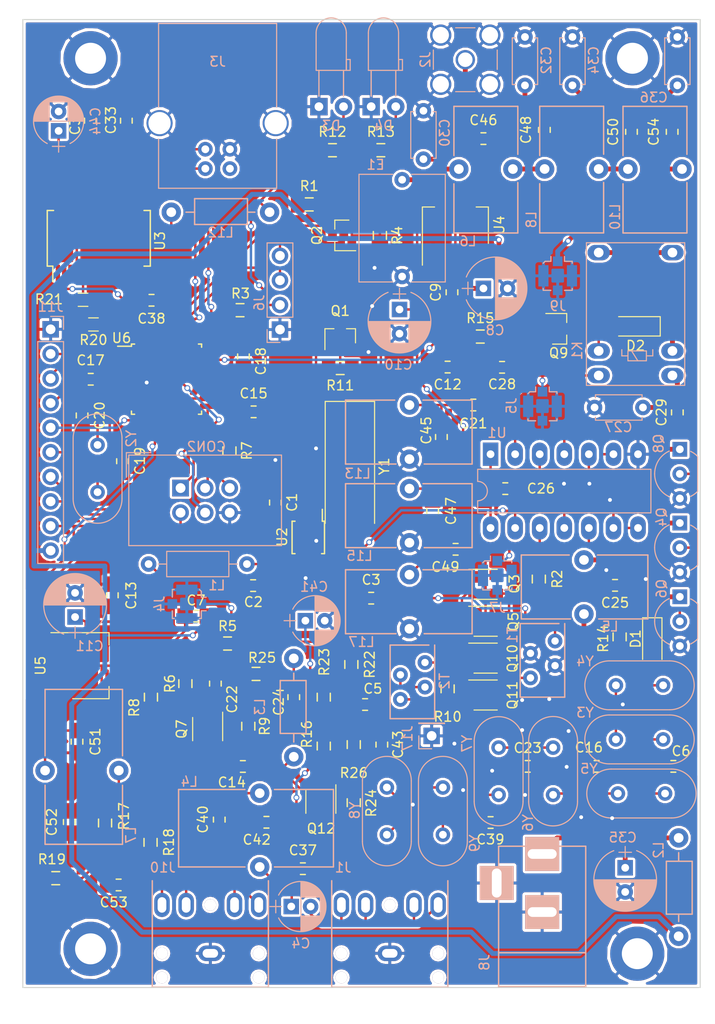
<source format=kicad_pcb>
(kicad_pcb (version 4) (host pcbnew 4.0.7)
  (layers (0 F.Cu signal) (31 B.Cu signal) (34 B.Paste user) (35 F.Paste user) (36 B.SilkS user) (37 F.SilkS user) (38 B.Mask user) (39 F.Mask user) (44 Edge.Cuts user))
  (net 0 "")
  (net 1 GND)
  (net 2 +3V3)
  (net 3 "Net-(Q1-Pad2)")
  (net 4 SDA)
  (net 5 "Net-(Q2-Pad2)")
  (net 6 SCL)
  (net 7 +5V)
  (net 8 "Net-(C18-Pad1)")
  (net 9 "Net-(C2-Pad2)")
  (net 10 "Net-(C19-Pad1)")
  (net 11 "Net-(C20-Pad1)")
  (net 12 "Net-(U2-Pad2)")
  (net 13 "Net-(U2-Pad3)")
  (net 14 "Net-(C52-Pad1)")
  (net 15 "Net-(C53-Pad2)")
  (net 16 "Net-(C53-Pad1)")
  (net 17 "Net-(CON2-Pad1)")
  (net 18 "Net-(CON2-Pad3)")
  (net 19 "Net-(CON2-Pad4)")
  (net 20 RESET)
  (net 21 LPF)
  (net 22 +12V)
  (net 23 "Net-(D2-Pad2)")
  (net 24 "Net-(C25-Pad2)")
  (net 25 "Net-(C27-Pad1)")
  (net 26 CLK1)
  (net 27 "Net-(C24-Pad1)")
  (net 28 "Net-(C14-Pad1)")
  (net 29 "Net-(C22-Pad1)")
  (net 30 "Net-(C30-Pad1)")
  (net 31 "Net-(C32-Pad1)")
  (net 32 "Net-(C34-Pad1)")
  (net 33 "Net-(C45-Pad2)")
  (net 34 "Net-(C47-Pad2)")
  (net 35 RF_IN)
  (net 36 "Net-(C31-Pad1)")
  (net 37 "Net-(C29-Pad2)")
  (net 38 "Net-(C28-Pad1)")
  (net 39 "Net-(C38-Pad2)")
  (net 40 TxD)
  (net 41 RxD)
  (net 42 "Net-(C25-Pad1)")
  (net 43 "Net-(C33-Pad1)")
  (net 44 "Net-(J3-Pad2)")
  (net 45 "Net-(J3-Pad3)")
  (net 46 +12VA)
  (net 47 HPF)
  (net 48 RX_TX)
  (net 49 CLK0)
  (net 50 "Net-(D3-Pad2)")
  (net 51 LED_GREEN)
  (net 52 "Net-(D4-Pad2)")
  (net 53 LED_RED)
  (net 54 "Net-(R20-Pad2)")
  (net 55 "Net-(R21-Pad2)")
  (net 56 "Net-(C4-Pad2)")
  (net 57 "Net-(C5-Pad2)")
  (net 58 "Net-(C7-Pad1)")
  (net 59 "Net-(C21-Pad2)")
  (net 60 "Net-(C3-Pad2)")
  (net 61 "Net-(C37-Pad1)")
  (net 62 "Net-(C14-Pad2)")
  (net 63 "Net-(C40-Pad1)")
  (net 64 "Net-(C42-Pad1)")
  (net 65 "Net-(C43-Pad1)")
  (net 66 "Net-(Q3-Pad2)")
  (net 67 "Net-(Q10-Pad2)")
  (net 68 "Net-(Q10-Pad3)")
  (net 69 "Net-(Q12-Pad4)")
  (net 70 "Net-(C6-Pad1)")
  (net 71 CLK2)
  (net 72 "Net-(C16-Pad1)")
  (net 73 "Net-(C23-Pad1)")
  (net 74 "Net-(C39-Pad1)")
  (net 75 IO_5)
  (net 76 IO_6)
  (net 77 IO_7)
  (net 78 IO_4)
  (net 79 MIC)
  (net 80 IO_8)
  (net 81 IO_9)
  (net 82 IO_10)
  (module TO_SOT_Packages_SMD:SOT-223-3_TabPin2 (layer F.Cu) (at 144.7 81.275 90)
    (fp_text reference U4 (at 0.025 4.55 90) (layer F.SilkS))
    (fp_text value LM1117-5.0)
    (pad 2 smd rect (at 3.15 0 90) (size 2 3.8) (layers F.Cu F.Paste F.Mask) (net 7 +5V))
    (pad 2 smd rect (at -3.15 0 90) (size 2 1.5) (layers F.Cu F.Paste F.Mask) (net 7 +5V))
    (pad 3 smd rect (at -3.15 2.3 90) (size 2 1.5) (layers F.Cu F.Paste F.Mask) (net 22 +12V))
    (pad 1 smd rect (at -3.15 -2.3 90) (size 2 1.5) (layers F.Cu F.Paste F.Mask) (net 1 GND))
  )
  (module Capacitors_THT:CP_Radial_D6.3mm_P2.50mm (layer B.Cu) (at 147.6 87.775)
    (fp_text reference C8 (at 1.2 4.325 180) (layer B.SilkS) (effects (justify mirror)))
    (fp_text value 100uF)
    (pad 1 thru_hole rect (at 0 0) (size 1.6 1.6) (drill 0.8) (layers *.Cu *.Mask) (net 22 +12V))
    (pad 2 thru_hole circle (at 2.5 0) (size 1.6 1.6) (drill 0.8) (layers *.Cu *.Mask) (net 1 GND))
  )
  (module LCSDR:audio_jack_3_5mm_PJ307 (layer B.Cu) (at 137.922 156.464)
    (fp_text reference J1 (at -4.822 -8.864) (layer B.SilkS) (effects (justify mirror)))
    (fp_text value MIC)
    (pad 1 thru_hole oval (at 0 0) (size 2.5 1.6) (drill oval 1.6 0.9) (layers *.Cu *.Mask) (net 1 GND))
    (pad 6 thru_hole oval (at 0 -5) (size 1.2 1.2) (drill oval 1.2) (layers *.Cu *.Mask))
    (pad 2 thru_hole oval (at 5 -5) (size 1.6 2.5) (drill oval 0.9 1.6) (layers *.Cu *.Mask) (net 56 "Net-(C4-Pad2)"))
    (pad 3 thru_hole oval (at 2.5 -5) (size 1.6 2.5) (drill oval 0.9 1.6) (layers *.Cu *.Mask) (net 56 "Net-(C4-Pad2)"))
    (pad 4 thru_hole oval (at -2.5 -5) (size 1.6 2.5) (drill oval 0.9 1.6) (layers *.Cu *.Mask) (net 56 "Net-(C4-Pad2)"))
    (pad 5 thru_hole oval (at -5 -5) (size 1.6 2.5) (drill oval 0.9 1.6) (layers *.Cu *.Mask) (net 56 "Net-(C4-Pad2)"))
    (pad 7 thru_hole oval (at 5 0) (size 1.2 1.2) (drill oval 1.2) (layers *.Cu *.Mask))
    (pad 8 thru_hole oval (at -5 0) (size 1.2 1.2) (drill oval 1.2) (layers *.Cu *.Mask))
    (pad 9 thru_hole oval (at 5 2.5) (size 1.2 1.2) (drill oval 1.2) (layers *.Cu *.Mask))
    (pad 10 thru_hole oval (at -5 2.5) (size 1.2 1.2) (drill oval 1.2) (layers *.Cu *.Mask))
  )
  (module LCSDR:U.FL_Molex_MCRF_73412-0110_Vertical (layer B.Cu) (at 116.95 120.375 270)
    (fp_text reference J4 (at 0 2.825 270) (layer B.SilkS) (effects (justify mirror)))
    (fp_text value CAL)
    (pad 2 smd rect (at -1.475 0 270) (size 1.05 2.2) (layers B.Cu B.Paste B.Mask) (net 1 GND))
    (pad 2 smd rect (at 1.475 0 270) (size 1.05 2.2) (layers B.Cu B.Paste B.Mask) (net 1 GND))
    (pad 2 smd rect (at 0 1.5 270) (size 1 1) (layers B.Cu B.Paste B.Mask) (net 1 GND))
    (pad 1 smd rect (at 0 -1.5 270) (size 1 1) (layers B.Cu B.Paste B.Mask) (net 71 CLK2))
  )
  (module Housings_DIP:DIP-14_W7.62mm_LongPads (layer B.Cu) (at 148.336 104.902 270)
    (fp_text reference U1 (at -2.202 -0.664 360) (layer B.SilkS) (effects (justify mirror)))
    (fp_text value 74AC14)
    (pad 1 thru_hole rect (at 0 0 270) (size 2.4 1.6) (drill 0.8) (layers *.Cu *.Mask) (net 49 CLK0))
    (pad 8 thru_hole oval (at 7.62 -15.24 270) (size 2.4 1.6) (drill 0.8) (layers *.Cu *.Mask) (net 42 "Net-(C25-Pad1)"))
    (pad 2 thru_hole oval (at 0 -2.54 270) (size 2.4 1.6) (drill 0.8) (layers *.Cu *.Mask) (net 42 "Net-(C25-Pad1)"))
    (pad 9 thru_hole oval (at 7.62 -12.7 270) (size 2.4 1.6) (drill 0.8) (layers *.Cu *.Mask) (net 49 CLK0))
    (pad 3 thru_hole oval (at 0 -5.08 270) (size 2.4 1.6) (drill 0.8) (layers *.Cu *.Mask) (net 49 CLK0))
    (pad 10 thru_hole oval (at 7.62 -10.16 270) (size 2.4 1.6) (drill 0.8) (layers *.Cu *.Mask) (net 42 "Net-(C25-Pad1)"))
    (pad 4 thru_hole oval (at 0 -7.62 270) (size 2.4 1.6) (drill 0.8) (layers *.Cu *.Mask) (net 42 "Net-(C25-Pad1)"))
    (pad 11 thru_hole oval (at 7.62 -7.62 270) (size 2.4 1.6) (drill 0.8) (layers *.Cu *.Mask) (net 49 CLK0))
    (pad 5 thru_hole oval (at 0 -10.16 270) (size 2.4 1.6) (drill 0.8) (layers *.Cu *.Mask) (net 49 CLK0))
    (pad 12 thru_hole oval (at 7.62 -5.08 270) (size 2.4 1.6) (drill 0.8) (layers *.Cu *.Mask) (net 42 "Net-(C25-Pad1)"))
    (pad 6 thru_hole oval (at 0 -12.7 270) (size 2.4 1.6) (drill 0.8) (layers *.Cu *.Mask) (net 42 "Net-(C25-Pad1)"))
    (pad 13 thru_hole oval (at 7.62 -2.54 270) (size 2.4 1.6) (drill 0.8) (layers *.Cu *.Mask) (net 49 CLK0))
    (pad 7 thru_hole oval (at 0 -15.24 270) (size 2.4 1.6) (drill 0.8) (layers *.Cu *.Mask) (net 1 GND))
    (pad 14 thru_hole oval (at 7.62 0 270) (size 2.4 1.6) (drill 0.8) (layers *.Cu *.Mask) (net 7 +5V))
  )
  (module Capacitors_THT:CP_Radial_D5.0mm_P2.00mm (layer B.Cu) (at 127.74 151.63)
    (fp_text reference C4 (at 1 3.81) (layer B.SilkS) (effects (justify mirror)))
    (fp_text value 2.2uF)
    (pad 1 thru_hole rect (at 0 0) (size 1.6 1.6) (drill 0.8) (layers *.Cu *.Mask) (net 61 "Net-(C37-Pad1)"))
    (pad 2 thru_hole circle (at 2 0) (size 1.6 1.6) (drill 0.8) (layers *.Cu *.Mask) (net 56 "Net-(C4-Pad2)"))
  )
  (module Pin_Headers:Pin_Header_Straight_1x04_Pitch2.54mm (layer B.Cu) (at 126.575 92.025)
    (fp_text reference J6 (at -2.14 -2.76 90) (layer B.SilkS) (effects (justify mirror)))
    (fp_text value I2C)
    (pad 1 thru_hole rect (at 0 0) (size 1.7 1.7) (drill 1) (layers *.Cu *.Mask) (net 1 GND))
    (pad 2 thru_hole oval (at 0 -2.54) (size 1.7 1.7) (drill 1) (layers *.Cu *.Mask) (net 7 +5V))
    (pad 3 thru_hole oval (at 0 -5.08) (size 1.7 1.7) (drill 1) (layers *.Cu *.Mask) (net 4 SDA))
    (pad 4 thru_hole oval (at 0 -7.62) (size 1.7 1.7) (drill 1) (layers *.Cu *.Mask) (net 6 SCL))
  )
  (module Mounting_Holes:MountingHole_3.2mm_M3_DIN965_Pad (layer F.Cu) (at 163.5 156.5)
    (fp_text reference J12 hide)
    (fp_text value Conn_01x01)
    (pad 1 thru_hole circle (at 0 0) (size 5.6 5.6) (drill 3.2) (layers *.Cu *.Mask) (net 1 GND))
  )
  (module Mounting_Holes:MountingHole_3.2mm_M3_DIN965_Pad (layer F.Cu) (at 107 64)
    (fp_text reference J14 hide)
    (fp_text value Conn_01x01)
    (pad 1 thru_hole circle (at 0 0) (size 5.6 5.6) (drill 3.2) (layers *.Cu *.Mask) (net 1 GND))
  )
  (module Mounting_Holes:MountingHole_3.2mm_M3_DIN965_Pad (layer F.Cu) (at 163 64)
    (fp_text reference J15 hide)
    (fp_text value Conn_01x01)
    (pad 1 thru_hole circle (at 0 0) (size 5.6 5.6) (drill 3.2) (layers *.Cu *.Mask) (net 1 GND))
  )
  (module LCSDR:C_1206_0603 (layer F.Cu) (at 126.1 109.9 90)
    (fp_text reference C1 (at 0.025 1.725 90) (layer F.SilkS))
    (fp_text value 1µF)
    (pad 2 smd rect (at 1.15 0 90) (size 1.6 1.6) (layers F.Cu F.Paste F.Mask) (net 1 GND))
    (pad 1 smd rect (at -1.15 0 90) (size 1.6 1.6) (layers F.Cu F.Paste F.Mask) (net 2 +3V3))
  )
  (module LCSDR:C_1206_0603 (layer F.Cu) (at 123.8 118.475)
    (fp_text reference C2 (at 0.025 1.7) (layer F.SilkS))
    (fp_text value 1µF)
    (pad 2 smd rect (at 1.15 0) (size 1.6 1.6) (layers F.Cu F.Paste F.Mask) (net 9 "Net-(C2-Pad2)"))
    (pad 1 smd rect (at -1.15 0) (size 1.6 1.6) (layers F.Cu F.Paste F.Mask) (net 1 GND))
  )
  (module LCSDR:C_1206_0603 (layer F.Cu) (at 144.35 88.175 270)
    (fp_text reference C9 (at 0 1.675 270) (layer F.SilkS))
    (fp_text value 100nF)
    (pad 2 smd rect (at 1.15 0 270) (size 1.6 1.6) (layers F.Cu F.Paste F.Mask) (net 1 GND))
    (pad 1 smd rect (at -1.15 0 270) (size 1.6 1.6) (layers F.Cu F.Paste F.Mask) (net 22 +12V))
  )
  (module Capacitors_THT:CP_Radial_D6.3mm_P2.50mm (layer B.Cu) (at 138.925 89.95 270)
    (fp_text reference C10 (at 5.7 0.1 540) (layer B.SilkS) (effects (justify mirror)))
    (fp_text value 100uF)
    (pad 1 thru_hole rect (at 0 0 270) (size 1.6 1.6) (drill 0.8) (layers *.Cu *.Mask) (net 7 +5V))
    (pad 2 thru_hole circle (at 2.5 0 270) (size 1.6 1.6) (drill 0.8) (layers *.Cu *.Mask) (net 1 GND))
  )
  (module LCSDR:C_1206_0603 (layer F.Cu) (at 143.9 95.9)
    (fp_text reference C12 (at 0 1.8) (layer F.SilkS))
    (fp_text value 100nF)
    (pad 2 smd rect (at 1.15 0) (size 1.6 1.6) (layers F.Cu F.Paste F.Mask) (net 1 GND))
    (pad 1 smd rect (at -1.15 0) (size 1.6 1.6) (layers F.Cu F.Paste F.Mask) (net 7 +5V))
  )
  (module LCSDR:C_1206_0603 (layer F.Cu) (at 109.25 119.475 90)
    (fp_text reference C13 (at -0.025 1.95 90) (layer F.SilkS))
    (fp_text value 100nF)
    (pad 2 smd rect (at 1.15 0 90) (size 1.6 1.6) (layers F.Cu F.Paste F.Mask) (net 1 GND))
    (pad 1 smd rect (at -1.15 0 90) (size 1.6 1.6) (layers F.Cu F.Paste F.Mask) (net 2 +3V3))
  )
  (module LCSDR:C_1206_0603 (layer F.Cu) (at 123.85 100.525)
    (fp_text reference C15 (at 0 -1.9) (layer F.SilkS))
    (fp_text value 100nF)
    (pad 2 smd rect (at 1.15 0) (size 1.6 1.6) (layers F.Cu F.Paste F.Mask) (net 1 GND))
    (pad 1 smd rect (at -1.15 0) (size 1.6 1.6) (layers F.Cu F.Paste F.Mask) (net 7 +5V))
  )
  (module LCSDR:C_1206_0603 (layer F.Cu) (at 107.02 97.16 180)
    (fp_text reference C17 (at 0.02 1.96 180) (layer F.SilkS))
    (fp_text value 100nF)
    (pad 2 smd rect (at 1.15 0 180) (size 1.6 1.6) (layers F.Cu F.Paste F.Mask) (net 1 GND))
    (pad 1 smd rect (at -1.15 0 180) (size 1.6 1.6) (layers F.Cu F.Paste F.Mask) (net 7 +5V))
  )
  (module LCSDR:C_1206_0603 (layer F.Cu) (at 122.8 94.8 90)
    (fp_text reference C18 (at -0.5 1.8 90) (layer F.SilkS))
    (fp_text value 100nF)
    (pad 2 smd rect (at 1.15 0 90) (size 1.6 1.6) (layers F.Cu F.Paste F.Mask) (net 1 GND))
    (pad 1 smd rect (at -1.15 0 90) (size 1.6 1.6) (layers F.Cu F.Paste F.Mask) (net 8 "Net-(C18-Pad1)"))
  )
  (module LCSDR:C_1206_0603 (layer F.Cu) (at 110.3 105.625 270)
    (fp_text reference C19 (at -0.025 -1.8 270) (layer F.SilkS))
    (fp_text value 22pF)
    (pad 2 smd rect (at 1.15 0 270) (size 1.6 1.6) (layers F.Cu F.Paste F.Mask) (net 1 GND))
    (pad 1 smd rect (at -1.15 0 270) (size 1.6 1.6) (layers F.Cu F.Paste F.Mask) (net 10 "Net-(C19-Pad1)"))
  )
  (module LCSDR:C_1206_0603 (layer F.Cu) (at 106.125 100.9 90)
    (fp_text reference C20 (at 0 1.82 90) (layer F.SilkS))
    (fp_text value 22pF)
    (pad 2 smd rect (at 1.15 0 90) (size 1.6 1.6) (layers F.Cu F.Paste F.Mask) (net 1 GND))
    (pad 1 smd rect (at -1.15 0 90) (size 1.6 1.6) (layers F.Cu F.Paste F.Mask) (net 11 "Net-(C20-Pad1)"))
  )
  (module TO_SOT_Packages_SMD:SOT-23 (layer F.Cu) (at 132.8 92.7 90)
    (fp_text reference Q1 (at 2.6 0 180) (layer F.SilkS))
    (fp_text value 2N7002)
    (pad 1 smd rect (at -1 -0.95 90) (size 0.9 0.8) (layers F.Cu F.Paste F.Mask) (net 2 +3V3))
    (pad 2 smd rect (at -1 0.95 90) (size 0.9 0.8) (layers F.Cu F.Paste F.Mask) (net 3 "Net-(Q1-Pad2)"))
    (pad 3 smd rect (at 1 0 90) (size 0.9 0.8) (layers F.Cu F.Paste F.Mask) (net 4 SDA))
  )
  (module TO_SOT_Packages_SMD:SOT-23 (layer F.Cu) (at 133 82.3 180)
    (fp_text reference Q2 (at 2.6 0 270) (layer F.SilkS))
    (fp_text value 2N7002)
    (pad 1 smd rect (at -1 -0.95 180) (size 0.9 0.8) (layers F.Cu F.Paste F.Mask) (net 2 +3V3))
    (pad 2 smd rect (at -1 0.95 180) (size 0.9 0.8) (layers F.Cu F.Paste F.Mask) (net 5 "Net-(Q2-Pad2)"))
    (pad 3 smd rect (at 1 0 180) (size 0.9 0.8) (layers F.Cu F.Paste F.Mask) (net 6 SCL))
  )
  (module LCSDR:R_1206_0603 (layer F.Cu) (at 121.35 104.55 270)
    (fp_text reference R7 (at 0 -1.8 270) (layer F.SilkS))
    (fp_text value 10k)
    (pad 1 smd rect (at -1.2 0) (size 1.7 1.4) (layers F.Cu F.Paste F.Mask) (net 7 +5V))
    (pad 2 smd rect (at 1.2 0 270) (size 1.4 1.7) (layers F.Cu F.Paste F.Mask) (net 20 RESET))
  )
  (module Housings_SSOP:MSOP-10_3x3mm_Pitch0.5mm (layer F.Cu) (at 129.5 113.5 270)
    (fp_text reference U2 (at -0.05 2.7 270) (layer F.SilkS))
    (fp_text value Si5351)
    (pad 1 smd rect (at -2.2 -1 270) (size 1.4 0.3) (layers F.Cu F.Paste F.Mask) (net 2 +3V3))
    (pad 2 smd rect (at -2.2 -0.5 270) (size 1.4 0.3) (layers F.Cu F.Paste F.Mask) (net 12 "Net-(U2-Pad2)"))
    (pad 3 smd rect (at -2.2 0 270) (size 1.4 0.3) (layers F.Cu F.Paste F.Mask) (net 13 "Net-(U2-Pad3)"))
    (pad 4 smd rect (at -2.2 0.5 270) (size 1.4 0.3) (layers F.Cu F.Paste F.Mask) (net 5 "Net-(Q2-Pad2)"))
    (pad 5 smd rect (at -2.2 1 270) (size 1.4 0.3) (layers F.Cu F.Paste F.Mask) (net 3 "Net-(Q1-Pad2)"))
    (pad 6 smd rect (at 2.2 1 270) (size 1.4 0.3) (layers F.Cu F.Paste F.Mask) (net 71 CLK2))
    (pad 7 smd rect (at 2.2 0.5 270) (size 1.4 0.3) (layers F.Cu F.Paste F.Mask) (net 9 "Net-(C2-Pad2)"))
    (pad 8 smd rect (at 2.2 0 270) (size 1.4 0.3) (layers F.Cu F.Paste F.Mask) (net 1 GND))
    (pad 9 smd rect (at 2.2 -0.5 270) (size 1.4 0.3) (layers F.Cu F.Paste F.Mask) (net 26 CLK1))
    (pad 10 smd rect (at 2.2 -1 270) (size 1.4 0.3) (layers F.Cu F.Paste F.Mask) (net 49 CLK0))
  )
  (module TO_SOT_Packages_SMD:SOT-223-3_TabPin2 (layer F.Cu) (at 107 126.75)
    (fp_text reference U5 (at -5.175 0 270) (layer F.SilkS))
    (fp_text value LM1117-3.3)
    (pad 2 smd rect (at 3.15 0) (size 2 3.8) (layers F.Cu F.Paste F.Mask) (net 2 +3V3))
    (pad 2 smd rect (at -3.15 0) (size 2 1.5) (layers F.Cu F.Paste F.Mask) (net 2 +3V3))
    (pad 3 smd rect (at -3.15 2.3) (size 2 1.5) (layers F.Cu F.Paste F.Mask) (net 7 +5V))
    (pad 1 smd rect (at -3.15 -2.3) (size 2 1.5) (layers F.Cu F.Paste F.Mask) (net 1 GND))
  )
  (module Housings_QFP:TQFP-32_7x7mm_Pitch0.8mm (layer F.Cu) (at 114.85 97.15)
    (fp_text reference U6 (at -4.65 -4.25) (layer F.SilkS))
    (fp_text value ATMEGA328P-AU)
    (pad 1 smd rect (at -4.25 -2.8) (size 1.6 0.55) (layers F.Cu F.Paste F.Mask) (net 75 IO_5))
    (pad 2 smd rect (at -4.25 -2) (size 1.6 0.55) (layers F.Cu F.Paste F.Mask) (net 76 IO_6))
    (pad 3 smd rect (at -4.25 -1.2) (size 1.6 0.55) (layers F.Cu F.Paste F.Mask) (net 1 GND))
    (pad 4 smd rect (at -4.25 -0.4) (size 1.6 0.55) (layers F.Cu F.Paste F.Mask) (net 7 +5V))
    (pad 5 smd rect (at -4.25 0.4) (size 1.6 0.55) (layers F.Cu F.Paste F.Mask) (net 1 GND))
    (pad 6 smd rect (at -4.25 1.2) (size 1.6 0.55) (layers F.Cu F.Paste F.Mask) (net 7 +5V))
    (pad 7 smd rect (at -4.25 2) (size 1.6 0.55) (layers F.Cu F.Paste F.Mask) (net 11 "Net-(C20-Pad1)"))
    (pad 8 smd rect (at -4.25 2.8) (size 1.6 0.55) (layers F.Cu F.Paste F.Mask) (net 10 "Net-(C19-Pad1)"))
    (pad 9 smd rect (at -2.8 4.25 90) (size 1.6 0.55) (layers F.Cu F.Paste F.Mask) (net 77 IO_7))
    (pad 10 smd rect (at -2 4.25 90) (size 1.6 0.55) (layers F.Cu F.Paste F.Mask) (net 1 GND))
    (pad 11 smd rect (at -1.2 4.25 90) (size 1.6 0.55) (layers F.Cu F.Paste F.Mask) (net 79 MIC))
    (pad 12 smd rect (at -0.4 4.25 90) (size 1.6 0.55) (layers F.Cu F.Paste F.Mask) (net 80 IO_8))
    (pad 13 smd rect (at 0.4 4.25 90) (size 1.6 0.55) (layers F.Cu F.Paste F.Mask) (net 81 IO_9))
    (pad 14 smd rect (at 1.2 4.25 90) (size 1.6 0.55) (layers F.Cu F.Paste F.Mask) (net 82 IO_10))
    (pad 15 smd rect (at 2 4.25 90) (size 1.6 0.55) (layers F.Cu F.Paste F.Mask) (net 19 "Net-(CON2-Pad4)"))
    (pad 16 smd rect (at 2.8 4.25 90) (size 1.6 0.55) (layers F.Cu F.Paste F.Mask) (net 17 "Net-(CON2-Pad1)"))
    (pad 17 smd rect (at 4.25 2.8) (size 1.6 0.55) (layers F.Cu F.Paste F.Mask) (net 18 "Net-(CON2-Pad3)"))
    (pad 18 smd rect (at 4.25 2) (size 1.6 0.55) (layers F.Cu F.Paste F.Mask) (net 7 +5V))
    (pad 19 smd rect (at 4.25 1.2) (size 1.6 0.55) (layers F.Cu F.Paste F.Mask))
    (pad 20 smd rect (at 4.25 0.4) (size 1.6 0.55) (layers F.Cu F.Paste F.Mask) (net 8 "Net-(C18-Pad1)"))
    (pad 21 smd rect (at 4.25 -0.4) (size 1.6 0.55) (layers F.Cu F.Paste F.Mask) (net 1 GND))
    (pad 22 smd rect (at 4.25 -1.2) (size 1.6 0.55) (layers F.Cu F.Paste F.Mask))
    (pad 23 smd rect (at 4.25 -2) (size 1.6 0.55) (layers F.Cu F.Paste F.Mask) (net 48 RX_TX))
    (pad 24 smd rect (at 4.25 -2.8) (size 1.6 0.55) (layers F.Cu F.Paste F.Mask))
    (pad 25 smd rect (at 2.8 -4.25 90) (size 1.6 0.55) (layers F.Cu F.Paste F.Mask) (net 53 LED_RED))
    (pad 26 smd rect (at 2 -4.25 90) (size 1.6 0.55) (layers F.Cu F.Paste F.Mask) (net 51 LED_GREEN))
    (pad 27 smd rect (at 1.2 -4.25 90) (size 1.6 0.55) (layers F.Cu F.Paste F.Mask) (net 4 SDA))
    (pad 28 smd rect (at 0.4 -4.25 90) (size 1.6 0.55) (layers F.Cu F.Paste F.Mask) (net 6 SCL))
    (pad 29 smd rect (at -0.4 -4.25 90) (size 1.6 0.55) (layers F.Cu F.Paste F.Mask) (net 20 RESET))
    (pad 30 smd rect (at -1.2 -4.25 90) (size 1.6 0.55) (layers F.Cu F.Paste F.Mask) (net 41 RxD))
    (pad 31 smd rect (at -2 -4.25 90) (size 1.6 0.55) (layers F.Cu F.Paste F.Mask) (net 40 TxD))
    (pad 32 smd rect (at -2.8 -4.25 90) (size 1.6 0.55) (layers F.Cu F.Paste F.Mask) (net 78 IO_4))
  )
  (module Crystals:Crystal_SMD_HC49-SD (layer F.Cu) (at 133.8 106.15 270)
    (fp_text reference Y1 (at 0 -3.55 270) (layer F.SilkS))
    (fp_text value 25Mhz)
    (pad 1 smd rect (at -4.25 0 270) (size 4.5 2) (layers F.Cu F.Paste F.Mask) (net 13 "Net-(U2-Pad3)"))
    (pad 2 smd rect (at 4.25 0 270) (size 4.5 2) (layers F.Cu F.Paste F.Mask) (net 12 "Net-(U2-Pad2)"))
  )
  (module Crystals:Crystal_HC49-U_Vertical (layer B.Cu) (at 107.725 108.825 90)
    (fp_text reference Y2 (at 5.525 3.475 90) (layer B.SilkS) (effects (justify mirror)))
    (fp_text value 20Mhz)
    (pad 1 thru_hole circle (at 0 0 90) (size 1.5 1.5) (drill 0.8) (layers *.Cu *.Mask) (net 10 "Net-(C19-Pad1)"))
    (pad 2 thru_hole circle (at 4.88 0 90) (size 1.5 1.5) (drill 0.8) (layers *.Cu *.Mask) (net 11 "Net-(C20-Pad1)"))
  )
  (module Connectors_IDC:IDC-Header_2x03_Pitch2.54mm_Straight (layer B.Cu) (at 116.3 108.4 270)
    (fp_text reference CON2 (at -4.275 -2.675 360) (layer B.SilkS) (effects (justify mirror)))
    (fp_text value AVR-ISP-6)
    (pad 1 thru_hole rect (at 0 0 270) (size 1.7272 1.7272) (drill 1.016) (layers *.Cu *.Mask) (net 17 "Net-(CON2-Pad1)"))
    (pad 2 thru_hole oval (at 2.54 0 270) (size 1.7272 1.7272) (drill 1.016) (layers *.Cu *.Mask) (net 7 +5V))
    (pad 3 thru_hole oval (at 0 -2.54 270) (size 1.7272 1.7272) (drill 1.016) (layers *.Cu *.Mask) (net 18 "Net-(CON2-Pad3)"))
    (pad 4 thru_hole oval (at 2.54 -2.54 270) (size 1.7272 1.7272) (drill 1.016) (layers *.Cu *.Mask) (net 19 "Net-(CON2-Pad4)"))
    (pad 5 thru_hole oval (at 0 -5.08 270) (size 1.7272 1.7272) (drill 1.016) (layers *.Cu *.Mask) (net 20 RESET))
    (pad 6 thru_hole oval (at 2.54 -5.08 270) (size 1.7272 1.7272) (drill 1.016) (layers *.Cu *.Mask) (net 1 GND))
  )
  (module LCSDR:C_1206_0603 (layer F.Cu) (at 105.6 134.6 270)
    (fp_text reference C51 (at 0 -1.9 270) (layer F.SilkS))
    (fp_text value 100nF)
    (pad 2 smd rect (at 1.15 0 270) (size 1.6 1.6) (layers F.Cu F.Paste F.Mask) (net 1 GND))
    (pad 1 smd rect (at -1.15 0 270) (size 1.6 1.6) (layers F.Cu F.Paste F.Mask) (net 79 MIC))
  )
  (module LCSDR:C_1206_0603 (layer F.Cu) (at 104.8 142.9 270)
    (fp_text reference C52 (at 0 1.8 270) (layer F.SilkS))
    (fp_text value 100nF)
    (pad 2 smd rect (at 1.15 0 270) (size 1.6 1.6) (layers F.Cu F.Paste F.Mask) (net 1 GND))
    (pad 1 smd rect (at -1.15 0 270) (size 1.6 1.6) (layers F.Cu F.Paste F.Mask) (net 14 "Net-(C52-Pad1)"))
  )
  (module LCSDR:C_1206_0603 (layer F.Cu) (at 109.9 149.4 180)
    (fp_text reference C53 (at 0.5 -1.8 180) (layer F.SilkS))
    (fp_text value 1uF)
    (pad 2 smd rect (at 1.15 0 180) (size 1.6 1.6) (layers F.Cu F.Paste F.Mask) (net 15 "Net-(C53-Pad2)"))
    (pad 1 smd rect (at -1.15 0 180) (size 1.6 1.6) (layers F.Cu F.Paste F.Mask) (net 16 "Net-(C53-Pad1)"))
  )
  (module Connectors:SMA_THT_Jack_Straight (layer B.Cu) (at 145.725 64.15)
    (fp_text reference J2 (at -4.125 0 90) (layer B.SilkS) (effects (justify mirror)))
    (fp_text value ANT)
    (pad 2 thru_hole circle (at -2.54 -2.54) (size 2.2 2.2) (drill 1.7) (layers *.Cu *.Mask) (net 1 GND))
    (pad 2 thru_hole circle (at -2.54 2.54) (size 2.2 2.2) (drill 1.7) (layers *.Cu *.Mask) (net 1 GND))
    (pad 2 thru_hole circle (at 2.54 2.54) (size 2.2 2.2) (drill 1.7) (layers *.Cu *.Mask) (net 1 GND))
    (pad 2 thru_hole circle (at 2.54 -2.54) (size 2.2 2.2) (drill 1.7) (layers *.Cu *.Mask) (net 1 GND))
    (pad 1 thru_hole circle (at 0 0) (size 2 2) (drill 1.5) (layers *.Cu *.Mask) (net 30 "Net-(C30-Pad1)"))
  )
  (module LCSDR:audio_jack_3_5mm_PJ307 (layer B.Cu) (at 119.38 156.464)
    (fp_text reference J10 (at -4.92 -8.864) (layer B.SilkS) (effects (justify mirror)))
    (fp_text value SPK)
    (pad 1 thru_hole oval (at 0 0) (size 2.5 1.6) (drill oval 1.6 0.9) (layers *.Cu *.Mask) (net 1 GND))
    (pad 6 thru_hole oval (at 0 -5) (size 1.2 1.2) (drill oval 1.2) (layers *.Cu *.Mask))
    (pad 2 thru_hole oval (at 5 -5) (size 1.6 2.5) (drill oval 0.9 1.6) (layers *.Cu *.Mask) (net 16 "Net-(C53-Pad1)"))
    (pad 3 thru_hole oval (at 2.5 -5) (size 1.6 2.5) (drill oval 0.9 1.6) (layers *.Cu *.Mask) (net 16 "Net-(C53-Pad1)"))
    (pad 4 thru_hole oval (at -2.5 -5) (size 1.6 2.5) (drill oval 0.9 1.6) (layers *.Cu *.Mask) (net 16 "Net-(C53-Pad1)"))
    (pad 5 thru_hole oval (at -5 -5) (size 1.6 2.5) (drill oval 0.9 1.6) (layers *.Cu *.Mask) (net 16 "Net-(C53-Pad1)"))
    (pad 7 thru_hole oval (at 5 0) (size 1.2 1.2) (drill oval 1.2) (layers *.Cu *.Mask))
    (pad 8 thru_hole oval (at -5 0) (size 1.2 1.2) (drill oval 1.2) (layers *.Cu *.Mask))
    (pad 9 thru_hole oval (at 5 2.5) (size 1.2 1.2) (drill oval 1.2) (layers *.Cu *.Mask))
    (pad 10 thru_hole oval (at -5 2.5) (size 1.2 1.2) (drill oval 1.2) (layers *.Cu *.Mask))
  )
  (module Relays_THT:Relay_SPDT_HJR-4102 (layer B.Cu) (at 167.132 84.074 180)
    (fp_text reference K1 (at 9.832 -10.126 270) (layer B.SilkS) (effects (justify mirror)))
    (fp_text value TIANBO-HJR-4102-L)
    (pad 12 thru_hole oval (at 7.62 0 180) (size 2.3 1.6) (drill 1) (layers *.Cu *.Mask) (net 21 LPF))
    (pad 8 thru_hole oval (at 7.62 -10.16 180) (size 2.3 1.6) (drill 1) (layers *.Cu *.Mask) (net 23 "Net-(D2-Pad2)"))
    (pad 1 thru_hole oval (at 0 0 180) (size 2.3 1.6) (drill 1) (layers *.Cu *.Mask) (net 21 LPF))
    (pad 5 thru_hole oval (at 0 -10.16 180) (size 2.3 1.6) (drill 1) (layers *.Cu *.Mask) (net 22 +12V))
    (pad 7 thru_hole oval (at 7.62 -12.7 180) (size 2.3 1.6) (drill 1) (layers *.Cu *.Mask) (net 35 RF_IN))
    (pad 6 thru_hole oval (at 0 -12.7 180) (size 2.3 1.6) (drill 1) (layers *.Cu *.Mask) (net 37 "Net-(C29-Pad2)"))
  )
  (module TO_SOT_Packages_SMD:SOT-23 (layer F.Cu) (at 155.448 91.948)
    (fp_text reference Q9 (at -0.075 2.5) (layer F.SilkS))
    (fp_text value BC849)
    (pad 1 smd rect (at -1 -0.95) (size 0.9 0.8) (layers F.Cu F.Paste F.Mask) (net 38 "Net-(C28-Pad1)"))
    (pad 2 smd rect (at -1 0.95) (size 0.9 0.8) (layers F.Cu F.Paste F.Mask) (net 1 GND))
    (pad 3 smd rect (at 1 0) (size 0.9 0.8) (layers F.Cu F.Paste F.Mask) (net 23 "Net-(D2-Pad2)"))
  )
  (module LCSDR:R_1206_0603 (layer F.Cu) (at 108.5 143 270)
    (fp_text reference R17 (at -0.7 -1.95 270) (layer F.SilkS))
    (fp_text value 10k)
    (pad 1 smd rect (at -1.2 0) (size 1.7 1.4) (layers F.Cu F.Paste F.Mask) (net 14 "Net-(C52-Pad1)"))
    (pad 2 smd rect (at 1.2 0 270) (size 1.4 1.7) (layers F.Cu F.Paste F.Mask) (net 15 "Net-(C53-Pad2)"))
  )
  (module LCSDR:R_1206_0603 (layer F.Cu) (at 113.2 145 270)
    (fp_text reference R18 (at 0 -1.9 270) (layer F.SilkS))
    (fp_text value 1M)
    (pad 1 smd rect (at -1.2 0) (size 1.7 1.4) (layers F.Cu F.Paste F.Mask) (net 2 +3V3))
    (pad 2 smd rect (at 1.2 0 270) (size 1.4 1.7) (layers F.Cu F.Paste F.Mask) (net 15 "Net-(C53-Pad2)"))
  )
  (module LCSDR:R_1206_0603 (layer F.Cu) (at 103.4 148.7 180)
    (fp_text reference R19 (at 0.4 1.95 180) (layer F.SilkS))
    (fp_text value 4.7K)
    (pad 1 smd rect (at -1.2 0 270) (size 1.7 1.4) (layers F.Cu F.Paste F.Mask) (net 15 "Net-(C53-Pad2)"))
    (pad 2 smd rect (at 1.2 0 180) (size 1.4 1.7) (layers F.Cu F.Paste F.Mask) (net 1 GND))
  )
  (module Resistors_THT:R_Axial_DIN0207_L6.3mm_D2.5mm_P10.16mm_Horizontal (layer B.Cu) (at 113 116.25)
    (fp_text reference L1 (at 7.05 2.2) (layer B.SilkS) (effects (justify mirror)))
    (fp_text value 100uH)
    (pad 1 thru_hole circle (at 0 0) (size 1.6 1.6) (drill 0.8) (layers *.Cu *.Mask) (net 2 +3V3))
    (pad 2 thru_hole oval (at 10.16 0) (size 1.6 1.6) (drill 0.8) (layers *.Cu *.Mask) (net 9 "Net-(C2-Pad2)"))
  )
  (module TO_SOT_Packages_SMD:SOT-143 (layer F.Cu) (at 119.1 133.3 270)
    (fp_text reference Q7 (at 0 2.7 450) (layer F.SilkS))
    (fp_text value BF998)
    (pad 1 smd rect (at -1.1 -0.77 180) (size 1.2 1.4) (layers F.Cu F.Paste F.Mask) (net 1 GND))
    (pad 2 smd rect (at -1.1 0.95 180) (size 1 1.4) (layers F.Cu F.Paste F.Mask) (net 63 "Net-(C40-Pad1)"))
    (pad 3 smd rect (at 1.1 0.95 180) (size 1 1.4) (layers F.Cu F.Paste F.Mask) (net 58 "Net-(C7-Pad1)"))
    (pad 4 smd rect (at 1.1 -0.95 180) (size 1 1.4) (layers F.Cu F.Paste F.Mask) (net 62 "Net-(C14-Pad2)"))
  )
  (module LCSDR:R_1206_0603 (layer F.Cu) (at 113.24 130 90)
    (fp_text reference R8 (at -1.08 -1.73 90) (layer F.SilkS))
    (fp_text value 470)
    (pad 1 smd rect (at -1.2 0 180) (size 1.7 1.4) (layers F.Cu F.Paste F.Mask) (net 58 "Net-(C7-Pad1)"))
    (pad 2 smd rect (at 1.2 0 90) (size 1.4 1.7) (layers F.Cu F.Paste F.Mask) (net 1 GND))
  )
  (module LCSDR:R_1206_0603 (layer F.Cu) (at 123.3 133 90)
    (fp_text reference R9 (at 0 1.7 90) (layer F.SilkS))
    (fp_text value 27k)
    (pad 1 smd rect (at -1.2 0 180) (size 1.7 1.4) (layers F.Cu F.Paste F.Mask) (net 62 "Net-(C14-Pad2)"))
    (pad 2 smd rect (at 1.2 0 90) (size 1.4 1.7) (layers F.Cu F.Paste F.Mask) (net 1 GND))
  )
  (module LCSDR:C_1206_0603 (layer F.Cu) (at 119.9 128.6 270)
    (fp_text reference C22 (at 1.625 -1.725 270) (layer F.SilkS))
    (fp_text value 100nF)
    (pad 2 smd rect (at 1.15 0 270) (size 1.6 1.6) (layers F.Cu F.Paste F.Mask) (net 1 GND))
    (pad 1 smd rect (at -1.15 0 270) (size 1.6 1.6) (layers F.Cu F.Paste F.Mask) (net 29 "Net-(C22-Pad1)"))
  )
  (module Choke_Axial_ThroughHole:Choke_Horizontal_RM10mm (layer B.Cu) (at 167.775 149.7 90)
    (fp_text reference L2 (at 3.9 -2.075 90) (layer B.SilkS) (effects (justify mirror)))
    (fp_text value 33µH)
    (pad 1 thru_hole circle (at -5.00126 0 90) (size 1.99898 1.99898) (drill 1.00076) (layers *.Cu *.Mask) (net 22 +12V))
    (pad 2 thru_hole circle (at 5.15874 0 90) (size 1.99898 1.99898) (drill 1.00076) (layers *.Cu *.Mask) (net 46 +12VA))
  )
  (module LCSDR:R_1206_0603 (layer F.Cu) (at 121.158 124.46)
    (fp_text reference R5 (at 0 -1.8) (layer F.SilkS))
    (fp_text value 100)
    (pad 1 smd rect (at -1.2 0 90) (size 1.7 1.4) (layers F.Cu F.Paste F.Mask) (net 29 "Net-(C22-Pad1)"))
    (pad 2 smd rect (at 1.2 0) (size 1.4 1.7) (layers F.Cu F.Paste F.Mask) (net 22 +12V))
  )
  (module LCSDR:R_1206_0603 (layer F.Cu) (at 116.8 128.6 90)
    (fp_text reference R6 (at 0 -1.6 90) (layer F.SilkS))
    (fp_text value 2.2k)
    (pad 1 smd rect (at -1.2 0 180) (size 1.7 1.4) (layers F.Cu F.Paste F.Mask) (net 63 "Net-(C40-Pad1)"))
    (pad 2 smd rect (at 1.2 0 90) (size 1.4 1.7) (layers F.Cu F.Paste F.Mask) (net 29 "Net-(C22-Pad1)"))
  )
  (module LCSDR:C_1206_0603 (layer F.Cu) (at 143.256 103.124 270)
    (fp_text reference C45 (at -0.674 1.556 270) (layer F.SilkS))
    (fp_text value 360pF)
    (pad 2 smd rect (at 1.15 0 270) (size 1.6 1.6) (layers F.Cu F.Paste F.Mask) (net 33 "Net-(C45-Pad2)"))
    (pad 1 smd rect (at -1.15 0 270) (size 1.6 1.6) (layers F.Cu F.Paste F.Mask) (net 59 "Net-(C21-Pad2)"))
  )
  (module LCSDR:C_1206_0603 (layer F.Cu) (at 142.35 110.775 270)
    (fp_text reference C47 (at 0 -1.9 270) (layer F.SilkS))
    (fp_text value 360pF)
    (pad 2 smd rect (at 1.15 0 270) (size 1.6 1.6) (layers F.Cu F.Paste F.Mask) (net 34 "Net-(C47-Pad2)"))
    (pad 1 smd rect (at -1.15 0 270) (size 1.6 1.6) (layers F.Cu F.Paste F.Mask) (net 33 "Net-(C45-Pad2)"))
  )
  (module LCSDR:C_1206_0603 (layer F.Cu) (at 144.725 114.725)
    (fp_text reference C49 (at -1.05 1.825) (layer F.SilkS))
    (fp_text value 1nF)
    (pad 2 smd rect (at 1.15 0) (size 1.6 1.6) (layers F.Cu F.Paste F.Mask) (net 47 HPF))
    (pad 1 smd rect (at -1.15 0) (size 1.6 1.6) (layers F.Cu F.Paste F.Mask) (net 34 "Net-(C47-Pad2)"))
  )
  (module LCSDR:C_1206_0603 (layer F.Cu) (at 161.2 118.45)
    (fp_text reference C25 (at 0 1.8) (layer F.SilkS))
    (fp_text value 100nF)
    (pad 2 smd rect (at 1.15 0) (size 1.6 1.6) (layers F.Cu F.Paste F.Mask) (net 24 "Net-(C25-Pad2)"))
    (pad 1 smd rect (at -1.15 0) (size 1.6 1.6) (layers F.Cu F.Paste F.Mask) (net 42 "Net-(C25-Pad1)"))
  )
  (module LCSDR:C_1206_0603 (layer F.Cu) (at 149.86 108.458)
    (fp_text reference C26 (at 3.69 -0.008) (layer F.SilkS))
    (fp_text value 100nF)
    (pad 2 smd rect (at 1.15 0) (size 1.6 1.6) (layers F.Cu F.Paste F.Mask) (net 1 GND))
    (pad 1 smd rect (at -1.15 0) (size 1.6 1.6) (layers F.Cu F.Paste F.Mask) (net 7 +5V))
  )
  (module LCSDR:C_1206_0603 (layer F.Cu) (at 149.525 95.925 180)
    (fp_text reference C28 (at 0 -1.75 180) (layer F.SilkS))
    (fp_text value 100pF)
    (pad 2 smd rect (at 1.15 0 180) (size 1.6 1.6) (layers F.Cu F.Paste F.Mask) (net 1 GND))
    (pad 1 smd rect (at -1.15 0 180) (size 1.6 1.6) (layers F.Cu F.Paste F.Mask) (net 38 "Net-(C28-Pad1)"))
  )
  (module LCSDR:C_1206_0603 (layer F.Cu) (at 167.64 100.584 90)
    (fp_text reference C29 (at 0.009 -1.64 90) (layer F.SilkS))
    (fp_text value 100nF)
    (pad 2 smd rect (at 1.15 0 90) (size 1.6 1.6) (layers F.Cu F.Paste F.Mask) (net 37 "Net-(C29-Pad2)"))
    (pad 1 smd rect (at -1.15 0 90) (size 1.6 1.6) (layers F.Cu F.Paste F.Mask) (net 25 "Net-(C27-Pad1)"))
  )
  (module Diodes_SMD:D_MiniMELF (layer F.Cu) (at 165.05 124.35 270)
    (fp_text reference D1 (at -0.375 1.725 270) (layer F.SilkS))
    (fp_text value LL4148)
    (pad 1 smd rect (at -1.75 0 270) (size 1.3 1.7) (layers F.Cu F.Paste F.Mask) (net 24 "Net-(C25-Pad2)"))
    (pad 2 smd rect (at 1.75 0 270) (size 1.3 1.7) (layers F.Cu F.Paste F.Mask) (net 1 GND))
  )
  (module Diodes_SMD:D_MiniMELF (layer F.Cu) (at 163.322 91.694 180)
    (fp_text reference D2 (at 0 -2 180) (layer F.SilkS))
    (fp_text value LL4148)
    (pad 1 smd rect (at -1.75 0 180) (size 1.3 1.7) (layers F.Cu F.Paste F.Mask) (net 22 +12V))
    (pad 2 smd rect (at 1.75 0 180) (size 1.3 1.7) (layers F.Cu F.Paste F.Mask) (net 23 "Net-(D2-Pad2)"))
  )
  (module Choke_Toroid_ThroughHole:Choke_Toroid_6,5x13mm_Vertical (layer B.Cu) (at 164.592 121.92 180)
    (fp_text reference L5 (at 3.917 -0.78 180) (layer B.SilkS) (effects (justify mirror)))
    (fp_text value 20uH)
    (pad 1 thru_hole circle (at 6.604 0.508 180) (size 1.99898 1.99898) (drill 1.00076) (layers *.Cu *.Mask) (net 46 +12VA))
    (pad 2 thru_hole circle (at 6.604 6.096 180) (size 1.99898 1.99898) (drill 1.00076) (layers *.Cu *.Mask) (net 25 "Net-(C27-Pad1)"))
  )
  (module TO_SOT_Packages_THT:TO-92_Inline_Wide (layer B.Cu) (at 167.894 119.634 270)
    (fp_text reference Q6 (at -0.834 1.894 450) (layer B.SilkS) (effects (justify mirror)))
    (fp_text value BS170)
    (pad 2 thru_hole circle (at 2.54 0 180) (size 1.52 1.52) (drill 0.8) (layers *.Cu *.Mask) (net 24 "Net-(C25-Pad2)"))
    (pad 3 thru_hole circle (at 5.08 0 180) (size 1.52 1.52) (drill 0.8) (layers *.Cu *.Mask) (net 1 GND))
    (pad 1 thru_hole rect (at 0 0 180) (size 1.52 1.52) (drill 0.8) (layers *.Cu *.Mask) (net 25 "Net-(C27-Pad1)"))
  )
  (module TO_SOT_Packages_THT:TO-92_Inline_Wide (layer B.Cu) (at 167.894 104.394 270)
    (fp_text reference Q8 (at -0.594 2.194 450) (layer B.SilkS) (effects (justify mirror)))
    (fp_text value BS170)
    (pad 2 thru_hole circle (at 2.54 0 180) (size 1.52 1.52) (drill 0.8) (layers *.Cu *.Mask) (net 24 "Net-(C25-Pad2)"))
    (pad 3 thru_hole circle (at 5.08 0 180) (size 1.52 1.52) (drill 0.8) (layers *.Cu *.Mask) (net 1 GND))
    (pad 1 thru_hole rect (at 0 0 180) (size 1.52 1.52) (drill 0.8) (layers *.Cu *.Mask) (net 25 "Net-(C27-Pad1)"))
  )
  (module LCSDR:R_1206_0603 (layer F.Cu) (at 147.275 92.75 180)
    (fp_text reference R15 (at 0 1.9 180) (layer F.SilkS))
    (fp_text value 3.3k)
    (pad 1 smd rect (at -1.2 0 270) (size 1.7 1.4) (layers F.Cu F.Paste F.Mask) (net 38 "Net-(C28-Pad1)"))
    (pad 2 smd rect (at 1.2 0 180) (size 1.4 1.7) (layers F.Cu F.Paste F.Mask) (net 48 RX_TX))
  )
  (module LCSDR:BARREL_JACK (layer B.Cu) (at 153.67 152.4 90)
    (fp_text reference J8 (at -5 -5.97 90) (layer B.SilkS) (effects (justify mirror)))
    (fp_text value Jack-DC)
    (pad 1 thru_hole rect (at 6.20014 0 90) (size 3.50012 3.50012) (drill oval 1.00076 2.99974) (layers *.Cu *.Mask B.SilkS) (net 46 +12VA))
    (pad 2 thru_hole rect (at 0.20066 0 90) (size 3.50012 3.50012) (drill oval 1.00076 2.99974) (layers *.Cu *.Mask B.SilkS) (net 1 GND))
    (pad 3 thru_hole rect (at 3.2004 -4.699 90) (size 3.50012 3.50012) (drill oval 2.99974 1.00076) (layers *.Cu *.Mask B.SilkS) (net 1 GND))
  )
  (module LCSDR:R_1206_0603 (layer F.Cu) (at 161.675 123.775 270)
    (fp_text reference R14 (at 0.175 1.7 270) (layer F.SilkS))
    (fp_text value 2.7K)
    (pad 1 smd rect (at -1.2 0) (size 1.7 1.4) (layers F.Cu F.Paste F.Mask) (net 24 "Net-(C25-Pad2)"))
    (pad 2 smd rect (at 1.2 0 270) (size 1.4 1.7) (layers F.Cu F.Paste F.Mask) (net 1 GND))
  )
  (module LCSDR:C_1206_0603 (layer F.Cu) (at 113.3 89 180)
    (fp_text reference C38 (at 0 -1.9 180) (layer F.SilkS))
    (fp_text value 100nF)
    (pad 2 smd rect (at 1.15 0 180) (size 1.6 1.6) (layers F.Cu F.Paste F.Mask) (net 39 "Net-(C38-Pad2)"))
    (pad 1 smd rect (at -1.15 0 180) (size 1.6 1.6) (layers F.Cu F.Paste F.Mask) (net 20 RESET))
  )
  (module Capacitors_THT:CP_Radial_D5.0mm_P2.00mm (layer B.Cu) (at 103.7 71.5 90)
    (fp_text reference C44 (at 1 3.81 90) (layer B.SilkS) (effects (justify mirror)))
    (fp_text value 10uF)
    (pad 1 thru_hole rect (at 0 0 90) (size 1.6 1.6) (drill 0.8) (layers *.Cu *.Mask) (net 36 "Net-(C31-Pad1)"))
    (pad 2 thru_hole circle (at 2 0 90) (size 1.6 1.6) (drill 0.8) (layers *.Cu *.Mask) (net 1 GND))
  )
  (module Choke_Axial_ThroughHole:Choke_Horizontal_RM10mm (layer B.Cu) (at 120.5 79.9 180)
    (fp_text reference L12 (at 0.05 -2.1 180) (layer B.SilkS) (effects (justify mirror)))
    (fp_text value 10uH)
    (pad 1 thru_hole circle (at -5.00126 0 180) (size 1.99898 1.99898) (drill 1.00076) (layers *.Cu *.Mask) (net 7 +5V))
    (pad 2 thru_hole circle (at 5.15874 0 180) (size 1.99898 1.99898) (drill 1.00076) (layers *.Cu *.Mask) (net 36 "Net-(C31-Pad1)"))
  )
  (module LCSDR:C_1206_0603 (layer F.Cu) (at 106.975 70.45 90)
    (fp_text reference C31 (at -0.05 -1.575 90) (layer F.SilkS))
    (fp_text value 100nF)
    (pad 2 smd rect (at 1.15 0 90) (size 1.6 1.6) (layers F.Cu F.Paste F.Mask) (net 1 GND))
    (pad 1 smd rect (at -1.15 0 90) (size 1.6 1.6) (layers F.Cu F.Paste F.Mask) (net 36 "Net-(C31-Pad1)"))
  )
  (module LCSDR:C_1206_0603 (layer F.Cu) (at 110.7 70.45 90)
    (fp_text reference C33 (at 0.05 -1.6 90) (layer F.SilkS))
    (fp_text value 100nF)
    (pad 2 smd rect (at 1.15 0 90) (size 1.6 1.6) (layers F.Cu F.Paste F.Mask) (net 1 GND))
    (pad 1 smd rect (at -1.15 0 90) (size 1.6 1.6) (layers F.Cu F.Paste F.Mask) (net 43 "Net-(C33-Pad1)"))
  )
  (module Connectors:USB_B (layer B.Cu) (at 121.4 75.4 90)
    (fp_text reference J3 (at 11.05 -1.27 360) (layer B.SilkS) (effects (justify mirror)))
    (fp_text value USB_B)
    (pad 2 thru_hole circle (at 0 -2.54 180) (size 1.52 1.52) (drill 0.81) (layers *.Cu *.Mask) (net 44 "Net-(J3-Pad2)"))
    (pad 1 thru_hole circle (at 0 0 180) (size 1.52 1.52) (drill 0.81) (layers *.Cu *.Mask))
    (pad 4 thru_hole circle (at 2 0 180) (size 1.52 1.52) (drill 0.81) (layers *.Cu *.Mask) (net 1 GND))
    (pad 3 thru_hole circle (at 2 -2.54 180) (size 1.52 1.52) (drill 0.81) (layers *.Cu *.Mask) (net 45 "Net-(J3-Pad3)"))
    (pad 5 thru_hole circle (at 4.7 -7.27 180) (size 2.7 2.7) (drill 2.3) (layers *.Cu *.Mask) (net 1 GND))
    (pad 5 thru_hole circle (at 4.7 4.73 180) (size 2.7 2.7) (drill 2.3) (layers *.Cu *.Mask) (net 1 GND))
  )
  (module Housings_SSOP:SSOP-28_5.3x10.2mm_Pitch0.65mm (layer F.Cu) (at 107.85 82.6 90)
    (fp_text reference U3 (at -0.275 6.325 90) (layer F.SilkS))
    (fp_text value FT232RL)
    (pad 1 smd rect (at -3.6 -4.225 90) (size 1.75 0.45) (layers F.Cu F.Paste F.Mask) (net 55 "Net-(R21-Pad2)"))
    (pad 2 smd rect (at -3.6 -3.575 90) (size 1.75 0.45) (layers F.Cu F.Paste F.Mask) (net 39 "Net-(C38-Pad2)"))
    (pad 3 smd rect (at -3.6 -2.925 90) (size 1.75 0.45) (layers F.Cu F.Paste F.Mask))
    (pad 4 smd rect (at -3.6 -2.275 90) (size 1.75 0.45) (layers F.Cu F.Paste F.Mask) (net 36 "Net-(C31-Pad1)"))
    (pad 5 smd rect (at -3.6 -1.625 90) (size 1.75 0.45) (layers F.Cu F.Paste F.Mask) (net 54 "Net-(R20-Pad2)"))
    (pad 6 smd rect (at -3.6 -0.975 90) (size 1.75 0.45) (layers F.Cu F.Paste F.Mask))
    (pad 7 smd rect (at -3.6 -0.325 90) (size 1.75 0.45) (layers F.Cu F.Paste F.Mask) (net 1 GND))
    (pad 8 smd rect (at -3.6 0.325 90) (size 1.75 0.45) (layers F.Cu F.Paste F.Mask))
    (pad 9 smd rect (at -3.6 0.975 90) (size 1.75 0.45) (layers F.Cu F.Paste F.Mask))
    (pad 10 smd rect (at -3.6 1.625 90) (size 1.75 0.45) (layers F.Cu F.Paste F.Mask))
    (pad 11 smd rect (at -3.6 2.275 90) (size 1.75 0.45) (layers F.Cu F.Paste F.Mask))
    (pad 12 smd rect (at -3.6 2.925 90) (size 1.75 0.45) (layers F.Cu F.Paste F.Mask))
    (pad 13 smd rect (at -3.6 3.575 90) (size 1.75 0.45) (layers F.Cu F.Paste F.Mask))
    (pad 14 smd rect (at -3.6 4.225 90) (size 1.75 0.45) (layers F.Cu F.Paste F.Mask))
    (pad 15 smd rect (at 3.6 4.225 90) (size 1.75 0.45) (layers F.Cu F.Paste F.Mask) (net 44 "Net-(J3-Pad2)"))
    (pad 16 smd rect (at 3.6 3.575 90) (size 1.75 0.45) (layers F.Cu F.Paste F.Mask) (net 45 "Net-(J3-Pad3)"))
    (pad 17 smd rect (at 3.6 2.925 90) (size 1.75 0.45) (layers F.Cu F.Paste F.Mask) (net 43 "Net-(C33-Pad1)"))
    (pad 18 smd rect (at 3.6 2.275 90) (size 1.75 0.45) (layers F.Cu F.Paste F.Mask) (net 1 GND))
    (pad 19 smd rect (at 3.6 1.625 90) (size 1.75 0.45) (layers F.Cu F.Paste F.Mask) (net 36 "Net-(C31-Pad1)"))
    (pad 20 smd rect (at 3.6 0.975 90) (size 1.75 0.45) (layers F.Cu F.Paste F.Mask) (net 36 "Net-(C31-Pad1)"))
    (pad 21 smd rect (at 3.6 0.325 90) (size 1.75 0.45) (layers F.Cu F.Paste F.Mask) (net 1 GND))
    (pad 22 smd rect (at 3.6 -0.325 90) (size 1.75 0.45) (layers F.Cu F.Paste F.Mask))
    (pad 23 smd rect (at 3.6 -0.975 90) (size 1.75 0.45) (layers F.Cu F.Paste F.Mask))
    (pad 24 smd rect (at 3.6 -1.625 90) (size 1.75 0.45) (layers F.Cu F.Paste F.Mask))
    (pad 25 smd rect (at 3.6 -2.275 90) (size 1.75 0.45) (layers F.Cu F.Paste F.Mask) (net 1 GND))
    (pad 26 smd rect (at 3.6 -2.925 90) (size 1.75 0.45) (layers F.Cu F.Paste F.Mask) (net 1 GND))
    (pad 27 smd rect (at 3.6 -3.575 90) (size 1.75 0.45) (layers F.Cu F.Paste F.Mask))
    (pad 28 smd rect (at 3.6 -4.225 90) (size 1.75 0.45) (layers F.Cu F.Paste F.Mask))
  )
  (module Capacitors_THT:CP_Radial_D6.3mm_P2.50mm (layer B.Cu) (at 162.25 147.625 270)
    (fp_text reference C35 (at -3.125 0.25 360) (layer B.SilkS) (effects (justify mirror)))
    (fp_text value 100uF)
    (pad 1 thru_hole rect (at 0 0 270) (size 1.6 1.6) (drill 0.8) (layers *.Cu *.Mask) (net 46 +12VA))
    (pad 2 thru_hole circle (at 2.5 0 270) (size 1.6 1.6) (drill 0.8) (layers *.Cu *.Mask) (net 1 GND))
  )
  (module Capacitors_THT:CP_Radial_D6.3mm_P2.50mm (layer B.Cu) (at 105.4 121.725 90)
    (fp_text reference C11 (at -3 1.5 180) (layer B.SilkS) (effects (justify mirror)))
    (fp_text value 100uF)
    (pad 1 thru_hole rect (at 0 0 90) (size 1.6 1.6) (drill 0.8) (layers *.Cu *.Mask) (net 2 +3V3))
    (pad 2 thru_hole circle (at 2.5 0 90) (size 1.6 1.6) (drill 0.8) (layers *.Cu *.Mask) (net 1 GND))
  )
  (module TO_SOT_Packages_THT:TO-92_Inline_Wide (layer B.Cu) (at 167.894 112.014 270)
    (fp_text reference Q4 (at -0.614 1.894 450) (layer B.SilkS) (effects (justify mirror)))
    (fp_text value BS170)
    (pad 2 thru_hole circle (at 2.54 0 180) (size 1.52 1.52) (drill 0.8) (layers *.Cu *.Mask) (net 24 "Net-(C25-Pad2)"))
    (pad 3 thru_hole circle (at 5.08 0 180) (size 1.52 1.52) (drill 0.8) (layers *.Cu *.Mask) (net 1 GND))
    (pad 1 thru_hole rect (at 0 0 180) (size 1.52 1.52) (drill 0.8) (layers *.Cu *.Mask) (net 25 "Net-(C27-Pad1)"))
  )
  (module LCSDR:R_1206_0603 (layer F.Cu) (at 129.6 79.1)
    (fp_text reference R1 (at 0 -1.9) (layer F.SilkS))
    (fp_text value 10K)
    (pad 1 smd rect (at -1.2 0 90) (size 1.7 1.4) (layers F.Cu F.Paste F.Mask) (net 7 +5V))
    (pad 2 smd rect (at 1.2 0) (size 1.4 1.7) (layers F.Cu F.Paste F.Mask) (net 6 SCL))
  )
  (module LCSDR:R_1206_0603 (layer F.Cu) (at 122.45 90.025 180)
    (fp_text reference R3 (at -0.05 1.725 180) (layer F.SilkS))
    (fp_text value 10K)
    (pad 1 smd rect (at -1.2 0 270) (size 1.7 1.4) (layers F.Cu F.Paste F.Mask) (net 7 +5V))
    (pad 2 smd rect (at 1.2 0 180) (size 1.4 1.7) (layers F.Cu F.Paste F.Mask) (net 4 SDA))
  )
  (module LCSDR:R_1206_0603 (layer F.Cu) (at 136.9 82.3 90)
    (fp_text reference R4 (at 0 1.8 90) (layer F.SilkS))
    (fp_text value 10K)
    (pad 1 smd rect (at -1.2 0 180) (size 1.7 1.4) (layers F.Cu F.Paste F.Mask) (net 2 +3V3))
    (pad 2 smd rect (at 1.2 0 90) (size 1.4 1.7) (layers F.Cu F.Paste F.Mask) (net 5 "Net-(Q2-Pad2)"))
  )
  (module LCSDR:R_1206_0603 (layer F.Cu) (at 132.8 96)
    (fp_text reference R11 (at 0 1.8) (layer F.SilkS))
    (fp_text value 10K)
    (pad 1 smd rect (at -1.2 0 90) (size 1.7 1.4) (layers F.Cu F.Paste F.Mask) (net 2 +3V3))
    (pad 2 smd rect (at 1.2 0) (size 1.4 1.7) (layers F.Cu F.Paste F.Mask) (net 3 "Net-(Q1-Pad2)"))
  )
  (module Capacitors_THT:C_Disc_D4.7mm_W2.5mm_P5.00mm (layer B.Cu) (at 141.4 74.425 90)
    (fp_text reference C30 (at 2.725 2.2 90) (layer B.SilkS) (effects (justify mirror)))
    (fp_text value 360pF)
    (pad 1 thru_hole circle (at 0 0 90) (size 1.6 1.6) (drill 0.8) (layers *.Cu *.Mask) (net 30 "Net-(C30-Pad1)"))
    (pad 2 thru_hole circle (at 5 0 90) (size 1.6 1.6) (drill 0.8) (layers *.Cu *.Mask) (net 1 GND))
  )
  (module Capacitors_THT:C_Disc_D4.7mm_W2.5mm_P5.00mm (layer B.Cu) (at 151.892 66.802 90)
    (fp_text reference C32 (at 2.602 2.208 270) (layer B.SilkS) (effects (justify mirror)))
    (fp_text value 750pF)
    (pad 1 thru_hole circle (at 0 0 90) (size 1.6 1.6) (drill 0.8) (layers *.Cu *.Mask) (net 31 "Net-(C32-Pad1)"))
    (pad 2 thru_hole circle (at 5 0 90) (size 1.6 1.6) (drill 0.8) (layers *.Cu *.Mask) (net 1 GND))
  )
  (module Capacitors_THT:C_Disc_D4.7mm_W2.5mm_P5.00mm (layer B.Cu) (at 156.8 66.8 90)
    (fp_text reference C34 (at 2.6 2.2 90) (layer B.SilkS) (effects (justify mirror)))
    (fp_text value 750pF)
    (pad 1 thru_hole circle (at 0 0 90) (size 1.6 1.6) (drill 0.8) (layers *.Cu *.Mask) (net 32 "Net-(C34-Pad1)"))
    (pad 2 thru_hole circle (at 5 0 90) (size 1.6 1.6) (drill 0.8) (layers *.Cu *.Mask) (net 1 GND))
  )
  (module Capacitors_THT:C_Disc_D4.7mm_W2.5mm_P5.00mm (layer B.Cu) (at 167.64 66.802 90)
    (fp_text reference C36 (at -1.248 -2.44 180) (layer B.SilkS) (effects (justify mirror)))
    (fp_text value 360pF)
    (pad 1 thru_hole circle (at 0 0 90) (size 1.6 1.6) (drill 0.8) (layers *.Cu *.Mask) (net 21 LPF))
    (pad 2 thru_hole circle (at 5 0 90) (size 1.6 1.6) (drill 0.8) (layers *.Cu *.Mask) (net 1 GND))
  )
  (module LCSDR:C_Rect_L11.0mm_W8.8mm_P10.00mm_MKT (layer B.Cu) (at 139.2 76.55 270)
    (fp_text reference E1 (at -1.55 2.75 360) (layer B.SilkS) (effects (justify mirror)))
    (fp_text value 90V)
    (pad 2 thru_hole circle (at 10 0 270) (size 1.6 1.6) (drill 0.8) (layers *.Cu *.Mask) (net 1 GND))
    (pad 1 thru_hole circle (at 0 0 270) (size 1.6 1.6) (drill 0.8) (layers *.Cu *.Mask) (net 30 "Net-(C30-Pad1)"))
  )
  (module LEDs:LED_D3.0mm_Horizontal_O3.81mm_Z10.0mm (layer B.Cu) (at 130.6 69)
    (fp_text reference D3 (at 1.27 1.96) (layer B.SilkS) (effects (justify mirror)))
    (fp_text value LED)
    (pad 1 thru_hole rect (at 0 0) (size 1.8 1.8) (drill 0.9) (layers *.Cu *.Mask) (net 1 GND))
    (pad 2 thru_hole circle (at 2.54 0) (size 1.8 1.8) (drill 0.9) (layers *.Cu *.Mask) (net 50 "Net-(D3-Pad2)"))
  )
  (module LCSDR:R_1206_0603 (layer F.Cu) (at 132 73.5)
    (fp_text reference R12 (at 0 -1.9) (layer F.SilkS))
    (fp_text value 1k)
    (pad 1 smd rect (at -1.2 0 90) (size 1.7 1.4) (layers F.Cu F.Paste F.Mask) (net 51 LED_GREEN))
    (pad 2 smd rect (at 1.2 0) (size 1.4 1.7) (layers F.Cu F.Paste F.Mask) (net 50 "Net-(D3-Pad2)"))
  )
  (module LCSDR:U.FL_Molex_MCRF_73412-0110_Vertical (layer B.Cu) (at 153.7 99.95)
    (fp_text reference J5 (at -3.2 -0.05 90) (layer B.SilkS) (effects (justify mirror)))
    (fp_text value MEASURE)
    (pad 2 smd rect (at -1.475 0) (size 1.05 2.2) (layers B.Cu B.Paste B.Mask) (net 1 GND))
    (pad 2 smd rect (at 1.475 0) (size 1.05 2.2) (layers B.Cu B.Paste B.Mask) (net 1 GND))
    (pad 2 smd rect (at 0 1.5) (size 1 1) (layers B.Cu B.Paste B.Mask) (net 1 GND))
    (pad 1 smd rect (at 0 -1.5) (size 1 1) (layers B.Cu B.Paste B.Mask) (net 35 RF_IN))
  )
  (module LCSDR:U.FL_Molex_MCRF_73412-0110_Vertical (layer B.Cu) (at 149.03 117.42)
    (fp_text reference J7 (at 0.02 3.34) (layer B.SilkS) (effects (justify mirror)))
    (fp_text value MEASURE)
    (pad 2 smd rect (at -1.475 0) (size 1.05 2.2) (layers B.Cu B.Paste B.Mask) (net 1 GND))
    (pad 2 smd rect (at 1.475 0) (size 1.05 2.2) (layers B.Cu B.Paste B.Mask) (net 1 GND))
    (pad 2 smd rect (at 0 1.5) (size 1 1) (layers B.Cu B.Paste B.Mask) (net 1 GND))
    (pad 1 smd rect (at 0 -1.5) (size 1 1) (layers B.Cu B.Paste B.Mask) (net 47 HPF))
  )
  (module Capacitors_THT:C_Disc_D4.7mm_W2.5mm_P5.00mm (layer B.Cu) (at 164.084 100.076 180)
    (fp_text reference C27 (at 2.54 -2.032 180) (layer B.SilkS) (effects (justify mirror)))
    (fp_text value 100pF)
    (pad 1 thru_hole circle (at 0 0 180) (size 1.6 1.6) (drill 0.8) (layers *.Cu *.Mask) (net 25 "Net-(C27-Pad1)"))
    (pad 2 thru_hole circle (at 5 0 180) (size 1.6 1.6) (drill 0.8) (layers *.Cu *.Mask) (net 1 GND))
  )
  (module LEDs:LED_D3.0mm_Horizontal_O3.81mm_Z10.0mm (layer B.Cu) (at 136 69)
    (fp_text reference D4 (at 1.27 1.96) (layer B.SilkS) (effects (justify mirror)))
    (fp_text value LED)
    (pad 1 thru_hole rect (at 0 0) (size 1.8 1.8) (drill 0.9) (layers *.Cu *.Mask) (net 1 GND))
    (pad 2 thru_hole circle (at 2.54 0) (size 1.8 1.8) (drill 0.9) (layers *.Cu *.Mask) (net 52 "Net-(D4-Pad2)"))
  )
  (module LCSDR:R_1206_0603 (layer F.Cu) (at 137 73.5)
    (fp_text reference R13 (at 0 -1.9) (layer F.SilkS))
    (fp_text value 1k)
    (pad 1 smd rect (at -1.2 0 90) (size 1.7 1.4) (layers F.Cu F.Paste F.Mask) (net 53 LED_RED))
    (pad 2 smd rect (at 1.2 0) (size 1.4 1.7) (layers F.Cu F.Paste F.Mask) (net 52 "Net-(D4-Pad2)"))
  )
  (module Resistors_SMD:R_0603_HandSoldering (layer F.Cu) (at 107.3 91.5 180)
    (fp_text reference R20 (at 0 -1.6 180) (layer F.SilkS))
    (fp_text value 1K)
    (pad 1 smd rect (at -1.1 0 180) (size 1.2 0.9) (layers F.Cu F.Paste F.Mask) (net 40 TxD))
    (pad 2 smd rect (at 1.1 0 180) (size 1.2 0.9) (layers F.Cu F.Paste F.Mask) (net 54 "Net-(R20-Pad2)"))
  )
  (module Resistors_SMD:R_0603_HandSoldering (layer F.Cu) (at 106.225 88.95 180)
    (fp_text reference R21 (at 3.525 0.05 180) (layer F.SilkS))
    (fp_text value 1K)
    (pad 1 smd rect (at -1.1 0 180) (size 1.2 0.9) (layers F.Cu F.Paste F.Mask) (net 41 RxD))
    (pad 2 smd rect (at 1.1 0 180) (size 1.2 0.9) (layers F.Cu F.Paste F.Mask) (net 55 "Net-(R21-Pad2)"))
  )
  (module LCSDR:C_1206_0603 (layer F.Cu) (at 122.74 137.16 180)
    (fp_text reference C14 (at 1.14 -1.64 180) (layer F.SilkS))
    (fp_text value 10nF)
    (pad 2 smd rect (at 1.15 0 180) (size 1.6 1.6) (layers F.Cu F.Paste F.Mask) (net 62 "Net-(C14-Pad2)"))
    (pad 1 smd rect (at -1.15 0 180) (size 1.6 1.6) (layers F.Cu F.Paste F.Mask) (net 28 "Net-(C14-Pad1)"))
  )
  (module LCSDR:C_1206_0603 (layer F.Cu) (at 117.925 121.625)
    (fp_text reference C7 (at -0.025 -1.625) (layer F.SilkS))
    (fp_text value 10nF)
    (pad 2 smd rect (at 1.15 0) (size 1.6 1.6) (layers F.Cu F.Paste F.Mask) (net 71 CLK2))
    (pad 1 smd rect (at -1.15 0) (size 1.6 1.6) (layers F.Cu F.Paste F.Mask) (net 58 "Net-(C7-Pad1)"))
  )
  (module LCSDR:C_1206_0603 (layer F.Cu) (at 128 130 270)
    (fp_text reference C24 (at 0.475 1.55 270) (layer F.SilkS))
    (fp_text value 100nF)
    (pad 2 smd rect (at 1.15 0 270) (size 1.6 1.6) (layers F.Cu F.Paste F.Mask) (net 1 GND))
    (pad 1 smd rect (at -1.15 0 270) (size 1.6 1.6) (layers F.Cu F.Paste F.Mask) (net 27 "Net-(C24-Pad1)"))
  )
  (module Choke_Toroid_ThroughHole:Choke_Toroid_6,5x13mm_Vertical (layer B.Cu) (at 133.35 107.95)
    (fp_text reference L15 (at 1.45 7.45) (layer B.SilkS) (effects (justify mirror)))
    (fp_text value 680nH)
    (pad 1 thru_hole circle (at 6.604 0.508) (size 1.99898 1.99898) (drill 1.00076) (layers *.Cu *.Mask) (net 33 "Net-(C45-Pad2)"))
    (pad 2 thru_hole circle (at 6.604 6.096) (size 1.99898 1.99898) (drill 1.00076) (layers *.Cu *.Mask) (net 1 GND))
  )
  (module Choke_Toroid_ThroughHole:Choke_Toroid_6,5x13mm_Vertical (layer B.Cu) (at 133.35 116.84)
    (fp_text reference L17 (at 1.65 7.46) (layer B.SilkS) (effects (justify mirror)))
    (fp_text value 1uH)
    (pad 1 thru_hole circle (at 6.604 0.508) (size 1.99898 1.99898) (drill 1.00076) (layers *.Cu *.Mask) (net 34 "Net-(C47-Pad2)"))
    (pad 2 thru_hole circle (at 6.604 6.096) (size 1.99898 1.99898) (drill 1.00076) (layers *.Cu *.Mask) (net 1 GND))
  )
  (module Choke_Toroid_ThroughHole:Choke_Toroid_6,5x13mm_Vertical (layer B.Cu) (at 133.35 99.314)
    (fp_text reference L13 (at 1.25 7.586) (layer B.SilkS) (effects (justify mirror)))
    (fp_text value 1uH)
    (pad 1 thru_hole circle (at 6.604 0.508) (size 1.99898 1.99898) (drill 1.00076) (layers *.Cu *.Mask) (net 59 "Net-(C21-Pad2)"))
    (pad 2 thru_hole circle (at 6.604 6.096) (size 1.99898 1.99898) (drill 1.00076) (layers *.Cu *.Mask) (net 1 GND))
  )
  (module LCSDR:C_1206_0603 (layer F.Cu) (at 146.558 99.822 180)
    (fp_text reference C21 (at 0 -1.9 180) (layer F.SilkS))
    (fp_text value 1nF)
    (pad 2 smd rect (at 1.15 0 180) (size 1.6 1.6) (layers F.Cu F.Paste F.Mask) (net 59 "Net-(C21-Pad2)"))
    (pad 1 smd rect (at -1.15 0 180) (size 1.6 1.6) (layers F.Cu F.Paste F.Mask) (net 35 RF_IN))
  )
  (module Choke_Toroid_ThroughHole:Choke_Toroid_6,5x13mm_Vertical (layer B.Cu) (at 144.55 82.05 90)
    (fp_text reference L6 (at -0.85 1.45 180) (layer B.SilkS) (effects (justify mirror)))
    (fp_text value 1.22uH)
    (pad 1 thru_hole circle (at 6.604 0.508 90) (size 1.99898 1.99898) (drill 1.00076) (layers *.Cu *.Mask) (net 30 "Net-(C30-Pad1)"))
    (pad 2 thru_hole circle (at 6.604 6.096 90) (size 1.99898 1.99898) (drill 1.00076) (layers *.Cu *.Mask) (net 31 "Net-(C32-Pad1)"))
  )
  (module Choke_Toroid_ThroughHole:Choke_Toroid_6,5x13mm_Vertical (layer B.Cu) (at 153.416 82.042 90)
    (fp_text reference L8 (at 1.367 -0.866 90) (layer B.SilkS) (effects (justify mirror)))
    (fp_text value 1.42uH)
    (pad 1 thru_hole circle (at 6.604 0.508 90) (size 1.99898 1.99898) (drill 1.00076) (layers *.Cu *.Mask) (net 31 "Net-(C32-Pad1)"))
    (pad 2 thru_hole circle (at 6.604 6.096 90) (size 1.99898 1.99898) (drill 1.00076) (layers *.Cu *.Mask) (net 32 "Net-(C34-Pad1)"))
  )
  (module Choke_Toroid_ThroughHole:Choke_Toroid_6,5x13mm_Vertical (layer B.Cu) (at 162.025 82.05 90)
    (fp_text reference L10 (at 1.675 -0.825 90) (layer B.SilkS) (effects (justify mirror)))
    (fp_text value 1.22uH)
    (pad 1 thru_hole circle (at 6.604 0.508 90) (size 1.99898 1.99898) (drill 1.00076) (layers *.Cu *.Mask) (net 32 "Net-(C34-Pad1)"))
    (pad 2 thru_hole circle (at 6.604 6.096 90) (size 1.99898 1.99898) (drill 1.00076) (layers *.Cu *.Mask) (net 21 LPF))
  )
  (module LCSDR:C_1206_0603 (layer F.Cu) (at 136 119.775)
    (fp_text reference C3 (at 0 -1.9) (layer F.SilkS))
    (fp_text value 10nF)
    (pad 2 smd rect (at 1.15 0) (size 1.6 1.6) (layers F.Cu F.Paste F.Mask) (net 60 "Net-(C3-Pad2)"))
    (pad 1 smd rect (at -1.15 0) (size 1.6 1.6) (layers F.Cu F.Paste F.Mask) (net 26 CLK1))
  )
  (module LCSDR:C_1206_0603 (layer F.Cu) (at 135.37 130.76)
    (fp_text reference C5 (at 0.805 -1.635) (layer F.SilkS))
    (fp_text value 100nF)
    (pad 2 smd rect (at 1.15 0) (size 1.6 1.6) (layers F.Cu F.Paste F.Mask) (net 57 "Net-(C5-Pad2)"))
    (pad 1 smd rect (at -1.15 0) (size 1.6 1.6) (layers F.Cu F.Paste F.Mask) (net 1 GND))
  )
  (module LCSDR:C_1206_0603 (layer F.Cu) (at 167.225 137.15)
    (fp_text reference C6 (at 0.8 -1.575) (layer F.SilkS))
    (fp_text value 56pF)
    (pad 2 smd rect (at 1.15 0) (size 1.6 1.6) (layers F.Cu F.Paste F.Mask) (net 1 GND))
    (pad 1 smd rect (at -1.15 0) (size 1.6 1.6) (layers F.Cu F.Paste F.Mask) (net 70 "Net-(C6-Pad1)"))
  )
  (module LCSDR:C_1206_0603 (layer F.Cu) (at 159.3 137.15)
    (fp_text reference C16 (at -0.8 -1.95) (layer F.SilkS))
    (fp_text value 56pF)
    (pad 2 smd rect (at 1.15 0) (size 1.6 1.6) (layers F.Cu F.Paste F.Mask) (net 1 GND))
    (pad 1 smd rect (at -1.15 0) (size 1.6 1.6) (layers F.Cu F.Paste F.Mask) (net 72 "Net-(C16-Pad1)"))
  )
  (module LCSDR:C_1206_0603 (layer F.Cu) (at 152.175 137.15)
    (fp_text reference C23 (at 0 -1.9) (layer F.SilkS))
    (fp_text value 56pF)
    (pad 2 smd rect (at 1.15 0) (size 1.6 1.6) (layers F.Cu F.Paste F.Mask) (net 1 GND))
    (pad 1 smd rect (at -1.15 0) (size 1.6 1.6) (layers F.Cu F.Paste F.Mask) (net 73 "Net-(C23-Pad1)"))
  )
  (module LCSDR:C_1206_0603 (layer F.Cu) (at 128.94 147.72)
    (fp_text reference C37 (at 0 -1.9) (layer F.SilkS))
    (fp_text value 100nF)
    (pad 2 smd rect (at 1.15 0) (size 1.6 1.6) (layers F.Cu F.Paste F.Mask) (net 1 GND))
    (pad 1 smd rect (at -1.15 0) (size 1.6 1.6) (layers F.Cu F.Paste F.Mask) (net 61 "Net-(C37-Pad1)"))
  )
  (module LCSDR:C_1206_0603 (layer F.Cu) (at 148.34 142.95)
    (fp_text reference C39 (at -0.02 1.75) (layer F.SilkS))
    (fp_text value 56pF)
    (pad 2 smd rect (at 1.15 0) (size 1.6 1.6) (layers F.Cu F.Paste F.Mask) (net 1 GND))
    (pad 1 smd rect (at -1.15 0) (size 1.6 1.6) (layers F.Cu F.Paste F.Mask) (net 74 "Net-(C39-Pad1)"))
  )
  (module LCSDR:C_1206_0603 (layer F.Cu) (at 120.3 142.65 270)
    (fp_text reference C40 (at -0.02 1.69 270) (layer F.SilkS))
    (fp_text value 100nF)
    (pad 2 smd rect (at 1.15 0 270) (size 1.6 1.6) (layers F.Cu F.Paste F.Mask) (net 1 GND))
    (pad 1 smd rect (at -1.15 0 270) (size 1.6 1.6) (layers F.Cu F.Paste F.Mask) (net 63 "Net-(C40-Pad1)"))
  )
  (module Capacitors_THT:CP_Radial_D5.0mm_P2.00mm (layer B.Cu) (at 129.2 122.1)
    (fp_text reference C41 (at 0.9 -3.5) (layer B.SilkS) (effects (justify mirror)))
    (fp_text value 10uF)
    (pad 1 thru_hole rect (at 0 0) (size 1.6 1.6) (drill 0.8) (layers *.Cu *.Mask) (net 27 "Net-(C24-Pad1)"))
    (pad 2 thru_hole circle (at 2 0) (size 1.6 1.6) (drill 0.8) (layers *.Cu *.Mask) (net 1 GND))
  )
  (module LCSDR:C_1206_0603 (layer F.Cu) (at 125.175 142.925 180)
    (fp_text reference C42 (at 1 -1.8 180) (layer F.SilkS))
    (fp_text value 100nF)
    (pad 2 smd rect (at 1.15 0 180) (size 1.6 1.6) (layers F.Cu F.Paste F.Mask) (net 1 GND))
    (pad 1 smd rect (at -1.15 0 180) (size 1.6 1.6) (layers F.Cu F.Paste F.Mask) (net 64 "Net-(C42-Pad1)"))
  )
  (module LCSDR:C_1206_0603 (layer F.Cu) (at 137.1 134.9 90)
    (fp_text reference C43 (at 0 1.675 90) (layer F.SilkS))
    (fp_text value 100nF)
    (pad 2 smd rect (at 1.15 0 90) (size 1.6 1.6) (layers F.Cu F.Paste F.Mask) (net 1 GND))
    (pad 1 smd rect (at -1.15 0 90) (size 1.6 1.6) (layers F.Cu F.Paste F.Mask) (net 65 "Net-(C43-Pad1)"))
  )
  (module TO_SOT_Packages_SMD:SOT-143 (layer F.Cu) (at 147.828 118.348)
    (fp_text reference Q3 (at 2.972 -0.048 90) (layer F.SilkS))
    (fp_text value BF998)
    (pad 1 smd rect (at -1.1 -0.77 270) (size 1.2 1.4) (layers F.Cu F.Paste F.Mask) (net 47 HPF))
    (pad 2 smd rect (at -1.1 0.95 270) (size 1 1.4) (layers F.Cu F.Paste F.Mask) (net 66 "Net-(Q3-Pad2)"))
    (pad 3 smd rect (at 1.1 0.95 270) (size 1 1.4) (layers F.Cu F.Paste F.Mask) (net 60 "Net-(C3-Pad2)"))
    (pad 4 smd rect (at 1.1 -0.95 270) (size 1 1.4) (layers F.Cu F.Paste F.Mask) (net 60 "Net-(C3-Pad2)"))
  )
  (module TO_SOT_Packages_SMD:SOT-143 (layer F.Cu) (at 147.828 122.158)
    (fp_text reference Q5 (at 2.872 0.042 90) (layer F.SilkS))
    (fp_text value BF998)
    (pad 1 smd rect (at -1.1 -0.77 270) (size 1.2 1.4) (layers F.Cu F.Paste F.Mask) (net 47 HPF))
    (pad 2 smd rect (at -1.1 0.95 270) (size 1 1.4) (layers F.Cu F.Paste F.Mask) (net 66 "Net-(Q3-Pad2)"))
    (pad 3 smd rect (at 1.1 0.95 270) (size 1 1.4) (layers F.Cu F.Paste F.Mask) (net 60 "Net-(C3-Pad2)"))
    (pad 4 smd rect (at 1.1 -0.95 270) (size 1 1.4) (layers F.Cu F.Paste F.Mask) (net 60 "Net-(C3-Pad2)"))
  )
  (module TO_SOT_Packages_SMD:SOT-143 (layer F.Cu) (at 147.828 125.968)
    (fp_text reference Q10 (at 2.772 0.032 90) (layer F.SilkS))
    (fp_text value BF998)
    (pad 1 smd rect (at -1.1 -0.77 270) (size 1.2 1.4) (layers F.Cu F.Paste F.Mask) (net 47 HPF))
    (pad 2 smd rect (at -1.1 0.95 270) (size 1 1.4) (layers F.Cu F.Paste F.Mask) (net 67 "Net-(Q10-Pad2)"))
    (pad 3 smd rect (at 1.1 0.95 270) (size 1 1.4) (layers F.Cu F.Paste F.Mask) (net 68 "Net-(Q10-Pad3)"))
    (pad 4 smd rect (at 1.1 -0.95 270) (size 1 1.4) (layers F.Cu F.Paste F.Mask) (net 68 "Net-(Q10-Pad3)"))
  )
  (module TO_SOT_Packages_SMD:SOT-143 (layer F.Cu) (at 147.828 129.778)
    (fp_text reference Q11 (at 2.772 0.022 90) (layer F.SilkS))
    (fp_text value BF998)
    (pad 1 smd rect (at -1.1 -0.77 270) (size 1.2 1.4) (layers F.Cu F.Paste F.Mask) (net 47 HPF))
    (pad 2 smd rect (at -1.1 0.95 270) (size 1 1.4) (layers F.Cu F.Paste F.Mask) (net 67 "Net-(Q10-Pad2)"))
    (pad 3 smd rect (at 1.1 0.95 270) (size 1 1.4) (layers F.Cu F.Paste F.Mask) (net 68 "Net-(Q10-Pad3)"))
    (pad 4 smd rect (at 1.1 -0.95 270) (size 1 1.4) (layers F.Cu F.Paste F.Mask) (net 68 "Net-(Q10-Pad3)"))
  )
  (module TO_SOT_Packages_SMD:SOT-143 (layer F.Cu) (at 130.8 140.8 270)
    (fp_text reference Q12 (at 2.775 -0.025 360) (layer F.SilkS))
    (fp_text value BF998)
    (pad 1 smd rect (at -1.1 -0.77 180) (size 1.2 1.4) (layers F.Cu F.Paste F.Mask) (net 65 "Net-(C43-Pad1)"))
    (pad 2 smd rect (at -1.1 0.95 180) (size 1 1.4) (layers F.Cu F.Paste F.Mask) (net 28 "Net-(C14-Pad1)"))
    (pad 3 smd rect (at 1.1 0.95 180) (size 1 1.4) (layers F.Cu F.Paste F.Mask) (net 64 "Net-(C42-Pad1)"))
    (pad 4 smd rect (at 1.1 -0.95 180) (size 1 1.4) (layers F.Cu F.Paste F.Mask) (net 69 "Net-(Q12-Pad4)"))
  )
  (module LCSDR:R_1206_0603 (layer F.Cu) (at 153.325 117.8 270)
    (fp_text reference R2 (at 0 -1.9 270) (layer F.SilkS))
    (fp_text value 220)
    (pad 1 smd rect (at -1.2 0) (size 1.7 1.4) (layers F.Cu F.Paste F.Mask) (net 47 HPF))
    (pad 2 smd rect (at 1.2 0 270) (size 1.4 1.7) (layers F.Cu F.Paste F.Mask) (net 1 GND))
  )
  (module LCSDR:R_1206_0603 (layer F.Cu) (at 143.9 129.14 90)
    (fp_text reference R10 (at -2.885 0 180) (layer F.SilkS))
    (fp_text value 1.5K)
    (pad 1 smd rect (at -1.2 0 180) (size 1.7 1.4) (layers F.Cu F.Paste F.Mask) (net 67 "Net-(Q10-Pad2)"))
    (pad 2 smd rect (at 1.2 0 90) (size 1.4 1.7) (layers F.Cu F.Paste F.Mask) (net 66 "Net-(Q3-Pad2)"))
  )
  (module LCSDR:R_1206_0603 (layer F.Cu) (at 133.95 126.625 270)
    (fp_text reference R22 (at 0 -1.9 270) (layer F.SilkS))
    (fp_text value 100)
    (pad 1 smd rect (at -1.2 0) (size 1.7 1.4) (layers F.Cu F.Paste F.Mask) (net 22 +12V))
    (pad 2 smd rect (at 1.2 0 270) (size 1.4 1.7) (layers F.Cu F.Paste F.Mask) (net 57 "Net-(C5-Pad2)"))
  )
  (module LCSDR:R_1206_0603 (layer F.Cu) (at 131.1 130 270)
    (fp_text reference R23 (at -3.625 -0.05 270) (layer F.SilkS))
    (fp_text value 10K)
    (pad 1 smd rect (at -1.2 0) (size 1.7 1.4) (layers F.Cu F.Paste F.Mask) (net 27 "Net-(C24-Pad1)"))
    (pad 2 smd rect (at 1.2 0 270) (size 1.4 1.7) (layers F.Cu F.Paste F.Mask) (net 64 "Net-(C42-Pad1)"))
  )
  (module LCSDR:R_1206_0603 (layer F.Cu) (at 134.2 140.9 90)
    (fp_text reference R24 (at -0.05 1.8 90) (layer F.SilkS))
    (fp_text value 300)
    (pad 1 smd rect (at -1.2 0 180) (size 1.7 1.4) (layers F.Cu F.Paste F.Mask) (net 69 "Net-(Q12-Pad4)"))
    (pad 2 smd rect (at 1.2 0 90) (size 1.4 1.7) (layers F.Cu F.Paste F.Mask) (net 65 "Net-(C43-Pad1)"))
  )
  (module LCSDR:R_1206_0603 (layer F.Cu) (at 124.1 127.6)
    (fp_text reference R25 (at 0.625 -1.675) (layer F.SilkS))
    (fp_text value 100)
    (pad 1 smd rect (at -1.2 0 90) (size 1.7 1.4) (layers F.Cu F.Paste F.Mask) (net 22 +12V))
    (pad 2 smd rect (at 1.2 0) (size 1.4 1.7) (layers F.Cu F.Paste F.Mask) (net 27 "Net-(C24-Pad1)"))
  )
  (module LCSDR:R_1206_0603 (layer F.Cu) (at 134.2 134.9 90)
    (fp_text reference R26 (at -2.925 0 180) (layer F.SilkS))
    (fp_text value 220)
    (pad 1 smd rect (at -1.2 0 180) (size 1.7 1.4) (layers F.Cu F.Paste F.Mask) (net 65 "Net-(C43-Pad1)"))
    (pad 2 smd rect (at 1.2 0 90) (size 1.4 1.7) (layers F.Cu F.Paste F.Mask) (net 1 GND))
  )
  (module Crystals:Crystal_HC49-U_Vertical (layer B.Cu) (at 161.29 134.366)
    (fp_text reference Y3 (at -3.19 -2.766) (layer B.SilkS) (effects (justify mirror)))
    (fp_text value Crystal)
    (pad 1 thru_hole circle (at 0 0) (size 1.5 1.5) (drill 0.8) (layers *.Cu *.Mask) (net 67 "Net-(Q10-Pad2)"))
    (pad 2 thru_hole circle (at 4.88 0) (size 1.5 1.5) (drill 0.8) (layers *.Cu *.Mask) (net 70 "Net-(C6-Pad1)"))
  )
  (module Crystals:Crystal_HC49-U_Vertical (layer B.Cu) (at 161.29 128.778)
    (fp_text reference Y4 (at -3.19 -2.478) (layer B.SilkS) (effects (justify mirror)))
    (fp_text value Crystal)
    (pad 1 thru_hole circle (at 0 0) (size 1.5 1.5) (drill 0.8) (layers *.Cu *.Mask) (net 67 "Net-(Q10-Pad2)"))
    (pad 2 thru_hole circle (at 4.88 0) (size 1.5 1.5) (drill 0.8) (layers *.Cu *.Mask) (net 70 "Net-(C6-Pad1)"))
  )
  (module Crystals:Crystal_HC49-U_Vertical (layer B.Cu) (at 166.37 139.954 180)
    (fp_text reference Y5 (at 7.87 2.554 180) (layer B.SilkS) (effects (justify mirror)))
    (fp_text value Crystal)
    (pad 1 thru_hole circle (at 0 0 180) (size 1.5 1.5) (drill 0.8) (layers *.Cu *.Mask) (net 70 "Net-(C6-Pad1)"))
    (pad 2 thru_hole circle (at 4.88 0 180) (size 1.5 1.5) (drill 0.8) (layers *.Cu *.Mask) (net 72 "Net-(C16-Pad1)"))
  )
  (module Crystals:Crystal_HC49-U_Vertical (layer B.Cu) (at 154.8 140.09 90)
    (fp_text reference Y6 (at -2.91 -2.6 90) (layer B.SilkS) (effects (justify mirror)))
    (fp_text value Crystal)
    (pad 1 thru_hole circle (at 0 0 90) (size 1.5 1.5) (drill 0.8) (layers *.Cu *.Mask) (net 72 "Net-(C16-Pad1)"))
    (pad 2 thru_hole circle (at 4.88 0 90) (size 1.5 1.5) (drill 0.8) (layers *.Cu *.Mask) (net 73 "Net-(C23-Pad1)"))
  )
  (module Crystals:Crystal_HC49-U_Vertical (layer B.Cu) (at 149.17 135.21 270)
    (fp_text reference Y7 (at -0.41 3.27 270) (layer B.SilkS) (effects (justify mirror)))
    (fp_text value Crystal)
    (pad 1 thru_hole circle (at 0 0 270) (size 1.5 1.5) (drill 0.8) (layers *.Cu *.Mask) (net 73 "Net-(C23-Pad1)"))
    (pad 2 thru_hole circle (at 4.88 0 270) (size 1.5 1.5) (drill 0.8) (layers *.Cu *.Mask) (net 74 "Net-(C39-Pad1)"))
  )
  (module Crystals:Crystal_HC49-U_Vertical (layer B.Cu) (at 137.62 144.21 90)
    (fp_text reference Y8 (at 2.51 -3.32 90) (layer B.SilkS) (effects (justify mirror)))
    (fp_text value Crystal)
    (pad 1 thru_hole circle (at 0 0 90) (size 1.5 1.5) (drill 0.8) (layers *.Cu *.Mask) (net 74 "Net-(C39-Pad1)"))
    (pad 2 thru_hole circle (at 4.88 0 90) (size 1.5 1.5) (drill 0.8) (layers *.Cu *.Mask) (net 69 "Net-(Q12-Pad4)"))
  )
  (module Crystals:Crystal_HC49-U_Vertical (layer B.Cu) (at 143.41 144.21 90)
    (fp_text reference Y9 (at -0.89 3.29 90) (layer B.SilkS) (effects (justify mirror)))
    (fp_text value Crystal)
    (pad 1 thru_hole circle (at 0 0 90) (size 1.5 1.5) (drill 0.8) (layers *.Cu *.Mask) (net 74 "Net-(C39-Pad1)"))
    (pad 2 thru_hole circle (at 4.88 0 90) (size 1.5 1.5) (drill 0.8) (layers *.Cu *.Mask) (net 69 "Net-(Q12-Pad4)"))
  )
  (module LCSDR:TF14 (layer B.Cu) (at 155 124.2 270)
    (fp_text reference T1 (at -0.6 4.4 270) (layer B.SilkS) (effects (justify mirror)))
    (fp_text value Transformer_1_4 hide)
    (pad 4 thru_hole circle (at 3.81 2.54 270) (size 1.524 1.524) (drill 0.762) (layers *.Cu *.Mask) (net 68 "Net-(Q10-Pad3)"))
    (pad 3 thru_hole circle (at 2.54 0 270) (size 1.524 1.524) (drill 0.762) (layers *.Cu *.Mask) (net 1 GND))
    (pad 2 thru_hole circle (at 1.27 2.54 270) (size 1.524 1.524) (drill 0.762) (layers *.Cu *.Mask) (net 1 GND))
    (pad 1 thru_hole circle (at 0 0 270) (size 1.524 1.524) (drill 0.762) (layers *.Cu *.Mask) (net 60 "Net-(C3-Pad2)"))
  )
  (module LCSDR:TF14 (layer B.Cu) (at 141.56 126.42 270)
    (fp_text reference T2 (at 1.94 -2.02 270) (layer B.SilkS) (effects (justify mirror)))
    (fp_text value Transformer_1_4 hide)
    (pad 4 thru_hole circle (at 3.81 2.54 270) (size 1.524 1.524) (drill 0.762) (layers *.Cu *.Mask) (net 67 "Net-(Q10-Pad2)"))
    (pad 3 thru_hole circle (at 2.54 0 270) (size 1.524 1.524) (drill 0.762) (layers *.Cu *.Mask) (net 57 "Net-(C5-Pad2)"))
    (pad 2 thru_hole circle (at 1.27 2.54 270) (size 1.524 1.524) (drill 0.762) (layers *.Cu *.Mask) (net 57 "Net-(C5-Pad2)"))
    (pad 1 thru_hole circle (at 0 0 270) (size 1.524 1.524) (drill 0.762) (layers *.Cu *.Mask) (net 66 "Net-(Q3-Pad2)"))
  )
  (module Mounting_Holes:MountingHole_3.2mm_M3_DIN965_Pad (layer F.Cu) (at 107 156)
    (fp_text reference J13 hide)
    (fp_text value Conn_01x01)
    (pad 1 thru_hole circle (at 0 0) (size 5.6 5.6) (drill 3.2) (layers *.Cu *.Mask) (net 1 GND))
  )
  (module Choke_Axial_ThroughHole:Choke_Horizontal_RM10mm (layer B.Cu) (at 128 131 270)
    (fp_text reference L3 (at 0 3.50012 270) (layer B.SilkS) (effects (justify mirror)))
    (fp_text value 100uH)
    (pad 1 thru_hole circle (at -5.00126 0 270) (size 1.99898 1.99898) (drill 1.00076) (layers *.Cu *.Mask) (net 27 "Net-(C24-Pad1)"))
    (pad 2 thru_hole circle (at 5.15874 0 270) (size 1.99898 1.99898) (drill 1.00076) (layers *.Cu *.Mask) (net 28 "Net-(C14-Pad1)"))
  )
  (module LCSDR:U.FL_Molex_MCRF_73412-0110_Vertical (layer B.Cu) (at 155.275 86.475)
    (fp_text reference J9 (at 0.025 3.125) (layer B.SilkS) (effects (justify mirror)))
    (fp_text value MEASURE)
    (pad 2 smd rect (at -1.475 0) (size 1.05 2.2) (layers B.Cu B.Paste B.Mask) (net 1 GND))
    (pad 2 smd rect (at 1.475 0) (size 1.05 2.2) (layers B.Cu B.Paste B.Mask) (net 1 GND))
    (pad 2 smd rect (at 0 1.5) (size 1 1) (layers B.Cu B.Paste B.Mask) (net 1 GND))
    (pad 1 smd rect (at 0 -1.5) (size 1 1) (layers B.Cu B.Paste B.Mask) (net 21 LPF))
  )
  (module Choke_Toroid_ThroughHole:Choke_Toroid_8x16mm_Vertical (layer B.Cu) (at 132.1 147.54 180)
    (fp_text reference L4 (at 14.89 8.8 180) (layer B.SilkS) (effects (justify mirror)))
    (fp_text value 100mH)
    (pad 1 thru_hole circle (at 7.62 0 180) (size 1.99898 1.99898) (drill 1.00076) (layers *.Cu *.Mask) (net 61 "Net-(C37-Pad1)"))
    (pad 2 thru_hole circle (at 7.62 7.62 180) (size 1.99898 1.99898) (drill 1.00076) (layers *.Cu *.Mask) (net 63 "Net-(C40-Pad1)"))
  )
  (module Choke_Toroid_ThroughHole:Choke_Toroid_8x16mm_Vertical (layer B.Cu) (at 102.3 145.2 90)
    (fp_text reference L7 (at 0.95 8.875 90) (layer B.SilkS) (effects (justify mirror)))
    (fp_text value 100mH)
    (pad 1 thru_hole circle (at 7.62 0 90) (size 1.99898 1.99898) (drill 1.00076) (layers *.Cu *.Mask) (net 79 MIC))
    (pad 2 thru_hole circle (at 7.62 7.62 90) (size 1.99898 1.99898) (drill 1.00076) (layers *.Cu *.Mask) (net 14 "Net-(C52-Pad1)"))
  )
  (module LCSDR:R_1206_0603 (layer F.Cu) (at 131.1 135.05 270)
    (fp_text reference R16 (at -1.225 1.75 450) (layer F.SilkS))
    (fp_text value 10K)
    (pad 1 smd rect (at -1.2 0) (size 1.7 1.4) (layers F.Cu F.Paste F.Mask) (net 64 "Net-(C42-Pad1)"))
    (pad 2 smd rect (at 1.2 0 270) (size 1.4 1.7) (layers F.Cu F.Paste F.Mask) (net 1 GND))
  )
  (module Pin_Headers:Pin_Header_Straight_1x10_Pitch2.54mm (layer B.Cu) (at 102.875 92 180)
    (fp_text reference J11 (at 0 2.33 180) (layer B.SilkS) (effects (justify mirror)))
    (fp_text value Conn_01x10)
    (pad 1 thru_hole rect (at 0 0 180) (size 1.7 1.7) (drill 1) (layers *.Cu *.Mask) (net 1 GND))
    (pad 2 thru_hole oval (at 0 -2.54 180) (size 1.7 1.7) (drill 1) (layers *.Cu *.Mask) (net 78 IO_4))
    (pad 3 thru_hole oval (at 0 -5.08 180) (size 1.7 1.7) (drill 1) (layers *.Cu *.Mask) (net 75 IO_5))
    (pad 4 thru_hole oval (at 0 -7.62 180) (size 1.7 1.7) (drill 1) (layers *.Cu *.Mask) (net 76 IO_6))
    (pad 5 thru_hole oval (at 0 -10.16 180) (size 1.7 1.7) (drill 1) (layers *.Cu *.Mask) (net 77 IO_7))
    (pad 6 thru_hole oval (at 0 -12.7 180) (size 1.7 1.7) (drill 1) (layers *.Cu *.Mask) (net 80 IO_8))
    (pad 7 thru_hole oval (at 0 -15.24 180) (size 1.7 1.7) (drill 1) (layers *.Cu *.Mask) (net 81 IO_9))
    (pad 8 thru_hole oval (at 0 -17.78 180) (size 1.7 1.7) (drill 1) (layers *.Cu *.Mask) (net 82 IO_10))
    (pad 9 thru_hole oval (at 0 -20.32 180) (size 1.7 1.7) (drill 1) (layers *.Cu *.Mask) (net 7 +5V))
    (pad 10 thru_hole oval (at 0 -22.86 180) (size 1.7 1.7) (drill 1) (layers *.Cu *.Mask) (net 22 +12V))
  )
  (module LCSDR:C_1206_0603 (layer F.Cu) (at 147.6 72.3)
    (fp_text reference C46 (at 0 -1.9) (layer F.SilkS))
    (fp_text value 360pF)
    (pad 2 smd rect (at 1.15 0) (size 1.6 1.6) (layers F.Cu F.Paste F.Mask) (net 1 GND))
    (pad 1 smd rect (at -1.15 0) (size 1.6 1.6) (layers F.Cu F.Paste F.Mask) (net 30 "Net-(C30-Pad1)"))
  )
  (module LCSDR:C_1206_0603 (layer F.Cu) (at 162.9 71.6 90)
    (fp_text reference C50 (at 0 -1.9 90) (layer F.SilkS))
    (fp_text value 750pF)
    (pad 2 smd rect (at 1.15 0 90) (size 1.6 1.6) (layers F.Cu F.Paste F.Mask) (net 1 GND))
    (pad 1 smd rect (at -1.15 0 90) (size 1.6 1.6) (layers F.Cu F.Paste F.Mask) (net 32 "Net-(C34-Pad1)"))
  )
  (module LCSDR:C_1206_0603 (layer F.Cu) (at 167.1 71.6 90)
    (fp_text reference C54 (at 0 -1.9 90) (layer F.SilkS))
    (fp_text value 360pF)
    (pad 2 smd rect (at 1.15 0 90) (size 1.6 1.6) (layers F.Cu F.Paste F.Mask) (net 1 GND))
    (pad 1 smd rect (at -1.15 0 90) (size 1.6 1.6) (layers F.Cu F.Paste F.Mask) (net 21 LPF))
  )
  (module LCSDR:C_1206_0603 (layer F.Cu) (at 153.9 71.4 90)
    (fp_text reference C48 (at 0 -1.9 90) (layer F.SilkS))
    (fp_text value 750pF)
    (pad 2 smd rect (at 1.15 0 90) (size 1.6 1.6) (layers F.Cu F.Paste F.Mask) (net 1 GND))
    (pad 1 smd rect (at -1.15 0 90) (size 1.6 1.6) (layers F.Cu F.Paste F.Mask) (net 31 "Net-(C32-Pad1)"))
  )
  (module Pin_Headers:Pin_Header_Straight_1x01_Pitch2.54mm (layer B.Cu) (at 142.25 134)
    (fp_text reference J17 (at -2.5 0.25 270) (layer B.SilkS) (effects (justify mirror)))
    (fp_text value QER)
    (pad 1 thru_hole rect (at 0 0) (size 1.7 1.7) (drill 1) (layers *.Cu *.Mask) (net 1 GND))
  )
  (gr_line (start 170 60) (end 170 160) (angle 90) (layer Edge.Cuts) (width 0.1))
  (gr_line (start 100 60) (end 170 60) (angle 90) (layer Edge.Cuts) (width 0.1))
  (gr_line (start 100 160) (end 100 60) (angle 90) (layer Edge.Cuts) (width 0.1))
  (gr_line (start 170 160) (end 100 160) (angle 90) (layer Edge.Cuts) (width 0.1))
  (segment (start 156.2 137.2) (end 156.2 140.9) (width 0.25) (layer B.Cu) (net 1))
  (via (at 160.9 142.5) (size 0.6) (drill 0.4) (layers F.Cu B.Cu) (net 1))
  (segment (start 157.8 142.5) (end 160.9 142.5) (width 0.25) (layer F.Cu) (net 1))
  (segment (start 157.7 142.4) (end 157.8 142.5) (width 0.25) (layer F.Cu) (net 1))
  (via (at 157.7 142.4) (size 0.6) (drill 0.4) (layers F.Cu B.Cu) (net 1))
  (segment (start 156.2 140.9) (end 157.7 142.4) (width 0.25) (layer B.Cu) (net 1))
  (segment (start 156.4 133.5) (end 156.4 137) (width 0.25) (layer B.Cu) (net 1))
  (segment (start 155.425 129.175) (end 154.4 130.2) (width 0.25) (layer B.Cu) (net 1))
  (via (at 154.4 130.2) (size 0.6) (drill 0.4) (layers F.Cu B.Cu) (net 1))
  (segment (start 154.4 130.2) (end 154.3 130.3) (width 0.25) (layer F.Cu) (net 1))
  (segment (start 154.3 130.3) (end 151.6 130.3) (width 0.25) (layer F.Cu) (net 1))
  (via (at 151.6 130.3) (size 0.6) (drill 0.4) (layers F.Cu B.Cu) (net 1))
  (segment (start 151.6 130.3) (end 151.6 133.4) (width 0.25) (layer B.Cu) (net 1))
  (via (at 151.6 133.4) (size 0.6) (drill 0.4) (layers F.Cu B.Cu) (net 1))
  (segment (start 151.6 133.4) (end 151.7 133.5) (width 0.25) (layer F.Cu) (net 1))
  (segment (start 151.7 133.5) (end 156.4 133.5) (width 0.25) (layer F.Cu) (net 1))
  (via (at 156.4 133.5) (size 0.6) (drill 0.4) (layers F.Cu B.Cu) (net 1))
  (segment (start 157.425 129.175) (end 155.425 129.175) (width 0.25) (layer B.Cu) (net 1))
  (segment (start 140.3 141.1) (end 140.3 141) (width 0.25) (layer B.Cu) (net 1))
  (via (at 140.3 141.1) (size 0.6) (drill 0.4) (layers F.Cu B.Cu) (net 1))
  (segment (start 144 141.1) (end 140.3 141.1) (width 0.25) (layer F.Cu) (net 1))
  (segment (start 145.5 139.6) (end 144 141.1) (width 0.25) (layer F.Cu) (net 1))
  (via (at 145.5 139.6) (size 0.6) (drill 0.4) (layers F.Cu B.Cu) (net 1))
  (segment (start 145.5 135.7) (end 145.5 139.6) (width 0.25) (layer B.Cu) (net 1))
  (segment (start 144.6 134.8) (end 145.5 135.7) (width 0.25) (layer B.Cu) (net 1))
  (via (at 144.6 134.8) (size 0.6) (drill 0.4) (layers F.Cu B.Cu) (net 1))
  (segment (start 145.7 134.8) (end 144.6 134.8) (width 0.25) (layer F.Cu) (net 1))
  (segment (start 148.5 137.6) (end 145.7 134.8) (width 0.25) (layer F.Cu) (net 1))
  (via (at 148.5 137.6) (size 0.6) (drill 0.4) (layers F.Cu B.Cu) (net 1))
  (segment (start 149.4 137.6) (end 148.5 137.6) (width 0.25) (layer B.Cu) (net 1))
  (segment (start 151.9 140.1) (end 149.4 137.6) (width 0.25) (layer B.Cu) (net 1))
  (via (at 151.9 140.1) (size 0.6) (drill 0.4) (layers F.Cu B.Cu) (net 1))
  (segment (start 153.5 138.5) (end 151.9 140.1) (width 0.25) (layer F.Cu) (net 1))
  (segment (start 154.9 138.5) (end 153.5 138.5) (width 0.25) (layer F.Cu) (net 1))
  (segment (start 156.2 137.2) (end 154.9 138.5) (width 0.25) (layer F.Cu) (net 1))
  (via (at 156.2 137.2) (size 0.6) (drill 0.4) (layers F.Cu B.Cu) (net 1))
  (segment (start 156.4 137) (end 156.2 137.2) (width 0.25) (layer B.Cu) (net 1))
  (segment (start 126.1 108.75) (end 126.1 105.5) (width 0.25) (layer F.Cu) (net 1))
  (via (at 130.3 104.3) (size 0.6) (drill 0.4) (layers F.Cu B.Cu) (net 1))
  (segment (start 127.3 104.3) (end 130.3 104.3) (width 0.25) (layer B.Cu) (net 1))
  (segment (start 126.1 105.5) (end 127.3 104.3) (width 0.25) (layer B.Cu) (net 1))
  (via (at 126.1 105.5) (size 0.6) (drill 0.4) (layers F.Cu B.Cu) (net 1))
  (segment (start 155 126.74) (end 155 126.75) (width 0.25) (layer B.Cu) (net 1))
  (segment (start 155 126.75) (end 157.425 129.175) (width 0.25) (layer B.Cu) (net 1))
  (segment (start 157.425 129.175) (end 158.975 130.725) (width 0.25) (layer B.Cu) (net 1))
  (segment (start 158.975 130.725) (end 162 130.75) (width 0.25) (layer B.Cu) (net 1))
  (via (at 162 130.75) (size 0.6) (drill 0.4) (layers F.Cu B.Cu) (net 1))
  (segment (start 164.375 117.8) (end 164.375 117.325) (width 0.25) (layer F.Cu) (net 1))
  (segment (start 167.025 116.225) (end 165.95 116.225) (width 0.25) (layer B.Cu) (net 1))
  (segment (start 165.95 116.225) (end 164.375 117.8) (width 0.25) (layer B.Cu) (net 1))
  (via (at 164.375 117.8) (size 0.6) (drill 0.4) (layers F.Cu B.Cu) (net 1))
  (segment (start 167.894 117.094) (end 167.025 116.225) (width 0.25) (layer B.Cu) (net 1))
  (via (at 160.3 116.875) (size 0.6) (drill 0.4) (layers F.Cu B.Cu) (net 1))
  (segment (start 163.925 116.875) (end 160.3 116.875) (width 0.25) (layer F.Cu) (net 1))
  (segment (start 164.375 117.325) (end 163.925 116.875) (width 0.25) (layer F.Cu) (net 1))
  (segment (start 163.576 104.902) (end 163.576 108.074) (width 0.25) (layer B.Cu) (net 1))
  (segment (start 155.417 108.458) (end 151.01 108.458) (width 0.25) (layer F.Cu) (net 1))
  (segment (start 155.925 107.95) (end 155.417 108.458) (width 0.25) (layer F.Cu) (net 1))
  (via (at 155.925 107.95) (size 0.6) (drill 0.4) (layers F.Cu B.Cu) (net 1))
  (segment (start 158.55 107.95) (end 155.925 107.95) (width 0.25) (layer B.Cu) (net 1))
  (via (at 158.55 107.95) (size 0.6) (drill 0.4) (layers F.Cu B.Cu) (net 1))
  (segment (start 158.55 109.575) (end 158.55 107.95) (width 0.25) (layer F.Cu) (net 1))
  (segment (start 158.6 109.625) (end 158.55 109.575) (width 0.25) (layer F.Cu) (net 1))
  (segment (start 160.675 109.625) (end 158.6 109.625) (width 0.25) (layer F.Cu) (net 1))
  (via (at 160.675 109.625) (size 0.6) (drill 0.4) (layers F.Cu B.Cu) (net 1))
  (segment (start 162.025 109.625) (end 160.675 109.625) (width 0.25) (layer B.Cu) (net 1))
  (segment (start 163.576 108.074) (end 162.025 109.625) (width 0.25) (layer B.Cu) (net 1))
  (segment (start 136.35 85.65) (end 136.35 85.9) (width 0.25) (layer F.Cu) (net 1))
  (segment (start 138.35 85.7) (end 137.75 85.1) (width 0.25) (layer B.Cu) (net 1))
  (segment (start 137.75 85.1) (end 136.9 85.1) (width 0.25) (layer B.Cu) (net 1))
  (segment (start 136.9 85.1) (end 136.35 85.65) (width 0.25) (layer B.Cu) (net 1))
  (via (at 136.35 85.65) (size 0.6) (drill 0.4) (layers F.Cu B.Cu) (net 1))
  (segment (start 139.2 86.55) (end 138.35 85.7) (width 0.25) (layer B.Cu) (net 1))
  (via (at 135.725 94.35) (size 0.6) (drill 0.4) (layers F.Cu B.Cu) (net 1))
  (segment (start 135.725 93.45) (end 135.725 94.35) (width 0.25) (layer B.Cu) (net 1))
  (segment (start 136.1 93.075) (end 135.725 93.45) (width 0.25) (layer B.Cu) (net 1))
  (segment (start 136.1 89.6) (end 136.1 93.075) (width 0.25) (layer B.Cu) (net 1))
  (via (at 136.1 89.6) (size 0.6) (drill 0.4) (layers F.Cu B.Cu) (net 1))
  (segment (start 136.1 86.15) (end 136.1 89.6) (width 0.25) (layer F.Cu) (net 1))
  (segment (start 136.35 85.9) (end 136.1 86.15) (width 0.25) (layer F.Cu) (net 1))
  (segment (start 129.5 115.7) (end 129.5 114.675) (width 0.25) (layer F.Cu) (net 1))
  (via (at 130.325 113.85) (size 0.6) (drill 0.4) (layers F.Cu B.Cu) (net 1))
  (segment (start 129.5 114.675) (end 130.325 113.85) (width 0.25) (layer F.Cu) (net 1))
  (segment (start 105.41 99.942) (end 106.858 99.942) (width 0.25) (layer F.Cu) (net 1))
  (segment (start 110.6 97.55) (end 112.75 97.55) (width 0.25) (layer F.Cu) (net 1))
  (via (at 112.8 97.5) (size 0.6) (drill 0.4) (layers F.Cu B.Cu) (net 1))
  (segment (start 112.75 97.55) (end 112.8 97.5) (width 0.25) (layer F.Cu) (net 1))
  (segment (start 129.5 115.7) (end 129.5 117.425) (width 0.25) (layer F.Cu) (net 1))
  (via (at 129.225 117.7) (size 0.6) (drill 0.4) (layers F.Cu B.Cu) (net 1))
  (segment (start 129.5 117.425) (end 129.225 117.7) (width 0.25) (layer F.Cu) (net 1))
  (segment (start 126.6 113) (end 126.4 113) (width 0.25) (layer F.Cu) (net 2))
  (segment (start 124.6 114.8) (end 118.4 114.8) (width 0.25) (layer F.Cu) (net 2))
  (segment (start 126.4 113) (end 124.6 114.8) (width 0.25) (layer F.Cu) (net 2))
  (segment (start 108.15 126.75) (end 108.15 131.375) (width 0.25) (layer F.Cu) (net 2))
  (segment (start 113.2 136.425) (end 113.2 143.8) (width 0.25) (layer F.Cu) (net 2))
  (segment (start 108.15 131.375) (end 113.2 136.425) (width 0.25) (layer F.Cu) (net 2))
  (segment (start 135.2 84.8) (end 135.2 91.2) (width 0.25) (layer F.Cu) (net 2))
  (segment (start 135.2 91.2) (end 133.7 92.7) (width 0.25) (layer F.Cu) (net 2))
  (segment (start 113 116.25) (end 113.05 116.25) (width 0.25) (layer F.Cu) (net 2))
  (segment (start 113.05 116.25) (end 115 118.2) (width 0.25) (layer F.Cu) (net 2))
  (segment (start 126.1 111.05) (end 127.7 111.05) (width 0.25) (layer F.Cu) (net 2))
  (segment (start 130.3 96) (end 130.3 92.7) (width 0.25) (layer F.Cu) (net 2))
  (segment (start 130.3 96.7) (end 130.3 99.4) (width 0.25) (layer F.Cu) (net 2))
  (segment (start 130.3 99.4) (end 127.7 102) (width 0.25) (layer F.Cu) (net 2))
  (segment (start 127.7 113) (end 127.7 111.05) (width 0.25) (layer F.Cu) (net 2))
  (segment (start 127.7 111.05) (end 127.7 102) (width 0.25) (layer F.Cu) (net 2))
  (segment (start 130.3 96.7) (end 130.3 96) (width 0.25) (layer F.Cu) (net 2))
  (segment (start 109.7 122.2) (end 111 122.2) (width 0.25) (layer F.Cu) (net 2))
  (segment (start 130.5 112.5) (end 130.5 111.3) (width 0.25) (layer F.Cu) (net 2))
  (segment (start 130 113) (end 130.5 112.5) (width 0.25) (layer F.Cu) (net 2))
  (segment (start 126.6 113) (end 127.7 113) (width 0.25) (layer F.Cu) (net 2))
  (segment (start 127.7 113) (end 130 113) (width 0.25) (layer F.Cu) (net 2))
  (segment (start 111 122.2) (end 115 118.2) (width 0.25) (layer F.Cu) (net 2))
  (segment (start 115 118.2) (end 118.4 114.8) (width 0.25) (layer F.Cu) (net 2))
  (segment (start 107.8 122.2) (end 109.7 122.2) (width 0.25) (layer F.Cu) (net 2))
  (segment (start 106.5 122.2) (end 106.5 126.75) (width 0.25) (layer F.Cu) (net 2))
  (segment (start 110.15 126.75) (end 108.15 126.75) (width 0.25) (layer F.Cu) (net 2))
  (segment (start 108.15 126.75) (end 108.1 126.75) (width 0.25) (layer F.Cu) (net 2))
  (segment (start 108.1 126.75) (end 106.5 126.75) (width 0.25) (layer F.Cu) (net 2))
  (segment (start 106.5 126.75) (end 103.85 126.75) (width 0.25) (layer F.Cu) (net 2))
  (segment (start 109.25 120.625) (end 109.25 122.2) (width 0.25) (layer F.Cu) (net 2))
  (segment (start 131.6 96) (end 130.3 96) (width 0.25) (layer F.Cu) (net 2))
  (segment (start 131.85 92.7) (end 130.3 92.7) (width 0.25) (layer F.Cu) (net 2))
  (segment (start 108.8 122.2) (end 109.25 122.2) (width 0.25) (layer F.Cu) (net 2))
  (segment (start 108.3 122.2) (end 108.8 122.2) (width 0.25) (layer F.Cu) (net 2))
  (segment (start 106.5 122.2) (end 107.8 122.2) (width 0.25) (layer F.Cu) (net 2))
  (segment (start 107.8 122.2) (end 108.3 122.2) (width 0.25) (layer F.Cu) (net 2))
  (segment (start 105.4 121.725) (end 106.5 122.2) (width 0.25) (layer F.Cu) (net 2))
  (segment (start 131.85 93.7) (end 131.85 92.7) (width 0.25) (layer F.Cu) (net 2))
  (segment (start 133.7 92.7) (end 131.85 92.7) (width 0.25) (layer F.Cu) (net 2))
  (segment (start 135.2 83.25) (end 135.2 84.8) (width 0.25) (layer F.Cu) (net 2))
  (segment (start 134 83.25) (end 135.2 83.25) (width 0.25) (layer F.Cu) (net 2))
  (segment (start 135.2 83.25) (end 136.45 83.25) (width 0.25) (layer F.Cu) (net 2))
  (segment (start 136.45 83.25) (end 136.9 83.7) (width 0.25) (layer F.Cu) (net 2))
  (segment (start 132.8 96.4) (end 132.8 97.7) (width 0.25) (layer F.Cu) (net 3))
  (segment (start 132.8 97.7) (end 128.5 102) (width 0.25) (layer F.Cu) (net 3))
  (segment (start 128.5 111.3) (end 128.5 102) (width 0.25) (layer F.Cu) (net 3))
  (segment (start 134 96) (end 132.8 96) (width 0.25) (layer F.Cu) (net 3))
  (segment (start 133.75 93.7) (end 132.8 93.7) (width 0.25) (layer F.Cu) (net 3))
  (segment (start 132.8 96.4) (end 132.8 96) (width 0.25) (layer F.Cu) (net 3))
  (segment (start 132.8 96) (end 132.8 93.7) (width 0.25) (layer F.Cu) (net 3))
  (segment (start 126.575 86.945) (end 126.575 85.6375) (width 0.25) (layer F.Cu) (net 4))
  (segment (start 121.25 90.025) (end 121.25 88.65) (width 0.25) (layer F.Cu) (net 4))
  (segment (start 121.25 88.65) (end 120.25 87.65) (width 0.25) (layer F.Cu) (net 4))
  (segment (start 122.2625 85.6375) (end 126.575 85.6375) (width 0.25) (layer F.Cu) (net 4))
  (segment (start 126.575 85.6375) (end 130.3625 85.6375) (width 0.25) (layer F.Cu) (net 4))
  (segment (start 132.8 88.075) (end 132.8 91.7) (width 0.25) (layer F.Cu) (net 4))
  (segment (start 130.3625 85.6375) (end 132.8 88.075) (width 0.25) (layer F.Cu) (net 4))
  (segment (start 118.5625 89.3375) (end 120.25 87.65) (width 0.25) (layer F.Cu) (net 4))
  (segment (start 120.25 87.65) (end 122.2625 85.6375) (width 0.25) (layer F.Cu) (net 4))
  (segment (start 116.05 92.9) (end 116.05 91.85) (width 0.25) (layer F.Cu) (net 4))
  (segment (start 116.05 91.85) (end 118.5625 89.3375) (width 0.25) (layer F.Cu) (net 4))
  (segment (start 137 89.8) (end 137 96.4) (width 0.25) (layer F.Cu) (net 5))
  (segment (start 137 96.4) (end 134.95 98.45) (width 0.25) (layer F.Cu) (net 5))
  (segment (start 134.95 98.45) (end 132.75 98.45) (width 0.25) (layer F.Cu) (net 5))
  (segment (start 129 102.2) (end 129 111.3) (width 0.25) (layer F.Cu) (net 5))
  (segment (start 132.75 98.45) (end 129 102.2) (width 0.25) (layer F.Cu) (net 5))
  (segment (start 136.9 81.1) (end 136.9 82.3) (width 0.25) (layer F.Cu) (net 5))
  (segment (start 138.65 82.3) (end 138.65 84.95) (width 0.25) (layer F.Cu) (net 5))
  (segment (start 137 86.6) (end 137 89.8) (width 0.25) (layer F.Cu) (net 5))
  (segment (start 138.65 84.95) (end 137 86.6) (width 0.25) (layer F.Cu) (net 5))
  (segment (start 134 82.3) (end 136.9 82.3) (width 0.25) (layer F.Cu) (net 5))
  (segment (start 136.9 82.3) (end 138.65 82.3) (width 0.25) (layer F.Cu) (net 5))
  (segment (start 134 81.35) (end 134 82.3) (width 0.25) (layer F.Cu) (net 5))
  (segment (start 126.575 84.405) (end 126.575 82.025) (width 0.25) (layer F.Cu) (net 6))
  (segment (start 129.125 81.3) (end 127.425 81.3) (width 0.25) (layer F.Cu) (net 6))
  (segment (start 124.775 82.025) (end 121.2 85.6) (width 0.25) (layer F.Cu) (net 6))
  (segment (start 126.7 82.025) (end 126.575 82.025) (width 0.25) (layer F.Cu) (net 6))
  (segment (start 126.575 82.025) (end 124.775 82.025) (width 0.25) (layer F.Cu) (net 6))
  (segment (start 127.425 81.3) (end 126.7 82.025) (width 0.25) (layer F.Cu) (net 6))
  (segment (start 115.25 91.55) (end 115.25 92.9) (width 0.25) (layer F.Cu) (net 6))
  (segment (start 121.2 85.6) (end 115.25 91.55) (width 0.25) (layer F.Cu) (net 6))
  (segment (start 130.6 81.3) (end 129.125 81.3) (width 0.25) (layer F.Cu) (net 6))
  (segment (start 132 81.3) (end 130.6 81.3) (width 0.25) (layer F.Cu) (net 6))
  (segment (start 130.8 79.1) (end 132 79.1) (width 0.25) (layer F.Cu) (net 6))
  (segment (start 132 82.3) (end 132 81.3) (width 0.25) (layer F.Cu) (net 6))
  (segment (start 132 81.3) (end 132 79.1) (width 0.25) (layer F.Cu) (net 6))
  (segment (start 123.525 106.8) (end 123.525 112.075) (width 0.25) (layer F.Cu) (net 7))
  (segment (start 117.48 113.5) (end 116.3 112.32) (width 0.25) (layer F.Cu) (net 7))
  (segment (start 122.1 113.5) (end 117.48 113.5) (width 0.25) (layer F.Cu) (net 7))
  (segment (start 123.525 112.075) (end 122.1 113.5) (width 0.25) (layer F.Cu) (net 7))
  (segment (start 116.3 110.94) (end 116.3 112.32) (width 0.25) (layer F.Cu) (net 7))
  (segment (start 122.7 100.525) (end 121.35 100.525) (width 0.25) (layer F.Cu) (net 7))
  (segment (start 122.55 101.85) (end 121.35 101.85) (width 0.25) (layer F.Cu) (net 7))
  (segment (start 121.35 103.35) (end 121.35 101.85) (width 0.25) (layer F.Cu) (net 7))
  (segment (start 121.35 101.85) (end 121.35 100.525) (width 0.25) (layer F.Cu) (net 7))
  (segment (start 121.35 100.525) (end 121.35 100.55) (width 0.25) (layer F.Cu) (net 7))
  (segment (start 121.35 100.55) (end 121.35 99.15) (width 0.25) (layer F.Cu) (net 7))
  (segment (start 116.3 112.32) (end 114.675 112.32) (width 0.25) (layer F.Cu) (net 7))
  (segment (start 123.525 102.825) (end 123.525 106.8) (width 0.25) (layer F.Cu) (net 7))
  (segment (start 122.55 101.85) (end 123.525 102.825) (width 0.25) (layer F.Cu) (net 7))
  (segment (start 105.2625 115.7125) (end 105.2625 112.32) (width 0.25) (layer F.Cu) (net 7))
  (segment (start 105.2625 115.7125) (end 101.55 119.425) (width 0.25) (layer F.Cu) (net 7))
  (segment (start 101.55 119.425) (end 101.55 128.1) (width 0.25) (layer F.Cu) (net 7))
  (segment (start 101.55 128.1) (end 102.5 129.05) (width 0.25) (layer F.Cu) (net 7))
  (segment (start 102.5 129.05) (end 103.85 129.05) (width 0.25) (layer F.Cu) (net 7))
  (segment (start 102.875 112.32) (end 105.2625 112.32) (width 0.25) (layer F.Cu) (net 7))
  (segment (start 105.2625 112.32) (end 114.675 112.32) (width 0.25) (layer F.Cu) (net 7))
  (segment (start 142.75 95.9) (end 140.75 95.9) (width 0.25) (layer F.Cu) (net 7))
  (segment (start 138.925 89.95) (end 140.75 89.95) (width 0.25) (layer F.Cu) (net 7))
  (segment (start 148.336 110.35) (end 147 110.35) (width 0.25) (layer F.Cu) (net 7))
  (segment (start 147 110.35) (end 145.5 108.85) (width 0.25) (layer F.Cu) (net 7))
  (segment (start 145.5 108.85) (end 145.5 101.975) (width 0.25) (layer F.Cu) (net 7))
  (via (at 145.5 101.975) (size 0.6) (drill 0.4) (layers F.Cu B.Cu) (net 7))
  (segment (start 145.5 101.975) (end 141.75 98.225) (width 0.25) (layer B.Cu) (net 7))
  (segment (start 141.75 98.225) (end 141.75 98.175) (width 0.25) (layer B.Cu) (net 7))
  (via (at 141.75 98.175) (size 0.6) (drill 0.4) (layers F.Cu B.Cu) (net 7))
  (segment (start 141.75 98.175) (end 140.75 97.175) (width 0.25) (layer F.Cu) (net 7))
  (segment (start 140.75 97.175) (end 140.75 95.9) (width 0.25) (layer F.Cu) (net 7))
  (segment (start 140.75 95.9) (end 140.75 89.95) (width 0.25) (layer F.Cu) (net 7))
  (segment (start 140.75 89.95) (end 140.75 89.0875) (width 0.25) (layer F.Cu) (net 7))
  (segment (start 140.75 89.0875) (end 140.75 89.0875) (width 0.25) (layer F.Cu) (net 7))
  (segment (start 140.75 89.0875) (end 140.75 89) (width 0.25) (layer F.Cu) (net 7))
  (segment (start 144.7 84.425) (end 144.7 81.3) (width 0.25) (layer F.Cu) (net 7))
  (segment (start 140.75 81.3) (end 144.7 81.3) (width 0.25) (layer F.Cu) (net 7))
  (segment (start 140.75 78.125) (end 140.75 81.3) (width 0.25) (layer F.Cu) (net 7))
  (segment (start 140.75 81.3) (end 140.75 89) (width 0.25) (layer F.Cu) (net 7))
  (segment (start 144.7 78.125) (end 141.575 78.125) (width 0.25) (layer F.Cu) (net 7))
  (segment (start 141.575 78.125) (end 140.75 78.125) (width 0.25) (layer F.Cu) (net 7))
  (segment (start 140.75 78.125) (end 135.95 78.125) (width 0.25) (layer F.Cu) (net 7))
  (segment (start 135.95 78.125) (end 134.725 76.9) (width 0.25) (layer F.Cu) (net 7))
  (segment (start 128.4 76.9) (end 134.725 76.9) (width 0.25) (layer F.Cu) (net 7))
  (segment (start 148.336 112.522) (end 148.336 110.35) (width 0.25) (layer F.Cu) (net 7))
  (segment (start 148.336 110.35) (end 148.336 108.832) (width 0.25) (layer F.Cu) (net 7))
  (segment (start 148.336 108.832) (end 148.71 108.458) (width 0.25) (layer F.Cu) (net 7))
  (segment (start 110.6 96.75) (end 108.58 96.75) (width 0.25) (layer F.Cu) (net 7))
  (segment (start 108.58 96.75) (end 108.17 97.16) (width 0.25) (layer F.Cu) (net 7))
  (segment (start 125.50126 79.9) (end 125.50126 79.87626) (width 0.25) (layer F.Cu) (net 7))
  (segment (start 125.50126 79.87626) (end 124.45 78.825) (width 0.25) (layer F.Cu) (net 7))
  (segment (start 127.375 76.9) (end 126.375 76.9) (width 0.25) (layer F.Cu) (net 7))
  (segment (start 126.375 76.9) (end 124.45 78.825) (width 0.25) (layer F.Cu) (net 7))
  (segment (start 124.45 78.825) (end 123.575 79.7) (width 0.25) (layer F.Cu) (net 7))
  (segment (start 125.075 88.1) (end 124.425 87.45) (width 0.25) (layer F.Cu) (net 7))
  (segment (start 125.075 88.1) (end 125.075 89.5) (width 0.25) (layer F.Cu) (net 7))
  (segment (start 123.575 81.35) (end 123.575 79.7) (width 0.25) (layer F.Cu) (net 7))
  (via (at 123.575 81.35) (size 0.6) (drill 0.4) (layers F.Cu B.Cu) (net 7))
  (segment (start 123.575 86.6) (end 123.575 81.35) (width 0.25) (layer B.Cu) (net 7))
  (segment (start 124.425 87.45) (end 123.575 86.6) (width 0.25) (layer B.Cu) (net 7))
  (via (at 124.425 87.45) (size 0.6) (drill 0.4) (layers F.Cu B.Cu) (net 7))
  (segment (start 128.4 79.1) (end 128.4 76.9) (width 0.25) (layer F.Cu) (net 7))
  (segment (start 128.4 76.9) (end 127.375 76.9) (width 0.25) (layer F.Cu) (net 7))
  (segment (start 121.95 99.15) (end 122.825 99.15) (width 0.25) (layer F.Cu) (net 7))
  (segment (start 122.825 99.15) (end 125.075 96.9) (width 0.25) (layer F.Cu) (net 7))
  (segment (start 125.075 96.9) (end 125.075 89.5) (width 0.25) (layer F.Cu) (net 7))
  (segment (start 125.075 89.5) (end 125.075 89.485) (width 0.25) (layer F.Cu) (net 7))
  (segment (start 126.575 89.485) (end 125.075 89.485) (width 0.25) (layer F.Cu) (net 7))
  (segment (start 125.075 89.485) (end 124.19 89.485) (width 0.25) (layer F.Cu) (net 7))
  (segment (start 124.19 89.485) (end 123.65 90.025) (width 0.25) (layer F.Cu) (net 7))
  (segment (start 119.1 99.15) (end 121.35 99.15) (width 0.25) (layer F.Cu) (net 7))
  (segment (start 121.35 99.15) (end 121.95 99.15) (width 0.25) (layer F.Cu) (net 7))
  (segment (start 110.6 98.35) (end 114.4 98.35) (width 0.25) (layer F.Cu) (net 7))
  (segment (start 114.4 98.35) (end 114.95 98.35) (width 0.25) (layer F.Cu) (net 7))
  (segment (start 119.1 99.15) (end 115.75 99.15) (width 0.25) (layer F.Cu) (net 7))
  (segment (start 113.35 96.75) (end 110.6 96.75) (width 0.25) (layer F.Cu) (net 7))
  (segment (start 115.75 99.15) (end 114.95 98.35) (width 0.25) (layer F.Cu) (net 7))
  (segment (start 114.95 98.35) (end 113.35 96.75) (width 0.25) (layer F.Cu) (net 7))
  (segment (start 122.8 95.95) (end 122.8 96.65) (width 0.25) (layer F.Cu) (net 8))
  (segment (start 122.8 96.65) (end 121.9 97.55) (width 0.25) (layer F.Cu) (net 8))
  (segment (start 121.9 97.55) (end 119.1 97.55) (width 0.25) (layer F.Cu) (net 8))
  (segment (start 124.95 118.475) (end 124.95 116.25) (width 0.25) (layer F.Cu) (net 9))
  (segment (start 129 114.425) (end 127.275 114.425) (width 0.25) (layer F.Cu) (net 9))
  (segment (start 125.45 116.25) (end 124.95 116.25) (width 0.25) (layer F.Cu) (net 9))
  (segment (start 124.95 116.25) (end 123.16 116.25) (width 0.25) (layer F.Cu) (net 9))
  (segment (start 127.275 114.425) (end 125.45 116.25) (width 0.25) (layer F.Cu) (net 9))
  (segment (start 129 115.7) (end 129 114.425) (width 0.25) (layer F.Cu) (net 9))
  (segment (start 110.3 104.475) (end 108.975 104.475) (width 0.25) (layer F.Cu) (net 10))
  (segment (start 110.6 99.95) (end 109.625 99.95) (width 0.25) (layer F.Cu) (net 10))
  (segment (start 107.725 105.875) (end 107.725 108.825) (width 0.25) (layer F.Cu) (net 10))
  (segment (start 108.975 104.625) (end 107.725 105.875) (width 0.25) (layer F.Cu) (net 10))
  (segment (start 108.975 100.6) (end 108.975 104.475) (width 0.25) (layer F.Cu) (net 10))
  (segment (start 108.975 104.475) (end 108.975 104.625) (width 0.25) (layer F.Cu) (net 10))
  (segment (start 109.625 99.95) (end 108.975 100.6) (width 0.25) (layer F.Cu) (net 10))
  (segment (start 106.125 102.05) (end 107.725 102.05) (width 0.25) (layer F.Cu) (net 11))
  (segment (start 110.6 99.15) (end 109.3 99.15) (width 0.25) (layer F.Cu) (net 11))
  (segment (start 107.725 100.725) (end 107.725 102.05) (width 0.25) (layer F.Cu) (net 11))
  (segment (start 107.725 102.05) (end 107.725 103.945) (width 0.25) (layer F.Cu) (net 11))
  (segment (start 109.3 99.15) (end 107.725 100.725) (width 0.25) (layer F.Cu) (net 11))
  (segment (start 133.8 110.4) (end 133.2 110.4) (width 0.25) (layer F.Cu) (net 12))
  (segment (start 133.2 110.4) (end 132.5 109.7) (width 0.25) (layer F.Cu) (net 12))
  (segment (start 130 110.050002) (end 130 111.3) (width 0.25) (layer F.Cu) (net 12))
  (segment (start 130.350002 109.7) (end 130 110.050002) (width 0.25) (layer F.Cu) (net 12))
  (segment (start 132.5 109.7) (end 130.350002 109.7) (width 0.25) (layer F.Cu) (net 12))
  (segment (start 133.8 110.4) (end 133.8 111.75) (width 0.25) (layer F.Cu) (net 12))
  (segment (start 134.5 108.85) (end 134.35 108.85) (width 0.25) (layer F.Cu) (net 12))
  (segment (start 129.5 111.3) (end 129.5 108.5) (width 0.25) (layer F.Cu) (net 13))
  (segment (start 133.8 104.2) (end 133.8 101.9) (width 0.25) (layer F.Cu) (net 13))
  (segment (start 129.5 108.5) (end 133.8 104.2) (width 0.25) (layer F.Cu) (net 13))
  (segment (start 134.5 103.1) (end 134.5 100.35) (width 0.25) (layer F.Cu) (net 13))
  (segment (start 109.92 137.58) (end 109.92 139.405) (width 0.25) (layer F.Cu) (net 14))
  (segment (start 109.92 139.405) (end 108.975 140.35) (width 0.25) (layer F.Cu) (net 14))
  (segment (start 108.5 141.8) (end 108.5 140.35) (width 0.25) (layer F.Cu) (net 14))
  (segment (start 107.3 140.35) (end 108.5 140.35) (width 0.25) (layer F.Cu) (net 14))
  (segment (start 108.5 140.35) (end 108.975 140.35) (width 0.25) (layer F.Cu) (net 14))
  (segment (start 106.2 140.35) (end 104.8 141.75) (width 0.25) (layer F.Cu) (net 14))
  (segment (start 107.3 140.35) (end 106.2 140.35) (width 0.25) (layer F.Cu) (net 14))
  (segment (start 108.75 146.2) (end 108.75 145.85) (width 0.25) (layer F.Cu) (net 15))
  (segment (start 108.5 145.6) (end 108.5 144.2) (width 0.25) (layer F.Cu) (net 15))
  (segment (start 108.75 145.85) (end 108.5 145.6) (width 0.25) (layer F.Cu) (net 15))
  (segment (start 108.75 147.75) (end 107.075 147.75) (width 0.25) (layer F.Cu) (net 15))
  (segment (start 106.125 148.7) (end 104.6 148.7) (width 0.25) (layer F.Cu) (net 15))
  (segment (start 107.075 147.75) (end 106.125 148.7) (width 0.25) (layer F.Cu) (net 15))
  (segment (start 108.75 149.4) (end 108.75 147.75) (width 0.25) (layer F.Cu) (net 15))
  (segment (start 108.75 147.75) (end 108.75 146.2) (width 0.25) (layer F.Cu) (net 15))
  (segment (start 113.2 146.2) (end 108.75 146.2) (width 0.25) (layer F.Cu) (net 15))
  (segment (start 114.38 151.464) (end 114.38 149.4) (width 0.25) (layer F.Cu) (net 16))
  (segment (start 116.88 151.464) (end 116.88 149.4) (width 0.25) (layer F.Cu) (net 16))
  (segment (start 121.88 151.464) (end 121.88 149.4) (width 0.25) (layer F.Cu) (net 16))
  (segment (start 111.05 149.4) (end 114.38 149.4) (width 0.25) (layer F.Cu) (net 16))
  (segment (start 114.38 149.4) (end 116.88 149.4) (width 0.25) (layer F.Cu) (net 16))
  (segment (start 116.88 149.4) (end 121.88 149.4) (width 0.25) (layer F.Cu) (net 16))
  (segment (start 121.88 149.4) (end 122.316 149.4) (width 0.25) (layer F.Cu) (net 16))
  (segment (start 122.316 149.4) (end 124.38 151.464) (width 0.25) (layer F.Cu) (net 16))
  (segment (start 124.025 151.475) (end 124.025 150.525) (width 0.25) (layer F.Cu) (net 16))
  (segment (start 117.65 101.4) (end 117.65 107.05) (width 0.25) (layer F.Cu) (net 17))
  (segment (start 117.65 107.05) (end 116.3 108.4) (width 0.25) (layer F.Cu) (net 17))
  (segment (start 119.1 99.95) (end 119.1 108.14) (width 0.25) (layer F.Cu) (net 18))
  (segment (start 119.1 108.14) (end 118.84 108.4) (width 0.25) (layer F.Cu) (net 18))
  (segment (start 118.84 110.94) (end 118.84 110.89) (width 0.25) (layer B.Cu) (net 19))
  (segment (start 118.84 110.89) (end 117.6 109.65) (width 0.25) (layer B.Cu) (net 19))
  (segment (start 116.85 104.4) (end 116.85 101.4) (width 0.25) (layer F.Cu) (net 19))
  (segment (start 116.4 104.85) (end 116.85 104.4) (width 0.25) (layer F.Cu) (net 19))
  (via (at 116.4 104.85) (size 0.6) (drill 0.4) (layers F.Cu B.Cu) (net 19))
  (segment (start 117.6 106.05) (end 116.4 104.85) (width 0.25) (layer B.Cu) (net 19))
  (segment (start 117.6 109.65) (end 117.6 106.05) (width 0.25) (layer B.Cu) (net 19))
  (segment (start 121.35 105.75) (end 119.675 105.75) (width 0.25) (layer F.Cu) (net 20))
  (segment (start 121.38 108.4) (end 121.38 108.355) (width 0.25) (layer F.Cu) (net 20))
  (segment (start 121.38 108.355) (end 119.675 106.65) (width 0.25) (layer F.Cu) (net 20))
  (segment (start 119.675 106.65) (end 119.675 105.75) (width 0.25) (layer F.Cu) (net 20))
  (segment (start 119.675 105.75) (end 119.675 101.9) (width 0.25) (layer F.Cu) (net 20))
  (segment (start 119.675 101.9) (end 120.25 101.325) (width 0.25) (layer F.Cu) (net 20))
  (via (at 120.25 101.325) (size 0.6) (drill 0.4) (layers F.Cu B.Cu) (net 20))
  (segment (start 120.25 101.325) (end 117 98.075) (width 0.25) (layer B.Cu) (net 20))
  (via (at 117 98.075) (size 0.6) (drill 0.4) (layers F.Cu B.Cu) (net 20))
  (segment (start 117 98.075) (end 114.45 95.525) (width 0.25) (layer F.Cu) (net 20))
  (segment (start 114.45 95.525) (end 114.45 92.9) (width 0.25) (layer F.Cu) (net 20))
  (segment (start 114.45 92.9) (end 114.45 89) (width 0.25) (layer F.Cu) (net 20))
  (segment (start 167.1 72.55) (end 165.125 72.55) (width 0.5) (layer F.Cu) (net 21))
  (segment (start 161.8 82.075) (end 161.8 84.074) (width 0.5) (layer F.Cu) (net 21))
  (segment (start 155.275 84.975) (end 155.275 83.95) (width 0.5) (layer B.Cu) (net 21))
  (segment (start 161.4 82.075) (end 161.8 82.075) (width 0.5) (layer F.Cu) (net 21))
  (segment (start 157.15 82.075) (end 161.4 82.075) (width 0.5) (layer F.Cu) (net 21))
  (segment (start 156.35 82.875) (end 157.15 82.075) (width 0.5) (layer F.Cu) (net 21))
  (via (at 156.35 82.875) (size 0.6) (drill 0.4) (layers F.Cu B.Cu) (net 21))
  (segment (start 155.275 83.95) (end 156.35 82.875) (width 0.5) (layer B.Cu) (net 21))
  (segment (start 168.121 75.446) (end 165.125 75.438) (width 0.5) (layer F.Cu) (net 21))
  (segment (start 165.125 84.074) (end 165.125 75.438) (width 0.5) (layer F.Cu) (net 21))
  (segment (start 165.125 75.438) (end 165.125 72.55) (width 0.5) (layer F.Cu) (net 21))
  (segment (start 165.125 72.55) (end 165.125 69.317) (width 0.5) (layer F.Cu) (net 21))
  (segment (start 165.125 69.317) (end 167.64 66.802) (width 0.5) (layer F.Cu) (net 21))
  (segment (start 167.132 84.074) (end 165.125 84.074) (width 0.5) (layer F.Cu) (net 21))
  (segment (start 165.125 84.074) (end 161.8 84.074) (width 0.5) (layer F.Cu) (net 21))
  (segment (start 161.8 84.074) (end 159.512 84.074) (width 0.5) (layer F.Cu) (net 21))
  (segment (start 126.7 124.275) (end 123.7 124.275) (width 0.25) (layer F.Cu) (net 22))
  (segment (start 122.358 124.46) (end 123.7 124.46) (width 0.25) (layer F.Cu) (net 22))
  (segment (start 123.7 123.17) (end 123.7 124.275) (width 0.25) (layer F.Cu) (net 22))
  (segment (start 123.7 124.275) (end 123.7 124.46) (width 0.25) (layer F.Cu) (net 22))
  (segment (start 123.7 124.46) (end 123.7 125.8) (width 0.25) (layer F.Cu) (net 22))
  (segment (start 122.9 127.6) (end 122.9 126.6) (width 0.25) (layer F.Cu) (net 22))
  (segment (start 123.7 125.8) (end 122.9 126.6) (width 0.25) (layer F.Cu) (net 22))
  (segment (start 120.59 123.17) (end 118.02 123.17) (width 0.25) (layer F.Cu) (net 22))
  (via (at 117.57 123.62) (size 0.6) (drill 0.4) (layers F.Cu B.Cu) (net 22))
  (segment (start 118.02 123.17) (end 117.57 123.62) (width 0.25) (layer F.Cu) (net 22))
  (segment (start 113.61 123.62) (end 117.57 123.62) (width 0.25) (layer B.Cu) (net 22))
  (segment (start 113.61 123.62) (end 108.475 123.62) (width 0.25) (layer B.Cu) (net 22))
  (segment (start 127.28 124.275) (end 126.7 124.275) (width 0.25) (layer F.Cu) (net 22))
  (segment (start 123.7 123.17) (end 120.59 123.17) (width 0.25) (layer F.Cu) (net 22))
  (segment (start 122.9 125.002) (end 122.358 124.46) (width 0.25) (layer F.Cu) (net 22))
  (segment (start 133.95 125.425) (end 131.625 125.425) (width 0.25) (layer F.Cu) (net 22))
  (segment (start 131.625 125.425) (end 130.475 124.275) (width 0.25) (layer F.Cu) (net 22))
  (segment (start 130.475 124.275) (end 127.28 124.275) (width 0.25) (layer F.Cu) (net 22))
  (segment (start 108.475 116.45) (end 108.475 123.62) (width 0.5) (layer B.Cu) (net 22))
  (segment (start 101.15 116.45) (end 101.15 114.86) (width 0.5) (layer B.Cu) (net 22))
  (segment (start 101.15 116.45) (end 108.475 116.45) (width 0.5) (layer B.Cu) (net 22))
  (segment (start 108.475 123.62) (end 108.475 127.3) (width 0.5) (layer B.Cu) (net 22))
  (segment (start 105.05 130.825) (end 105.05 135.775) (width 0.5) (layer B.Cu) (net 22))
  (segment (start 165.725 152.675) (end 161.325 152.675) (width 0.5) (layer B.Cu) (net 22))
  (segment (start 161.325 152.675) (end 157.525 156.475) (width 0.5) (layer B.Cu) (net 22))
  (segment (start 157.525 156.475) (end 148.55 156.475) (width 0.5) (layer B.Cu) (net 22))
  (segment (start 148.55 156.475) (end 146.35 154.275) (width 0.5) (layer B.Cu) (net 22))
  (segment (start 146.35 154.275) (end 112.325 154.275) (width 0.5) (layer B.Cu) (net 22))
  (segment (start 112.325 154.275) (end 105.05 147) (width 0.5) (layer B.Cu) (net 22))
  (segment (start 105.05 147) (end 105.05 135.775) (width 0.5) (layer B.Cu) (net 22))
  (segment (start 167.75126 154.70126) (end 165.725 152.675) (width 0.5) (layer B.Cu) (net 22))
  (segment (start 105.05 130.725) (end 105.05 130.825) (width 0.5) (layer B.Cu) (net 22))
  (segment (start 108.475 127.3) (end 105.05 130.725) (width 0.5) (layer B.Cu) (net 22))
  (segment (start 102.875 114.86) (end 101.15 114.86) (width 0.5) (layer B.Cu) (net 22))
  (segment (start 123.6875 78.0625) (end 126.6625 78.0625) (width 0.5) (layer B.Cu) (net 22))
  (segment (start 167.775 154.70126) (end 167.75126 154.70126) (width 0.5) (layer B.Cu) (net 22))
  (segment (start 101.15 114.86) (end 101.15 88.575) (width 0.5) (layer B.Cu) (net 22))
  (segment (start 101.15 88.575) (end 105.525 84.2) (width 0.5) (layer B.Cu) (net 22))
  (segment (start 105.525 84.2) (end 117.55 84.2) (width 0.5) (layer B.Cu) (net 22))
  (segment (start 117.55 84.2) (end 123.6875 78.0625) (width 0.5) (layer B.Cu) (net 22))
  (segment (start 126.6625 78.0625) (end 131.225 82.625) (width 0.5) (layer B.Cu) (net 22))
  (segment (start 131.225 82.625) (end 149.075 82.625) (width 0.5) (layer B.Cu) (net 22))
  (segment (start 149.075 82.625) (end 149.2 82.75) (width 0.5) (layer B.Cu) (net 22))
  (via (at 149.2 82.75) (size 0.6) (drill 0.4) (layers F.Cu B.Cu) (net 22))
  (segment (start 149.2 82.75) (end 149.2 84.275) (width 0.5) (layer F.Cu) (net 22))
  (segment (start 149.2 84.275) (end 149.05 84.425) (width 0.5) (layer F.Cu) (net 22))
  (segment (start 149.05 84.425) (end 148.3 84.425) (width 0.5) (layer F.Cu) (net 22))
  (segment (start 147 84.425) (end 148.3 84.425) (width 0.5) (layer F.Cu) (net 22))
  (segment (start 147.6 87.775) (end 146.225 87.775) (width 0.5) (layer F.Cu) (net 22))
  (segment (start 144.35 87.025) (end 146.225 87.025) (width 0.5) (layer F.Cu) (net 22))
  (segment (start 165.072 91.694) (end 167.132 91.694) (width 0.5) (layer F.Cu) (net 22))
  (segment (start 167.132 94.234) (end 167.132 91.694) (width 0.5) (layer F.Cu) (net 22))
  (segment (start 167.132 91.694) (end 167.132 89.525) (width 0.5) (layer F.Cu) (net 22))
  (segment (start 146.225 89.525) (end 167.132 89.525) (width 0.5) (layer F.Cu) (net 22))
  (segment (start 146.225 86.1) (end 146.225 87.025) (width 0.5) (layer F.Cu) (net 22))
  (segment (start 146.225 87.025) (end 146.225 87.775) (width 0.5) (layer F.Cu) (net 22))
  (segment (start 146.225 87.775) (end 146.225 89.525) (width 0.5) (layer F.Cu) (net 22))
  (segment (start 148.3 86.1) (end 146.225 86.1) (width 0.5) (layer F.Cu) (net 22))
  (segment (start 148.3 84.425) (end 148.3 86.1) (width 0.5) (layer F.Cu) (net 22))
  (segment (start 122.358 124.46) (end 122.358 124.758) (width 0.25) (layer F.Cu) (net 22))
  (segment (start 159.512 94.234) (end 159.512 91.948) (width 0.25) (layer F.Cu) (net 23))
  (segment (start 161.572 91.694) (end 160.556 91.694) (width 0.25) (layer F.Cu) (net 23))
  (segment (start 160.302 91.948) (end 159.512 91.948) (width 0.25) (layer F.Cu) (net 23))
  (segment (start 159.512 91.948) (end 156.448 91.948) (width 0.25) (layer F.Cu) (net 23))
  (segment (start 160.556 91.694) (end 160.302 91.948) (width 0.25) (layer F.Cu) (net 23))
  (segment (start 165.05 122.6) (end 165.05 120.9) (width 0.25) (layer F.Cu) (net 24))
  (segment (start 161.675 122.575) (end 161.675 121.575) (width 0.25) (layer F.Cu) (net 24))
  (segment (start 161.675 121.575) (end 162.35 120.9) (width 0.25) (layer F.Cu) (net 24))
  (segment (start 168.25 120.9) (end 165.05 120.9) (width 0.25) (layer F.Cu) (net 24))
  (segment (start 165.05 120.9) (end 164.75 120.9) (width 0.25) (layer F.Cu) (net 24))
  (segment (start 164.75 120.9) (end 162.35 120.9) (width 0.25) (layer F.Cu) (net 24))
  (segment (start 162.35 118.45) (end 162.35 120.9) (width 0.25) (layer F.Cu) (net 24))
  (segment (start 167.894 114.554) (end 169.3 114.554) (width 0.25) (layer F.Cu) (net 24))
  (segment (start 167.894 122.174) (end 167.894 120.9) (width 0.25) (layer F.Cu) (net 24))
  (segment (start 169.3 120.9) (end 168.25 120.9) (width 0.25) (layer F.Cu) (net 24))
  (segment (start 168.25 120.9) (end 167.894 120.9) (width 0.25) (layer F.Cu) (net 24))
  (segment (start 169.3 106.934) (end 169.3 114.554) (width 0.25) (layer F.Cu) (net 24))
  (segment (start 169.3 114.554) (end 169.3 120.9) (width 0.25) (layer F.Cu) (net 24))
  (segment (start 167.894 106.934) (end 169.3 106.934) (width 0.25) (layer F.Cu) (net 24))
  (segment (start 167.64 101.734) (end 165.8 101.734) (width 0.5) (layer F.Cu) (net 25))
  (segment (start 167.894 104.394) (end 165.8 104.394) (width 0.5) (layer F.Cu) (net 25))
  (segment (start 167.894 112.014) (end 165.8 112.014) (width 0.5) (layer F.Cu) (net 25))
  (segment (start 157.988 115.824) (end 165.8 115.824) (width 0.5) (layer F.Cu) (net 25))
  (segment (start 167.894 119.634) (end 165.8 119.634) (width 0.5) (layer F.Cu) (net 25))
  (segment (start 165.8 100.076) (end 165.8 101.734) (width 0.5) (layer F.Cu) (net 25))
  (segment (start 165.8 101.734) (end 165.8 104.394) (width 0.5) (layer F.Cu) (net 25))
  (segment (start 165.8 104.394) (end 165.8 112.014) (width 0.5) (layer F.Cu) (net 25))
  (segment (start 165.8 112.014) (end 165.8 115.824) (width 0.5) (layer F.Cu) (net 25))
  (segment (start 165.8 115.824) (end 165.8 119.634) (width 0.5) (layer F.Cu) (net 25))
  (segment (start 164.084 100.076) (end 165.8 100.076) (width 0.5) (layer F.Cu) (net 25))
  (segment (start 130 115.7) (end 130 117.025) (width 0.25) (layer F.Cu) (net 26))
  (segment (start 132.75 119.775) (end 134.85 119.775) (width 0.25) (layer F.Cu) (net 26))
  (segment (start 130 117.025) (end 132.75 119.775) (width 0.25) (layer F.Cu) (net 26))
  (segment (start 129.7 126.55) (end 129.7 124.7) (width 0.25) (layer B.Cu) (net 27))
  (segment (start 129.2 124.2) (end 129.2 122.1) (width 0.25) (layer B.Cu) (net 27))
  (segment (start 129.7 124.7) (end 129.2 124.2) (width 0.25) (layer B.Cu) (net 27))
  (segment (start 129.7 126.55) (end 129.7 127.6) (width 0.25) (layer F.Cu) (net 27))
  (via (at 129.7 126.55) (size 0.6) (drill 0.4) (layers F.Cu B.Cu) (net 27))
  (segment (start 128 128.85) (end 128 127.6) (width 0.25) (layer F.Cu) (net 27))
  (segment (start 128 125.99874) (end 128 127.6) (width 0.25) (layer F.Cu) (net 27))
  (segment (start 131.1 128.8) (end 131.1 127.6) (width 0.25) (layer F.Cu) (net 27))
  (segment (start 125.3 127.6) (end 128 127.6) (width 0.25) (layer F.Cu) (net 27))
  (segment (start 128 127.6) (end 129.7 127.6) (width 0.25) (layer F.Cu) (net 27))
  (segment (start 129.7 127.6) (end 130.34 127.6) (width 0.25) (layer F.Cu) (net 27))
  (segment (start 130.34 127.6) (end 131.1 127.6) (width 0.25) (layer F.Cu) (net 27))
  (segment (start 128 136.15874) (end 127.99126 136.15874) (width 0.25) (layer F.Cu) (net 28))
  (segment (start 127.99126 136.15874) (end 126.68 137.47) (width 0.25) (layer F.Cu) (net 28))
  (segment (start 123.89 137.16) (end 126.37 137.16) (width 0.25) (layer F.Cu) (net 28))
  (segment (start 128.91 139.7) (end 129.85 139.7) (width 0.25) (layer F.Cu) (net 28))
  (segment (start 126.37 137.16) (end 126.68 137.47) (width 0.25) (layer F.Cu) (net 28))
  (segment (start 126.68 137.47) (end 128.91 139.7) (width 0.25) (layer F.Cu) (net 28))
  (segment (start 119.958 125.96) (end 116.8 125.96) (width 0.25) (layer F.Cu) (net 29))
  (segment (start 116.8 127.4) (end 116.8 125.96) (width 0.25) (layer F.Cu) (net 29))
  (segment (start 119.958 124.46) (end 119.958 125.96) (width 0.25) (layer F.Cu) (net 29))
  (segment (start 119.958 125.96) (end 119.958 127.392) (width 0.25) (layer F.Cu) (net 29))
  (segment (start 119.958 127.392) (end 119.9 127.45) (width 0.25) (layer F.Cu) (net 29))
  (segment (start 146.45 72.3) (end 146.4 72.3) (width 0.5) (layer F.Cu) (net 30))
  (segment (start 146.4 72.3) (end 144.975 70.875) (width 0.5) (layer F.Cu) (net 30))
  (segment (start 142.6 75.446) (end 142.6 75.45) (width 0.5) (layer F.Cu) (net 30))
  (segment (start 141.5 76.55) (end 141.075 76.55) (width 0.5) (layer F.Cu) (net 30))
  (segment (start 142.6 75.45) (end 141.5 76.55) (width 0.5) (layer F.Cu) (net 30))
  (segment (start 143.171 75.446) (end 142.6 75.446) (width 0.5) (layer F.Cu) (net 30))
  (segment (start 145.058 75.446) (end 143.171 75.446) (width 0.5) (layer F.Cu) (net 30))
  (segment (start 143.171 75.446) (end 143.15 75.425) (width 0.5) (layer F.Cu) (net 30))
  (segment (start 141.4 74.425) (end 143.15 74.425) (width 0.5) (layer F.Cu) (net 30))
  (segment (start 139.2 76.55) (end 141.075 76.55) (width 0.5) (layer F.Cu) (net 30))
  (segment (start 143.15 72.7) (end 144.975 70.875) (width 0.5) (layer F.Cu) (net 30))
  (segment (start 144.975 70.875) (end 145.725 70.125) (width 0.5) (layer F.Cu) (net 30))
  (segment (start 143.15 75.425) (end 143.15 74.425) (width 0.5) (layer F.Cu) (net 30))
  (segment (start 143.15 74.425) (end 143.15 73.1) (width 0.5) (layer F.Cu) (net 30))
  (segment (start 143.15 73.1) (end 143.15 72.7) (width 0.5) (layer F.Cu) (net 30))
  (segment (start 145.725 64.15) (end 145.725 70.125) (width 0.5) (layer F.Cu) (net 30))
  (segment (start 139.175 76.525) (end 139.2 76.55) (width 0.5) (layer F.Cu) (net 30))
  (segment (start 153.9 72.35) (end 152.27506 72.35) (width 0.5) (layer F.Cu) (net 31))
  (segment (start 152.27506 75.439064) (end 152.27506 72.35) (width 0.5) (layer F.Cu) (net 31))
  (segment (start 152.27506 72.35) (end 152.27506 71.97506) (width 0.5) (layer F.Cu) (net 31))
  (segment (start 151.892 71.592) (end 151.892 66.802) (width 0.5) (layer F.Cu) (net 31))
  (segment (start 152.27506 71.97506) (end 151.892 71.592) (width 0.5) (layer F.Cu) (net 31))
  (segment (start 150.646 75.446) (end 152.27506 75.439064) (width 0.5) (layer F.Cu) (net 31))
  (segment (start 152.27506 75.439064) (end 152.525 75.438) (width 0.5) (layer F.Cu) (net 31))
  (segment (start 152.525 75.438) (end 153.924 75.438) (width 0.5) (layer F.Cu) (net 31))
  (segment (start 156.8 66.8) (end 156.8 66.9) (width 0.5) (layer F.Cu) (net 32))
  (segment (start 156.8 66.9) (end 161.05 71.15) (width 0.5) (layer F.Cu) (net 32))
  (segment (start 161.05 71.15) (end 161.05 71.642) (width 0.5) (layer F.Cu) (net 32))
  (segment (start 162.9 72.55) (end 161.05 72.55) (width 0.5) (layer F.Cu) (net 32))
  (segment (start 161.05 75.438) (end 161.05 72.55) (width 0.5) (layer F.Cu) (net 32))
  (segment (start 161.05 72.55) (end 161.05 71.642) (width 0.5) (layer F.Cu) (net 32))
  (segment (start 159.512 75.438) (end 161.05 75.438) (width 0.5) (layer F.Cu) (net 32))
  (segment (start 161.05 75.438) (end 162.525 75.438) (width 0.5) (layer F.Cu) (net 32))
  (segment (start 162.525 75.438) (end 162.533 75.446) (width 0.5) (layer F.Cu) (net 32))
  (segment (start 143.256 104.274) (end 143.256 106.094) (width 0.25) (layer F.Cu) (net 33))
  (segment (start 143.256 106.094) (end 142.35 107) (width 0.25) (layer F.Cu) (net 33))
  (segment (start 139.954 108.458) (end 142.35 108.458) (width 0.25) (layer F.Cu) (net 33))
  (segment (start 142.35 109.625) (end 142.35 108.458) (width 0.25) (layer F.Cu) (net 33))
  (segment (start 142.35 108.458) (end 142.35 107) (width 0.25) (layer F.Cu) (net 33))
  (segment (start 143.575 114.725) (end 142.35 114.725) (width 0.25) (layer F.Cu) (net 34))
  (segment (start 139.954 117.348) (end 139.954 117.346) (width 0.25) (layer F.Cu) (net 34))
  (segment (start 139.954 117.346) (end 142.35 114.95) (width 0.25) (layer F.Cu) (net 34))
  (segment (start 142.35 114.95) (end 142.35 114.725) (width 0.25) (layer F.Cu) (net 34))
  (segment (start 142.35 114.725) (end 142.35 111.925) (width 0.25) (layer F.Cu) (net 34))
  (segment (start 153.7 98.45) (end 153.7 97.3) (width 0.25) (layer B.Cu) (net 35))
  (segment (start 153.7 97.3) (end 153.7 96.774) (width 0.25) (layer F.Cu) (net 35))
  (via (at 153.7 97.3) (size 0.6) (drill 0.4) (layers F.Cu B.Cu) (net 35))
  (segment (start 159.512 96.774) (end 153.7 96.774) (width 0.25) (layer F.Cu) (net 35))
  (segment (start 153.7 96.774) (end 152.876 96.774) (width 0.25) (layer F.Cu) (net 35))
  (segment (start 149.828 99.822) (end 147.708 99.822) (width 0.25) (layer F.Cu) (net 35))
  (segment (start 152.876 96.774) (end 149.828 99.822) (width 0.25) (layer F.Cu) (net 35))
  (segment (start 106.975 71.6) (end 106.975 76.8) (width 0.25) (layer F.Cu) (net 36))
  (segment (start 103.7 71.5) (end 103.7 76.8) (width 0.25) (layer F.Cu) (net 36))
  (segment (start 108.825 76.8) (end 106.975 76.8) (width 0.25) (layer F.Cu) (net 36))
  (segment (start 106.975 76.8) (end 106.45 76.8) (width 0.25) (layer F.Cu) (net 36))
  (segment (start 108.825 79) (end 108.825 76.8) (width 0.25) (layer F.Cu) (net 36))
  (segment (start 106.45 76.8) (end 103.7 76.8) (width 0.25) (layer F.Cu) (net 36))
  (segment (start 108.825 79) (end 108.825 82.5) (width 0.25) (layer F.Cu) (net 36))
  (segment (start 109.475 79) (end 109.475 82.5) (width 0.25) (layer F.Cu) (net 36))
  (segment (start 115.34126 79.9) (end 115.34126 82.5) (width 0.25) (layer F.Cu) (net 36))
  (segment (start 105.575 82.5) (end 108.825 82.5) (width 0.25) (layer F.Cu) (net 36))
  (segment (start 108.825 82.5) (end 109.475 82.5) (width 0.25) (layer F.Cu) (net 36))
  (segment (start 109.475 82.5) (end 115.34126 82.5) (width 0.25) (layer F.Cu) (net 36))
  (segment (start 105.575 86.2) (end 105.575 82.5) (width 0.25) (layer F.Cu) (net 36))
  (segment (start 167.64 99.434) (end 167.64 97.282) (width 0.5) (layer F.Cu) (net 37))
  (segment (start 167.64 97.282) (end 167.132 96.774) (width 0.5) (layer F.Cu) (net 37))
  (segment (start 150.675 95.925) (end 150.675 92.75) (width 0.25) (layer F.Cu) (net 38))
  (segment (start 154.448 90.998) (end 153.202 90.998) (width 0.25) (layer F.Cu) (net 38))
  (segment (start 151.45 92.75) (end 150.675 92.75) (width 0.25) (layer F.Cu) (net 38))
  (segment (start 150.675 92.75) (end 148.475 92.75) (width 0.25) (layer F.Cu) (net 38))
  (segment (start 153.202 90.998) (end 151.45 92.75) (width 0.25) (layer F.Cu) (net 38))
  (segment (start 104.275 86.2) (end 104.275 87.825) (width 0.25) (layer F.Cu) (net 39))
  (segment (start 112.15 89) (end 110.45 89) (width 0.25) (layer F.Cu) (net 39))
  (segment (start 105.125 87.825) (end 104.275 87.825) (width 0.25) (layer F.Cu) (net 39))
  (via (at 105.125 87.825) (size 0.6) (drill 0.4) (layers F.Cu B.Cu) (net 39))
  (segment (start 109.275 87.825) (end 105.125 87.825) (width 0.25) (layer B.Cu) (net 39))
  (segment (start 109.825 88.375) (end 109.275 87.825) (width 0.25) (layer B.Cu) (net 39))
  (via (at 109.825 88.375) (size 0.6) (drill 0.4) (layers F.Cu B.Cu) (net 39))
  (segment (start 110.45 89) (end 109.825 88.375) (width 0.25) (layer F.Cu) (net 39))
  (segment (start 112.85 92.9) (end 112.85 91.5) (width 0.25) (layer F.Cu) (net 40))
  (segment (start 108.4 91.5) (end 112.85 91.5) (width 0.25) (layer F.Cu) (net 40))
  (segment (start 113.65 92.9) (end 113.65 90.875) (width 0.25) (layer F.Cu) (net 41))
  (segment (start 107.325 88.95) (end 108.4 88.95) (width 0.25) (layer F.Cu) (net 41))
  (segment (start 110.325 90.875) (end 113.65 90.875) (width 0.25) (layer F.Cu) (net 41))
  (segment (start 108.4 88.95) (end 110.325 90.875) (width 0.25) (layer F.Cu) (net 41))
  (segment (start 155.956 104.902) (end 155.956 103) (width 0.25) (layer F.Cu) (net 42))
  (segment (start 161.036 104.902) (end 159.75 104.902) (width 0.25) (layer F.Cu) (net 42))
  (segment (start 163.576 112.522) (end 162.35 112.522) (width 0.25) (layer F.Cu) (net 42))
  (segment (start 162.35 108.4) (end 162.35 112.522) (width 0.25) (layer F.Cu) (net 42))
  (segment (start 162.35 112.522) (end 162.35 114.2) (width 0.25) (layer F.Cu) (net 42))
  (segment (start 159.75 108.4) (end 162.35 108.4) (width 0.25) (layer F.Cu) (net 42))
  (segment (start 159.75 103) (end 159.75 104.902) (width 0.25) (layer F.Cu) (net 42))
  (segment (start 159.75 104.902) (end 159.75 108.4) (width 0.25) (layer F.Cu) (net 42))
  (segment (start 150.876 103) (end 155.956 103) (width 0.25) (layer F.Cu) (net 42))
  (segment (start 155.956 103) (end 159.75 103) (width 0.25) (layer F.Cu) (net 42))
  (segment (start 150.876 104.902) (end 150.876 103) (width 0.25) (layer F.Cu) (net 42))
  (segment (start 156 118.45) (end 156 114.2) (width 0.25) (layer F.Cu) (net 42))
  (segment (start 160.05 118.45) (end 156 118.45) (width 0.25) (layer F.Cu) (net 42))
  (segment (start 158.496 112.522) (end 158.496 114.2) (width 0.25) (layer F.Cu) (net 42))
  (segment (start 153.416 112.522) (end 153.416 114.2) (width 0.25) (layer F.Cu) (net 42))
  (segment (start 156 114.2) (end 153.416 114.2) (width 0.25) (layer F.Cu) (net 42))
  (segment (start 162.35 114.2) (end 158.496 114.2) (width 0.25) (layer F.Cu) (net 42))
  (segment (start 158.496 114.2) (end 156 114.2) (width 0.25) (layer F.Cu) (net 42))
  (segment (start 110.775 79) (end 110.775 71.675) (width 0.25) (layer F.Cu) (net 43))
  (segment (start 110.775 71.675) (end 110.7 71.6) (width 0.25) (layer F.Cu) (net 43))
  (segment (start 112.075 79) (end 112.075 77.875) (width 0.25) (layer F.Cu) (net 44))
  (segment (start 114.55 75.4) (end 118.86 75.4) (width 0.25) (layer F.Cu) (net 44))
  (segment (start 112.075 77.875) (end 114.55 75.4) (width 0.25) (layer F.Cu) (net 44))
  (segment (start 111.425 79) (end 111.425 77.65) (width 0.25) (layer F.Cu) (net 45))
  (segment (start 115.675 73.4) (end 118.86 73.4) (width 0.25) (layer F.Cu) (net 45))
  (segment (start 111.425 77.65) (end 115.675 73.4) (width 0.25) (layer F.Cu) (net 45))
  (segment (start 162.25 147.625) (end 162.25 144.54126) (width 0.5) (layer F.Cu) (net 46))
  (segment (start 157.988 121.412) (end 157.988 127.25) (width 0.5) (layer F.Cu) (net 46))
  (segment (start 162.05 127.25) (end 157.988 127.25) (width 0.5) (layer F.Cu) (net 46))
  (segment (start 162.85 127.25) (end 162.05 127.25) (width 0.5) (layer F.Cu) (net 46))
  (segment (start 162.85 144.54126) (end 162.85 127.25) (width 0.5) (layer F.Cu) (net 46))
  (segment (start 153.67 146.19986) (end 153.67 146.08) (width 0.5) (layer F.Cu) (net 46))
  (segment (start 153.67 146.08) (end 155.20874 144.54126) (width 0.5) (layer F.Cu) (net 46))
  (segment (start 155.20874 144.54126) (end 161.036 144.54126) (width 0.5) (layer F.Cu) (net 46))
  (segment (start 161.036 144.54126) (end 162.25 144.54126) (width 0.5) (layer F.Cu) (net 46))
  (segment (start 162.25 144.54126) (end 162.85 144.54126) (width 0.5) (layer F.Cu) (net 46))
  (segment (start 162.85 144.54126) (end 167.775 144.54126) (width 0.5) (layer F.Cu) (net 46))
  (segment (start 149.03 115.92) (end 149.73 115.92) (width 0.25) (layer B.Cu) (net 47))
  (segment (start 150.275 115.375) (end 150.275 114.725) (width 0.25) (layer F.Cu) (net 47))
  (via (at 150.275 115.375) (size 0.6) (drill 0.4) (layers F.Cu B.Cu) (net 47))
  (segment (start 149.73 115.92) (end 150.275 115.375) (width 0.25) (layer B.Cu) (net 47))
  (segment (start 147.82 117.575) (end 147.82 114.725) (width 0.25) (layer F.Cu) (net 47))
  (segment (start 145.875 114.725) (end 147.82 114.725) (width 0.25) (layer F.Cu) (net 47))
  (segment (start 147.82 114.725) (end 150.275 114.725) (width 0.25) (layer F.Cu) (net 47))
  (segment (start 150.275 114.725) (end 151.45 114.725) (width 0.25) (layer F.Cu) (net 47))
  (segment (start 151.45 114.725) (end 153.325 116.6) (width 0.25) (layer F.Cu) (net 47))
  (segment (start 149.03 115.78) (end 149.03 115.92) (width 0.25) (layer B.Cu) (net 47))
  (segment (start 147.82 117.578) (end 147.82 117.575) (width 0.25) (layer F.Cu) (net 47))
  (segment (start 146.728 121.388) (end 147.82 121.388) (width 0.25) (layer F.Cu) (net 47))
  (segment (start 146.728 125.198) (end 147.82 125.198) (width 0.25) (layer F.Cu) (net 47))
  (segment (start 146.728 117.578) (end 147.82 117.578) (width 0.25) (layer F.Cu) (net 47))
  (segment (start 146.728 129.008) (end 147.828 129.008) (width 0.25) (layer F.Cu) (net 47))
  (segment (start 147.82 129) (end 147.82 125.198) (width 0.25) (layer F.Cu) (net 47))
  (segment (start 147.82 125.198) (end 147.82 121.388) (width 0.25) (layer F.Cu) (net 47))
  (segment (start 147.82 121.388) (end 147.82 117.578) (width 0.25) (layer F.Cu) (net 47))
  (segment (start 147.828 129.008) (end 147.82 129) (width 0.25) (layer F.Cu) (net 47))
  (segment (start 146.075 92.75) (end 143.2 92.75) (width 0.25) (layer F.Cu) (net 48))
  (segment (start 120.85 95.15) (end 119.1 95.15) (width 0.25) (layer F.Cu) (net 48))
  (via (at 120.85 95.15) (size 0.6) (drill 0.4) (layers F.Cu B.Cu) (net 48))
  (segment (start 140.8 95.15) (end 120.85 95.15) (width 0.25) (layer B.Cu) (net 48))
  (segment (start 142.025 93.925) (end 140.8 95.15) (width 0.25) (layer B.Cu) (net 48))
  (via (at 142.025 93.925) (size 0.6) (drill 0.4) (layers F.Cu B.Cu) (net 48))
  (segment (start 143.2 92.75) (end 142.025 93.925) (width 0.25) (layer F.Cu) (net 48))
  (segment (start 130.5 115.7) (end 130.5 116.7) (width 0.25) (layer F.Cu) (net 49))
  (segment (start 149.65 110.75) (end 150.876 110.75) (width 0.25) (layer F.Cu) (net 49))
  (segment (start 149.6 110.7) (end 149.65 110.75) (width 0.25) (layer F.Cu) (net 49))
  (via (at 149.6 110.7) (size 0.6) (drill 0.4) (layers F.Cu B.Cu) (net 49))
  (segment (start 139.1 110.7) (end 149.6 110.7) (width 0.25) (layer B.Cu) (net 49))
  (segment (start 135.8 114) (end 139.1 110.7) (width 0.25) (layer B.Cu) (net 49))
  (via (at 135.8 114) (size 0.6) (drill 0.4) (layers F.Cu B.Cu) (net 49))
  (segment (start 132.4 117.4) (end 135.8 114) (width 0.25) (layer F.Cu) (net 49))
  (segment (start 131.2 117.4) (end 132.4 117.4) (width 0.25) (layer F.Cu) (net 49))
  (segment (start 130.5 116.7) (end 131.2 117.4) (width 0.25) (layer F.Cu) (net 49))
  (segment (start 157.4 106.6) (end 157.4 110.75) (width 0.25) (layer F.Cu) (net 49))
  (segment (start 153.416 104.902) (end 153.416 106.6) (width 0.25) (layer F.Cu) (net 49))
  (segment (start 148.336 104.902) (end 148.336 106.6) (width 0.25) (layer F.Cu) (net 49))
  (segment (start 158.496 106.6) (end 157.4 106.6) (width 0.25) (layer F.Cu) (net 49))
  (segment (start 157.4 106.6) (end 153.416 106.6) (width 0.25) (layer F.Cu) (net 49))
  (segment (start 153.416 106.6) (end 148.336 106.6) (width 0.25) (layer F.Cu) (net 49))
  (segment (start 158.496 104.902) (end 158.496 106.6) (width 0.25) (layer F.Cu) (net 49))
  (segment (start 155.956 112.522) (end 155.956 110.75) (width 0.25) (layer F.Cu) (net 49))
  (segment (start 150.876 112.522) (end 150.876 110.75) (width 0.25) (layer F.Cu) (net 49))
  (segment (start 161.036 110.75) (end 157.4 110.75) (width 0.25) (layer F.Cu) (net 49))
  (segment (start 161.036 112.522) (end 161.036 110.75) (width 0.25) (layer F.Cu) (net 49))
  (segment (start 157.4 110.75) (end 155.956 110.75) (width 0.25) (layer F.Cu) (net 49))
  (segment (start 155.956 110.75) (end 150.876 110.75) (width 0.25) (layer F.Cu) (net 49))
  (segment (start 133.14 69) (end 133.14 73.44) (width 0.25) (layer F.Cu) (net 50))
  (segment (start 133.14 73.44) (end 133.2 73.5) (width 0.25) (layer F.Cu) (net 50))
  (segment (start 130.8 73.5) (end 125.45 73.5) (width 0.25) (layer F.Cu) (net 51))
  (segment (start 116.85 91.9) (end 116.85 92.9) (width 0.25) (layer F.Cu) (net 51))
  (segment (start 117.85 90.9) (end 116.85 91.9) (width 0.25) (layer F.Cu) (net 51))
  (segment (start 118.125 90.9) (end 117.85 90.9) (width 0.25) (layer F.Cu) (net 51))
  (segment (start 118.25 90.775) (end 118.125 90.9) (width 0.25) (layer F.Cu) (net 51))
  (via (at 118.25 90.775) (size 0.6) (drill 0.4) (layers F.Cu B.Cu) (net 51))
  (segment (start 118.225 90.775) (end 118.25 90.775) (width 0.25) (layer B.Cu) (net 51))
  (segment (start 117.825 90.375) (end 118.225 90.775) (width 0.25) (layer B.Cu) (net 51))
  (segment (start 117.825 87.05) (end 117.825 90.375) (width 0.25) (layer B.Cu) (net 51))
  (via (at 117.825 87.05) (size 0.6) (drill 0.4) (layers F.Cu B.Cu) (net 51))
  (segment (start 117.825 81.125) (end 117.825 87.05) (width 0.25) (layer F.Cu) (net 51))
  (segment (start 125.45 73.5) (end 117.825 81.125) (width 0.25) (layer F.Cu) (net 51))
  (segment (start 138.54 69) (end 138.54 73.16) (width 0.25) (layer F.Cu) (net 52))
  (segment (start 138.54 73.16) (end 138.2 73.5) (width 0.25) (layer F.Cu) (net 52))
  (segment (start 135.8 73.5) (end 135.8 75.525) (width 0.25) (layer F.Cu) (net 53))
  (segment (start 117.65 92.9) (end 117.65 92.825) (width 0.25) (layer F.Cu) (net 53))
  (segment (start 117.65 92.825) (end 119.475 91) (width 0.25) (layer F.Cu) (net 53))
  (segment (start 119.475 91) (end 119.475 89.675) (width 0.25) (layer F.Cu) (net 53))
  (via (at 119.475 89.675) (size 0.6) (drill 0.4) (layers F.Cu B.Cu) (net 53))
  (segment (start 119.475 89.675) (end 119.175 89.375) (width 0.25) (layer B.Cu) (net 53))
  (segment (start 119.175 89.375) (end 119.175 86.175) (width 0.25) (layer B.Cu) (net 53))
  (via (at 119.175 86.175) (size 0.6) (drill 0.4) (layers F.Cu B.Cu) (net 53))
  (segment (start 119.175 86.175) (end 119.175 80.675) (width 0.25) (layer F.Cu) (net 53))
  (segment (start 119.175 80.675) (end 124.325 75.525) (width 0.25) (layer F.Cu) (net 53))
  (segment (start 124.325 75.525) (end 135.8 75.525) (width 0.25) (layer F.Cu) (net 53))
  (segment (start 106.225 86.2) (end 106.225 91.475) (width 0.25) (layer F.Cu) (net 54))
  (segment (start 106.225 91.475) (end 106.2 91.5) (width 0.25) (layer F.Cu) (net 54))
  (segment (start 103.625 86.2) (end 103.625 88.95) (width 0.25) (layer F.Cu) (net 55))
  (segment (start 105.125 88.95) (end 103.625 88.95) (width 0.25) (layer F.Cu) (net 55))
  (segment (start 132.922 151.464) (end 132.922 153.525) (width 0.25) (layer F.Cu) (net 56))
  (segment (start 135.422 151.464) (end 135.422 153.525) (width 0.25) (layer F.Cu) (net 56))
  (segment (start 140.422 151.464) (end 140.422 153.525) (width 0.25) (layer F.Cu) (net 56))
  (segment (start 129.74 151.63) (end 129.74 152.39) (width 0.25) (layer F.Cu) (net 56))
  (segment (start 129.74 152.39) (end 130.875 153.525) (width 0.25) (layer F.Cu) (net 56))
  (segment (start 130.875 153.525) (end 132.922 153.525) (width 0.25) (layer F.Cu) (net 56))
  (segment (start 132.922 153.525) (end 135.422 153.525) (width 0.25) (layer F.Cu) (net 56))
  (segment (start 135.422 153.525) (end 140.422 153.525) (width 0.25) (layer F.Cu) (net 56))
  (segment (start 140.422 153.525) (end 140.861 153.525) (width 0.25) (layer F.Cu) (net 56))
  (segment (start 140.861 153.525) (end 142.922 151.464) (width 0.25) (layer F.Cu) (net 56))
  (segment (start 136.52 130.76) (end 136.52 128.96) (width 0.25) (layer F.Cu) (net 57))
  (segment (start 138.475 128.96) (end 136.52 128.96) (width 0.25) (layer F.Cu) (net 57))
  (segment (start 136.52 128.96) (end 135.085 128.96) (width 0.25) (layer F.Cu) (net 57))
  (segment (start 135.085 128.96) (end 133.95 127.825) (width 0.25) (layer F.Cu) (net 57))
  (segment (start 139.02 127.69) (end 139.02 128.96) (width 0.25) (layer F.Cu) (net 57))
  (segment (start 138.475 128.96) (end 139.02 128.96) (width 0.25) (layer F.Cu) (net 57))
  (segment (start 139.02 128.96) (end 141.56 128.96) (width 0.25) (layer F.Cu) (net 57))
  (segment (start 116.775 121.625) (end 116.775 123.125) (width 0.25) (layer F.Cu) (net 58))
  (segment (start 115.05 124.85) (end 115.05 125.575) (width 0.25) (layer F.Cu) (net 58))
  (segment (start 116.775 123.125) (end 115.05 124.85) (width 0.25) (layer F.Cu) (net 58))
  (segment (start 115.05 129.4) (end 115.05 125.575) (width 0.25) (layer F.Cu) (net 58))
  (segment (start 115.05 131.2) (end 115.05 129.4) (width 0.25) (layer F.Cu) (net 58))
  (segment (start 113.24 131.2) (end 115.05 131.2) (width 0.25) (layer F.Cu) (net 58))
  (segment (start 118.15 134.4) (end 116.37 134.4) (width 0.25) (layer F.Cu) (net 58))
  (segment (start 115.05 133.08) (end 115.05 131.2) (width 0.25) (layer F.Cu) (net 58))
  (segment (start 116.37 134.4) (end 115.05 133.08) (width 0.25) (layer F.Cu) (net 58))
  (segment (start 143.256 101.974) (end 143.256 99.822) (width 0.25) (layer F.Cu) (net 59))
  (segment (start 139.954 99.822) (end 143.256 99.822) (width 0.25) (layer F.Cu) (net 59))
  (segment (start 143.256 99.822) (end 145.408 99.822) (width 0.25) (layer F.Cu) (net 59))
  (segment (start 151.925 120.825) (end 147.45 120.825) (width 0.25) (layer B.Cu) (net 60))
  (segment (start 146.4 119.775) (end 142.925 119.775) (width 0.25) (layer B.Cu) (net 60))
  (segment (start 147.45 120.825) (end 146.4 119.775) (width 0.25) (layer B.Cu) (net 60))
  (segment (start 151.925 120.825) (end 151.925 121.58) (width 0.25) (layer F.Cu) (net 60))
  (segment (start 137.15 119.775) (end 142.925 119.775) (width 0.25) (layer F.Cu) (net 60))
  (via (at 142.925 119.775) (size 0.6) (drill 0.4) (layers F.Cu B.Cu) (net 60))
  (via (at 151.925 120.825) (size 0.6) (drill 0.4) (layers F.Cu B.Cu) (net 60))
  (segment (start 155 124.2) (end 155 121.58) (width 0.25) (layer F.Cu) (net 60))
  (segment (start 153.924 121.58) (end 155 121.58) (width 0.25) (layer F.Cu) (net 60))
  (segment (start 151.925 121.58) (end 153.924 121.58) (width 0.25) (layer F.Cu) (net 60))
  (segment (start 150.25 121.58) (end 151.475 121.58) (width 0.25) (layer F.Cu) (net 60))
  (segment (start 151.475 121.58) (end 151.925 121.58) (width 0.25) (layer F.Cu) (net 60))
  (segment (start 148.928 121.208) (end 150.25 121.208) (width 0.25) (layer F.Cu) (net 60))
  (segment (start 148.928 119.298) (end 150.25 119.298) (width 0.25) (layer F.Cu) (net 60))
  (segment (start 148.928 117.398) (end 150.25 117.398) (width 0.25) (layer F.Cu) (net 60))
  (segment (start 150.25 123.108) (end 150.25 121.58) (width 0.25) (layer F.Cu) (net 60))
  (segment (start 150.25 121.58) (end 150.25 121.208) (width 0.25) (layer F.Cu) (net 60))
  (segment (start 150.25 121.208) (end 150.25 119.298) (width 0.25) (layer F.Cu) (net 60))
  (segment (start 150.25 119.298) (end 150.25 117.398) (width 0.25) (layer F.Cu) (net 60))
  (segment (start 148.928 123.108) (end 150.25 123.108) (width 0.25) (layer F.Cu) (net 60))
  (segment (start 127.79 149.725) (end 126.665 149.725) (width 0.25) (layer F.Cu) (net 61))
  (segment (start 126.665 149.725) (end 124.48 147.54) (width 0.25) (layer F.Cu) (net 61))
  (segment (start 127.79 147.72) (end 127.79 149.725) (width 0.25) (layer F.Cu) (net 61))
  (segment (start 127.79 149.725) (end 127.79 151.58) (width 0.25) (layer F.Cu) (net 61))
  (segment (start 127.79 151.58) (end 127.74 151.63) (width 0.25) (layer F.Cu) (net 61))
  (segment (start 121.59 137.16) (end 121.59 134.4) (width 0.25) (layer F.Cu) (net 62))
  (segment (start 121.52 136.97) (end 121.59 137.16) (width 0.25) (layer F.Cu) (net 62))
  (segment (start 120.05 134.4) (end 121.59 134.4) (width 0.25) (layer F.Cu) (net 62))
  (segment (start 121.59 134.4) (end 121.52 134.4) (width 0.25) (layer F.Cu) (net 62))
  (segment (start 121.52 134.4) (end 123.1 134.4) (width 0.25) (layer F.Cu) (net 62))
  (segment (start 123.1 134.4) (end 123.3 134.2) (width 0.25) (layer F.Cu) (net 62))
  (segment (start 119.1 138.225) (end 119.1 139.92) (width 0.25) (layer F.Cu) (net 63))
  (segment (start 120.3 141.5) (end 120.3 139.92) (width 0.25) (layer F.Cu) (net 63))
  (segment (start 124.48 139.92) (end 120.3 139.92) (width 0.25) (layer F.Cu) (net 63))
  (segment (start 120.3 139.92) (end 119.1 139.92) (width 0.25) (layer F.Cu) (net 63))
  (segment (start 124.46 139.9) (end 124.48 139.92) (width 0.25) (layer F.Cu) (net 63))
  (segment (start 119.1 135.74) (end 119.1 138.225) (width 0.25) (layer F.Cu) (net 63))
  (segment (start 116.8 132.2) (end 116.8 133.32) (width 0.25) (layer F.Cu) (net 63))
  (segment (start 116.8 133.32) (end 118.9 133.32) (width 0.25) (layer F.Cu) (net 63))
  (segment (start 118.9 133.32) (end 119.1 133.32) (width 0.25) (layer F.Cu) (net 63))
  (segment (start 119.1 133.32) (end 119.1 135.74) (width 0.25) (layer F.Cu) (net 63))
  (segment (start 118.15 132.2) (end 116.8 132.2) (width 0.25) (layer F.Cu) (net 63))
  (segment (start 116.8 129.8) (end 116.8 132.2) (width 0.25) (layer F.Cu) (net 63))
  (segment (start 129.475 132.575) (end 129.475 137.525) (width 0.25) (layer F.Cu) (net 64))
  (segment (start 128.275 140.375) (end 128.275 141.9) (width 0.25) (layer F.Cu) (net 64))
  (via (at 128.275 140.375) (size 0.6) (drill 0.4) (layers F.Cu B.Cu) (net 64))
  (segment (start 128.275 138.725) (end 128.275 140.375) (width 0.25) (layer B.Cu) (net 64))
  (segment (start 129.15 137.85) (end 128.275 138.725) (width 0.25) (layer B.Cu) (net 64))
  (via (at 129.15 137.85) (size 0.6) (drill 0.4) (layers F.Cu B.Cu) (net 64))
  (segment (start 129.475 137.525) (end 129.15 137.85) (width 0.25) (layer F.Cu) (net 64))
  (segment (start 131.1 132.575) (end 129.475 132.575) (width 0.25) (layer F.Cu) (net 64))
  (segment (start 131.1 131.2) (end 131.1 132.575) (width 0.25) (layer F.Cu) (net 64))
  (segment (start 131.1 132.575) (end 131.1 133.85) (width 0.25) (layer F.Cu) (net 64))
  (segment (start 126.325 142.925) (end 126.925 142.925) (width 0.25) (layer F.Cu) (net 64))
  (segment (start 126.925 142.925) (end 127.95 141.9) (width 0.25) (layer F.Cu) (net 64))
  (segment (start 127.95 141.9) (end 128.275 141.9) (width 0.25) (layer F.Cu) (net 64))
  (segment (start 128.275 141.9) (end 128.4 141.9) (width 0.25) (layer F.Cu) (net 64))
  (segment (start 128.4 141.9) (end 129.85 141.9) (width 0.25) (layer F.Cu) (net 64))
  (segment (start 134.22 137.87) (end 133.4 137.87) (width 0.25) (layer F.Cu) (net 65))
  (segment (start 133.4 137.87) (end 131.57 139.7) (width 0.25) (layer F.Cu) (net 65))
  (segment (start 137.1 136.05) (end 137.1 137.16) (width 0.25) (layer F.Cu) (net 65))
  (segment (start 136.39 137.87) (end 134.22 137.87) (width 0.25) (layer F.Cu) (net 65))
  (segment (start 134.22 137.87) (end 134.2 137.87) (width 0.25) (layer F.Cu) (net 65))
  (segment (start 137.1 137.16) (end 136.39 137.87) (width 0.25) (layer F.Cu) (net 65))
  (segment (start 134.2 139.7) (end 134.2 137.87) (width 0.25) (layer F.Cu) (net 65))
  (segment (start 134.2 137.87) (end 134.2 136.1) (width 0.25) (layer F.Cu) (net 65))
  (segment (start 141.56 126.42) (end 143.9 126.42) (width 0.25) (layer F.Cu) (net 66))
  (segment (start 146.728 123.108) (end 145.38 123.108) (width 0.25) (layer F.Cu) (net 66))
  (segment (start 143.9 127.94) (end 143.9 126.42) (width 0.25) (layer F.Cu) (net 66))
  (segment (start 143.9 126.42) (end 143.9 125.75) (width 0.25) (layer F.Cu) (net 66))
  (segment (start 145.872 119.298) (end 146.728 119.298) (width 0.25) (layer F.Cu) (net 66))
  (segment (start 145.38 119.79) (end 145.872 119.298) (width 0.25) (layer F.Cu) (net 66))
  (segment (start 145.38 124.27) (end 145.38 123.108) (width 0.25) (layer F.Cu) (net 66))
  (segment (start 145.38 123.108) (end 145.38 119.79) (width 0.25) (layer F.Cu) (net 66))
  (segment (start 143.9 125.75) (end 145.38 124.27) (width 0.25) (layer F.Cu) (net 66))
  (segment (start 145.33 131.69) (end 145.9 132.26) (width 0.25) (layer F.Cu) (net 67))
  (segment (start 145.9 132.26) (end 161.29 132.26) (width 0.25) (layer F.Cu) (net 67))
  (segment (start 161.29 128.778) (end 161.29 132.26) (width 0.25) (layer F.Cu) (net 67))
  (segment (start 161.29 132.26) (end 161.29 134.366) (width 0.25) (layer F.Cu) (net 67))
  (segment (start 145.36 127.91) (end 145.36 126.918) (width 0.25) (layer F.Cu) (net 67))
  (segment (start 146.728 126.918) (end 145.36 126.918) (width 0.25) (layer F.Cu) (net 67))
  (segment (start 143.9 130.34) (end 143.9 131.69) (width 0.25) (layer F.Cu) (net 67))
  (segment (start 146.728 130.728) (end 145.36 130.728) (width 0.25) (layer F.Cu) (net 67))
  (segment (start 145.36 131.69) (end 145.33 131.69) (width 0.25) (layer F.Cu) (net 67))
  (segment (start 145.33 131.69) (end 143.9 131.69) (width 0.25) (layer F.Cu) (net 67))
  (segment (start 143.9 131.69) (end 142.24 131.69) (width 0.25) (layer F.Cu) (net 67))
  (segment (start 140.78 130.23) (end 139.02 130.23) (width 0.25) (layer F.Cu) (net 67))
  (segment (start 142.24 131.69) (end 140.78 130.23) (width 0.25) (layer F.Cu) (net 67))
  (segment (start 145.36 127.91) (end 145.36 130.728) (width 0.25) (layer F.Cu) (net 67))
  (segment (start 145.36 130.728) (end 145.36 131.69) (width 0.25) (layer F.Cu) (net 67))
  (segment (start 152.46 128.01) (end 150.25 128.01) (width 0.25) (layer F.Cu) (net 68))
  (segment (start 148.928 126.918) (end 150.25 126.918) (width 0.25) (layer F.Cu) (net 68))
  (segment (start 148.928 128.828) (end 150.25 128.828) (width 0.25) (layer F.Cu) (net 68))
  (segment (start 148.928 130.728) (end 150.25 130.728) (width 0.25) (layer F.Cu) (net 68))
  (segment (start 150.25 125.018) (end 150.25 126.918) (width 0.25) (layer F.Cu) (net 68))
  (segment (start 150.25 126.918) (end 150.25 128.01) (width 0.25) (layer F.Cu) (net 68))
  (segment (start 150.25 128.01) (end 150.25 128.828) (width 0.25) (layer F.Cu) (net 68))
  (segment (start 150.25 128.828) (end 150.25 130.728) (width 0.25) (layer F.Cu) (net 68))
  (segment (start 148.928 125.018) (end 150.25 125.018) (width 0.25) (layer F.Cu) (net 68))
  (segment (start 137.62 139.33) (end 137.63 139.33) (width 0.25) (layer F.Cu) (net 69))
  (segment (start 137.63 139.33) (end 138.71 140.41) (width 0.25) (layer F.Cu) (net 69))
  (segment (start 134.2 142.1) (end 134.2 143.55) (width 0.25) (layer F.Cu) (net 69))
  (segment (start 143.41 139.33) (end 139.79 139.33) (width 0.25) (layer F.Cu) (net 69))
  (segment (start 131.75 143.19) (end 131.75 141.9) (width 0.25) (layer F.Cu) (net 69))
  (segment (start 132.11 143.55) (end 131.75 143.19) (width 0.25) (layer F.Cu) (net 69))
  (segment (start 135.57 143.55) (end 134.2 143.55) (width 0.25) (layer F.Cu) (net 69))
  (segment (start 134.2 143.55) (end 132.11 143.55) (width 0.25) (layer F.Cu) (net 69))
  (segment (start 139.79 139.33) (end 138.71 140.41) (width 0.25) (layer F.Cu) (net 69))
  (segment (start 138.71 140.41) (end 135.57 143.55) (width 0.25) (layer F.Cu) (net 69))
  (segment (start 166.075 137.15) (end 164.825 137.15) (width 0.25) (layer F.Cu) (net 70))
  (segment (start 166.17 134.366) (end 164.825 134.366) (width 0.25) (layer F.Cu) (net 70))
  (segment (start 166.17 128.778) (end 164.825 128.778) (width 0.25) (layer F.Cu) (net 70))
  (segment (start 164.825 139.954) (end 164.825 137.15) (width 0.25) (layer F.Cu) (net 70))
  (segment (start 164.825 137.15) (end 164.825 134.366) (width 0.25) (layer F.Cu) (net 70))
  (segment (start 164.825 134.366) (end 164.825 128.778) (width 0.25) (layer F.Cu) (net 70))
  (segment (start 166.37 139.954) (end 164.825 139.954) (width 0.25) (layer F.Cu) (net 70))
  (segment (start 118.45 120.375) (end 121.125 120.375) (width 0.25) (layer B.Cu) (net 71))
  (segment (start 121.55 120.8) (end 121.55 121.625) (width 0.25) (layer F.Cu) (net 71))
  (via (at 121.55 120.8) (size 0.6) (drill 0.4) (layers F.Cu B.Cu) (net 71))
  (segment (start 121.125 120.375) (end 121.55 120.8) (width 0.25) (layer B.Cu) (net 71))
  (segment (start 119.075 121.625) (end 121.55 121.625) (width 0.25) (layer F.Cu) (net 71))
  (segment (start 121.55 121.625) (end 125.2 121.625) (width 0.25) (layer F.Cu) (net 71))
  (segment (start 125.2 121.625) (end 126.85 119.975) (width 0.25) (layer F.Cu) (net 71))
  (segment (start 128.5 115.7) (end 128.5 117) (width 0.25) (layer F.Cu) (net 71))
  (segment (start 126.85 118.65) (end 126.85 119.975) (width 0.25) (layer F.Cu) (net 71))
  (segment (start 128.5 117) (end 126.85 118.65) (width 0.25) (layer F.Cu) (net 71))
  (segment (start 158.15 137.15) (end 158.15 139.954) (width 0.25) (layer F.Cu) (net 72))
  (segment (start 161.49 139.954) (end 159 139.954) (width 0.25) (layer F.Cu) (net 72))
  (segment (start 159 139.954) (end 158.15 139.954) (width 0.25) (layer F.Cu) (net 72))
  (segment (start 158.15 139.954) (end 154.432 139.954) (width 0.25) (layer F.Cu) (net 72))
  (segment (start 151.025 137.15) (end 151.025 135.21) (width 0.25) (layer F.Cu) (net 73))
  (segment (start 154.8 135.21) (end 152.774 135.21) (width 0.25) (layer F.Cu) (net 73))
  (segment (start 152.774 135.21) (end 151.025 135.21) (width 0.25) (layer F.Cu) (net 73))
  (segment (start 151.025 135.21) (end 149.17 135.21) (width 0.25) (layer F.Cu) (net 73))
  (segment (start 147.19 142.95) (end 147.19 142.93) (width 0.25) (layer F.Cu) (net 74))
  (segment (start 147.19 142.93) (end 145.81 141.55) (width 0.25) (layer F.Cu) (net 74))
  (segment (start 143.41 144.21) (end 143.41 142.77) (width 0.25) (layer F.Cu) (net 74))
  (segment (start 149.17 140.09) (end 147.27 140.09) (width 0.25) (layer F.Cu) (net 74))
  (segment (start 139.06 142.77) (end 137.62 144.21) (width 0.25) (layer F.Cu) (net 74))
  (segment (start 144.59 142.77) (end 143.41 142.77) (width 0.25) (layer F.Cu) (net 74))
  (segment (start 143.41 142.77) (end 139.06 142.77) (width 0.25) (layer F.Cu) (net 74))
  (segment (start 147.27 140.09) (end 145.81 141.55) (width 0.25) (layer F.Cu) (net 74))
  (segment (start 145.81 141.55) (end 144.59 142.77) (width 0.25) (layer F.Cu) (net 74))
  (segment (start 102.83 97.09) (end 102.83 96.82) (width 0.25) (layer F.Cu) (net 75))
  (segment (start 102.83 96.82) (end 105.3 94.35) (width 0.25) (layer F.Cu) (net 75))
  (segment (start 105.3 94.35) (end 110.6 94.35) (width 0.25) (layer F.Cu) (net 75))
  (segment (start 102.83 97.09) (end 102.99 97.09) (width 0.25) (layer F.Cu) (net 75))
  (segment (start 110.6 95.15) (end 105.27 95.15) (width 0.25) (layer F.Cu) (net 76))
  (segment (start 104.18 96.24) (end 104.18 96.65) (width 0.25) (layer F.Cu) (net 76))
  (segment (start 105.27 95.15) (end 104.18 96.24) (width 0.25) (layer F.Cu) (net 76))
  (segment (start 104.18 98.55) (end 104.18 96.65) (width 0.25) (layer F.Cu) (net 76))
  (segment (start 104.18 98.55) (end 104.18 98.57) (width 0.25) (layer F.Cu) (net 76))
  (segment (start 103.12 99.63) (end 104.18 98.57) (width 0.25) (layer F.Cu) (net 76))
  (segment (start 102.83 99.63) (end 103.12 99.63) (width 0.25) (layer F.Cu) (net 76))
  (segment (start 102.83 102.17) (end 109.72 102.17) (width 0.25) (layer B.Cu) (net 77))
  (segment (start 110.49 101.4) (end 112.05 101.4) (width 0.25) (layer F.Cu) (net 77))
  (via (at 110.49 101.4) (size 0.6) (drill 0.4) (layers F.Cu B.Cu) (net 77))
  (segment (start 109.72 102.17) (end 110.49 101.4) (width 0.25) (layer B.Cu) (net 77))
  (segment (start 112.05 92.9) (end 109.71 92.9) (width 0.25) (layer F.Cu) (net 78))
  (segment (start 104.16 94.55) (end 102.83 94.55) (width 0.25) (layer F.Cu) (net 78))
  (segment (start 104.94 93.77) (end 104.16 94.55) (width 0.25) (layer F.Cu) (net 78))
  (segment (start 108.84 93.77) (end 104.94 93.77) (width 0.25) (layer F.Cu) (net 78))
  (segment (start 109.71 92.9) (end 108.84 93.77) (width 0.25) (layer F.Cu) (net 78))
  (segment (start 113.4 104.1) (end 113.4 105.2) (width 0.25) (layer B.Cu) (net 79))
  (segment (start 106.4 111.6) (end 104.3 113.7) (width 0.25) (layer B.Cu) (net 79))
  (segment (start 107 111.6) (end 106.4 111.6) (width 0.25) (layer B.Cu) (net 79))
  (segment (start 113.4 105.2) (end 107 111.6) (width 0.25) (layer B.Cu) (net 79))
  (segment (start 102.3 133.45) (end 102.3 131.4) (width 0.25) (layer F.Cu) (net 79))
  (segment (start 113.65 103.85) (end 113.65 101.4) (width 0.25) (layer F.Cu) (net 79))
  (segment (start 113.4 104.1) (end 113.65 103.85) (width 0.25) (layer F.Cu) (net 79))
  (via (at 113.4 104.1) (size 0.6) (drill 0.4) (layers F.Cu B.Cu) (net 79))
  (via (at 104.3 113.7) (size 0.6) (drill 0.4) (layers F.Cu B.Cu) (net 79))
  (segment (start 104.3 115.7) (end 104.3 113.7) (width 0.25) (layer F.Cu) (net 79))
  (segment (start 100.8 119.2) (end 104.3 115.7) (width 0.25) (layer F.Cu) (net 79))
  (segment (start 100.8 129.9) (end 100.8 119.2) (width 0.25) (layer F.Cu) (net 79))
  (segment (start 102.3 131.4) (end 100.8 129.9) (width 0.25) (layer F.Cu) (net 79))
  (segment (start 105.6 133.45) (end 102.3 133.45) (width 0.25) (layer F.Cu) (net 79))
  (segment (start 102.3 133.45) (end 102.3 137.58) (width 0.25) (layer F.Cu) (net 79))
  (segment (start 110.1 109.825) (end 109.325 110.6) (width 0.25) (layer F.Cu) (net 80))
  (segment (start 107 110.6) (end 106.35 109.95) (width 0.25) (layer F.Cu) (net 80))
  (segment (start 109.325 110.6) (end 107 110.6) (width 0.25) (layer F.Cu) (net 80))
  (segment (start 114.45 101.4) (end 114.45 105.475) (width 0.25) (layer F.Cu) (net 80))
  (segment (start 104.525 104.7) (end 102.875 104.7) (width 0.25) (layer F.Cu) (net 80))
  (segment (start 106.35 109.95) (end 105.3 108.9) (width 0.25) (layer F.Cu) (net 80))
  (segment (start 105.3 108.9) (end 105.3 105.475) (width 0.25) (layer F.Cu) (net 80))
  (segment (start 105.3 105.475) (end 104.525 104.7) (width 0.25) (layer F.Cu) (net 80))
  (segment (start 114.45 105.475) (end 110.1 109.825) (width 0.25) (layer F.Cu) (net 80))
  (segment (start 110.5625 110.0625) (end 109.5 111.125) (width 0.25) (layer F.Cu) (net 81))
  (segment (start 106.8 111.125) (end 106.125 110.45) (width 0.25) (layer F.Cu) (net 81))
  (segment (start 109.5 111.125) (end 106.8 111.125) (width 0.25) (layer F.Cu) (net 81))
  (segment (start 106.125 110.45) (end 102.915 107.24) (width 0.25) (layer F.Cu) (net 81))
  (segment (start 102.915 107.24) (end 102.875 107.24) (width 0.25) (layer F.Cu) (net 81))
  (segment (start 115.25 101.4) (end 115.25 102.450002) (width 0.25) (layer F.Cu) (net 81))
  (segment (start 114.95 105.675) (end 110.5625 110.0625) (width 0.25) (layer F.Cu) (net 81))
  (segment (start 114.95 102.750002) (end 114.95 105.675) (width 0.25) (layer F.Cu) (net 81))
  (segment (start 115.25 102.450002) (end 114.95 102.750002) (width 0.25) (layer F.Cu) (net 81))
  (segment (start 102.875 107.4) (end 102.875 107.24) (width 0.25) (layer F.Cu) (net 81))
  (segment (start 102.875 109.78) (end 104.48 109.78) (width 0.25) (layer F.Cu) (net 82))
  (segment (start 109.775 111.6) (end 110.525 110.85) (width 0.25) (layer F.Cu) (net 82))
  (segment (start 106.3 111.6) (end 109.775 111.6) (width 0.25) (layer F.Cu) (net 82))
  (segment (start 104.48 109.78) (end 106.3 111.6) (width 0.25) (layer F.Cu) (net 82))
  (segment (start 116.05 101.4) (end 116.05 102.425) (width 0.25) (layer F.Cu) (net 82))
  (segment (start 115.45 105.925) (end 110.525 110.85) (width 0.25) (layer F.Cu) (net 82))
  (segment (start 115.45 103.025) (end 115.45 105.925) (width 0.25) (layer F.Cu) (net 82))
  (segment (start 116.05 102.425) (end 115.45 103.025) (width 0.25) (layer F.Cu) (net 82))
  (zone (net 1) (net_name GND) (layer F.Cu) (connect_pads (clearance 0.254)) (min_thickness 0.254) (fill yes (arc_segments 16) (thermal_gap 0.3) (thermal_bridge_width 0.3))
    (polygon (pts (xy 170 60) (xy 170 160) (xy 100 160) (xy 100 60)))
  )
  (zone (net 1) (net_name GND) (layer B.Cu) (connect_pads (clearance 0.254)) (min_thickness 0.254) (fill yes (arc_segments 16) (thermal_gap 0.3) (thermal_bridge_width 0.3))
    (polygon (pts (xy 100 60) (xy 170 60) (xy 170 160) (xy 100 160)))
  )
)
</source>
